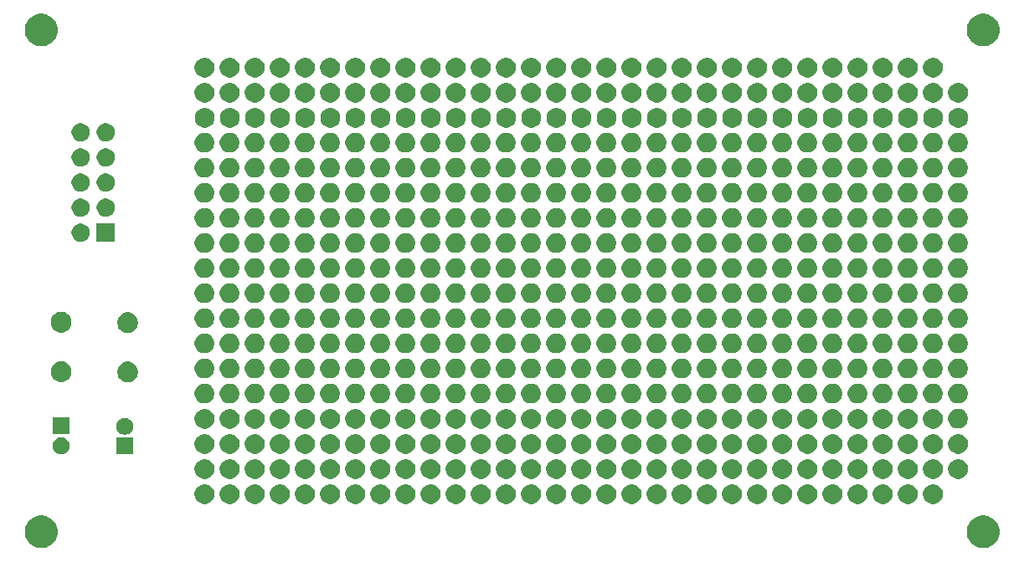
<source format=gbr>
G04 #@! TF.GenerationSoftware,KiCad,Pcbnew,5.1.5-52549c5~84~ubuntu18.04.1*
G04 #@! TF.CreationDate,2020-07-05T07:32:41-04:00*
G04 #@! TF.ProjectId,kosmo_proto,6b6f736d-6f5f-4707-926f-746f2e6b6963,rev?*
G04 #@! TF.SameCoordinates,Original*
G04 #@! TF.FileFunction,Soldermask,Top*
G04 #@! TF.FilePolarity,Negative*
%FSLAX46Y46*%
G04 Gerber Fmt 4.6, Leading zero omitted, Abs format (unit mm)*
G04 Created by KiCad (PCBNEW 5.1.5-52549c5~84~ubuntu18.04.1) date 2020-07-05 07:32:41*
%MOMM*%
%LPD*%
G04 APERTURE LIST*
%ADD10C,0.100000*%
G04 APERTURE END LIST*
D10*
G36*
X143885256Y-105071298D02*
G01*
X143991579Y-105092447D01*
X144292042Y-105216903D01*
X144562451Y-105397585D01*
X144792415Y-105627549D01*
X144973097Y-105897958D01*
X145097553Y-106198421D01*
X145161000Y-106517391D01*
X145161000Y-106842609D01*
X145097553Y-107161579D01*
X144973097Y-107462042D01*
X144792415Y-107732451D01*
X144562451Y-107962415D01*
X144292042Y-108143097D01*
X143991579Y-108267553D01*
X143885256Y-108288702D01*
X143672611Y-108331000D01*
X143347389Y-108331000D01*
X143134744Y-108288702D01*
X143028421Y-108267553D01*
X142727958Y-108143097D01*
X142457549Y-107962415D01*
X142227585Y-107732451D01*
X142046903Y-107462042D01*
X141922447Y-107161579D01*
X141859000Y-106842609D01*
X141859000Y-106517391D01*
X141922447Y-106198421D01*
X142046903Y-105897958D01*
X142227585Y-105627549D01*
X142457549Y-105397585D01*
X142727958Y-105216903D01*
X143028421Y-105092447D01*
X143134744Y-105071298D01*
X143347389Y-105029000D01*
X143672611Y-105029000D01*
X143885256Y-105071298D01*
G37*
G36*
X48635256Y-105071298D02*
G01*
X48741579Y-105092447D01*
X49042042Y-105216903D01*
X49312451Y-105397585D01*
X49542415Y-105627549D01*
X49723097Y-105897958D01*
X49847553Y-106198421D01*
X49911000Y-106517391D01*
X49911000Y-106842609D01*
X49847553Y-107161579D01*
X49723097Y-107462042D01*
X49542415Y-107732451D01*
X49312451Y-107962415D01*
X49042042Y-108143097D01*
X48741579Y-108267553D01*
X48635256Y-108288702D01*
X48422611Y-108331000D01*
X48097389Y-108331000D01*
X47884744Y-108288702D01*
X47778421Y-108267553D01*
X47477958Y-108143097D01*
X47207549Y-107962415D01*
X46977585Y-107732451D01*
X46796903Y-107462042D01*
X46672447Y-107161579D01*
X46609000Y-106842609D01*
X46609000Y-106517391D01*
X46672447Y-106198421D01*
X46796903Y-105897958D01*
X46977585Y-105627549D01*
X47207549Y-105397585D01*
X47477958Y-105216903D01*
X47778421Y-105092447D01*
X47884744Y-105071298D01*
X48097389Y-105029000D01*
X48422611Y-105029000D01*
X48635256Y-105071298D01*
G37*
G36*
X64896425Y-101871988D02*
G01*
X65062710Y-101905063D01*
X65245336Y-101980709D01*
X65409694Y-102090530D01*
X65549470Y-102230306D01*
X65659291Y-102394664D01*
X65734937Y-102577290D01*
X65773500Y-102771164D01*
X65773500Y-102968836D01*
X65734937Y-103162710D01*
X65659291Y-103345336D01*
X65549470Y-103509694D01*
X65409694Y-103649470D01*
X65245336Y-103759291D01*
X65062710Y-103834937D01*
X64896425Y-103868012D01*
X64868837Y-103873500D01*
X64671163Y-103873500D01*
X64643575Y-103868012D01*
X64477290Y-103834937D01*
X64294664Y-103759291D01*
X64130306Y-103649470D01*
X63990530Y-103509694D01*
X63880709Y-103345336D01*
X63805063Y-103162710D01*
X63766500Y-102968836D01*
X63766500Y-102771164D01*
X63805063Y-102577290D01*
X63880709Y-102394664D01*
X63990530Y-102230306D01*
X64130306Y-102090530D01*
X64294664Y-101980709D01*
X64477290Y-101905063D01*
X64643575Y-101871988D01*
X64671163Y-101866500D01*
X64868837Y-101866500D01*
X64896425Y-101871988D01*
G37*
G36*
X123316425Y-101871988D02*
G01*
X123482710Y-101905063D01*
X123665336Y-101980709D01*
X123829694Y-102090530D01*
X123969470Y-102230306D01*
X124079291Y-102394664D01*
X124154937Y-102577290D01*
X124193500Y-102771164D01*
X124193500Y-102968836D01*
X124154937Y-103162710D01*
X124079291Y-103345336D01*
X123969470Y-103509694D01*
X123829694Y-103649470D01*
X123665336Y-103759291D01*
X123482710Y-103834937D01*
X123316425Y-103868012D01*
X123288837Y-103873500D01*
X123091163Y-103873500D01*
X123063575Y-103868012D01*
X122897290Y-103834937D01*
X122714664Y-103759291D01*
X122550306Y-103649470D01*
X122410530Y-103509694D01*
X122300709Y-103345336D01*
X122225063Y-103162710D01*
X122186500Y-102968836D01*
X122186500Y-102771164D01*
X122225063Y-102577290D01*
X122300709Y-102394664D01*
X122410530Y-102230306D01*
X122550306Y-102090530D01*
X122714664Y-101980709D01*
X122897290Y-101905063D01*
X123063575Y-101871988D01*
X123091163Y-101866500D01*
X123288837Y-101866500D01*
X123316425Y-101871988D01*
G37*
G36*
X102996425Y-101871988D02*
G01*
X103162710Y-101905063D01*
X103345336Y-101980709D01*
X103509694Y-102090530D01*
X103649470Y-102230306D01*
X103759291Y-102394664D01*
X103834937Y-102577290D01*
X103873500Y-102771164D01*
X103873500Y-102968836D01*
X103834937Y-103162710D01*
X103759291Y-103345336D01*
X103649470Y-103509694D01*
X103509694Y-103649470D01*
X103345336Y-103759291D01*
X103162710Y-103834937D01*
X102996425Y-103868012D01*
X102968837Y-103873500D01*
X102771163Y-103873500D01*
X102743575Y-103868012D01*
X102577290Y-103834937D01*
X102394664Y-103759291D01*
X102230306Y-103649470D01*
X102090530Y-103509694D01*
X101980709Y-103345336D01*
X101905063Y-103162710D01*
X101866500Y-102968836D01*
X101866500Y-102771164D01*
X101905063Y-102577290D01*
X101980709Y-102394664D01*
X102090530Y-102230306D01*
X102230306Y-102090530D01*
X102394664Y-101980709D01*
X102577290Y-101905063D01*
X102743575Y-101871988D01*
X102771163Y-101866500D01*
X102968837Y-101866500D01*
X102996425Y-101871988D01*
G37*
G36*
X95376425Y-101871988D02*
G01*
X95542710Y-101905063D01*
X95725336Y-101980709D01*
X95889694Y-102090530D01*
X96029470Y-102230306D01*
X96139291Y-102394664D01*
X96214937Y-102577290D01*
X96253500Y-102771164D01*
X96253500Y-102968836D01*
X96214937Y-103162710D01*
X96139291Y-103345336D01*
X96029470Y-103509694D01*
X95889694Y-103649470D01*
X95725336Y-103759291D01*
X95542710Y-103834937D01*
X95376425Y-103868012D01*
X95348837Y-103873500D01*
X95151163Y-103873500D01*
X95123575Y-103868012D01*
X94957290Y-103834937D01*
X94774664Y-103759291D01*
X94610306Y-103649470D01*
X94470530Y-103509694D01*
X94360709Y-103345336D01*
X94285063Y-103162710D01*
X94246500Y-102968836D01*
X94246500Y-102771164D01*
X94285063Y-102577290D01*
X94360709Y-102394664D01*
X94470530Y-102230306D01*
X94610306Y-102090530D01*
X94774664Y-101980709D01*
X94957290Y-101905063D01*
X95123575Y-101871988D01*
X95151163Y-101866500D01*
X95348837Y-101866500D01*
X95376425Y-101871988D01*
G37*
G36*
X110616425Y-101871988D02*
G01*
X110782710Y-101905063D01*
X110965336Y-101980709D01*
X111129694Y-102090530D01*
X111269470Y-102230306D01*
X111379291Y-102394664D01*
X111454937Y-102577290D01*
X111493500Y-102771164D01*
X111493500Y-102968836D01*
X111454937Y-103162710D01*
X111379291Y-103345336D01*
X111269470Y-103509694D01*
X111129694Y-103649470D01*
X110965336Y-103759291D01*
X110782710Y-103834937D01*
X110616425Y-103868012D01*
X110588837Y-103873500D01*
X110391163Y-103873500D01*
X110363575Y-103868012D01*
X110197290Y-103834937D01*
X110014664Y-103759291D01*
X109850306Y-103649470D01*
X109710530Y-103509694D01*
X109600709Y-103345336D01*
X109525063Y-103162710D01*
X109486500Y-102968836D01*
X109486500Y-102771164D01*
X109525063Y-102577290D01*
X109600709Y-102394664D01*
X109710530Y-102230306D01*
X109850306Y-102090530D01*
X110014664Y-101980709D01*
X110197290Y-101905063D01*
X110363575Y-101871988D01*
X110391163Y-101866500D01*
X110588837Y-101866500D01*
X110616425Y-101871988D01*
G37*
G36*
X120776425Y-101871988D02*
G01*
X120942710Y-101905063D01*
X121125336Y-101980709D01*
X121289694Y-102090530D01*
X121429470Y-102230306D01*
X121539291Y-102394664D01*
X121614937Y-102577290D01*
X121653500Y-102771164D01*
X121653500Y-102968836D01*
X121614937Y-103162710D01*
X121539291Y-103345336D01*
X121429470Y-103509694D01*
X121289694Y-103649470D01*
X121125336Y-103759291D01*
X120942710Y-103834937D01*
X120776425Y-103868012D01*
X120748837Y-103873500D01*
X120551163Y-103873500D01*
X120523575Y-103868012D01*
X120357290Y-103834937D01*
X120174664Y-103759291D01*
X120010306Y-103649470D01*
X119870530Y-103509694D01*
X119760709Y-103345336D01*
X119685063Y-103162710D01*
X119646500Y-102968836D01*
X119646500Y-102771164D01*
X119685063Y-102577290D01*
X119760709Y-102394664D01*
X119870530Y-102230306D01*
X120010306Y-102090530D01*
X120174664Y-101980709D01*
X120357290Y-101905063D01*
X120523575Y-101871988D01*
X120551163Y-101866500D01*
X120748837Y-101866500D01*
X120776425Y-101871988D01*
G37*
G36*
X115696425Y-101871988D02*
G01*
X115862710Y-101905063D01*
X116045336Y-101980709D01*
X116209694Y-102090530D01*
X116349470Y-102230306D01*
X116459291Y-102394664D01*
X116534937Y-102577290D01*
X116573500Y-102771164D01*
X116573500Y-102968836D01*
X116534937Y-103162710D01*
X116459291Y-103345336D01*
X116349470Y-103509694D01*
X116209694Y-103649470D01*
X116045336Y-103759291D01*
X115862710Y-103834937D01*
X115696425Y-103868012D01*
X115668837Y-103873500D01*
X115471163Y-103873500D01*
X115443575Y-103868012D01*
X115277290Y-103834937D01*
X115094664Y-103759291D01*
X114930306Y-103649470D01*
X114790530Y-103509694D01*
X114680709Y-103345336D01*
X114605063Y-103162710D01*
X114566500Y-102968836D01*
X114566500Y-102771164D01*
X114605063Y-102577290D01*
X114680709Y-102394664D01*
X114790530Y-102230306D01*
X114930306Y-102090530D01*
X115094664Y-101980709D01*
X115277290Y-101905063D01*
X115443575Y-101871988D01*
X115471163Y-101866500D01*
X115668837Y-101866500D01*
X115696425Y-101871988D01*
G37*
G36*
X128396425Y-101871988D02*
G01*
X128562710Y-101905063D01*
X128745336Y-101980709D01*
X128909694Y-102090530D01*
X129049470Y-102230306D01*
X129159291Y-102394664D01*
X129234937Y-102577290D01*
X129273500Y-102771164D01*
X129273500Y-102968836D01*
X129234937Y-103162710D01*
X129159291Y-103345336D01*
X129049470Y-103509694D01*
X128909694Y-103649470D01*
X128745336Y-103759291D01*
X128562710Y-103834937D01*
X128396425Y-103868012D01*
X128368837Y-103873500D01*
X128171163Y-103873500D01*
X128143575Y-103868012D01*
X127977290Y-103834937D01*
X127794664Y-103759291D01*
X127630306Y-103649470D01*
X127490530Y-103509694D01*
X127380709Y-103345336D01*
X127305063Y-103162710D01*
X127266500Y-102968836D01*
X127266500Y-102771164D01*
X127305063Y-102577290D01*
X127380709Y-102394664D01*
X127490530Y-102230306D01*
X127630306Y-102090530D01*
X127794664Y-101980709D01*
X127977290Y-101905063D01*
X128143575Y-101871988D01*
X128171163Y-101866500D01*
X128368837Y-101866500D01*
X128396425Y-101871988D01*
G37*
G36*
X113156425Y-101871988D02*
G01*
X113322710Y-101905063D01*
X113505336Y-101980709D01*
X113669694Y-102090530D01*
X113809470Y-102230306D01*
X113919291Y-102394664D01*
X113994937Y-102577290D01*
X114033500Y-102771164D01*
X114033500Y-102968836D01*
X113994937Y-103162710D01*
X113919291Y-103345336D01*
X113809470Y-103509694D01*
X113669694Y-103649470D01*
X113505336Y-103759291D01*
X113322710Y-103834937D01*
X113156425Y-103868012D01*
X113128837Y-103873500D01*
X112931163Y-103873500D01*
X112903575Y-103868012D01*
X112737290Y-103834937D01*
X112554664Y-103759291D01*
X112390306Y-103649470D01*
X112250530Y-103509694D01*
X112140709Y-103345336D01*
X112065063Y-103162710D01*
X112026500Y-102968836D01*
X112026500Y-102771164D01*
X112065063Y-102577290D01*
X112140709Y-102394664D01*
X112250530Y-102230306D01*
X112390306Y-102090530D01*
X112554664Y-101980709D01*
X112737290Y-101905063D01*
X112903575Y-101871988D01*
X112931163Y-101866500D01*
X113128837Y-101866500D01*
X113156425Y-101871988D01*
G37*
G36*
X130936425Y-101871988D02*
G01*
X131102710Y-101905063D01*
X131285336Y-101980709D01*
X131449694Y-102090530D01*
X131589470Y-102230306D01*
X131699291Y-102394664D01*
X131774937Y-102577290D01*
X131813500Y-102771164D01*
X131813500Y-102968836D01*
X131774937Y-103162710D01*
X131699291Y-103345336D01*
X131589470Y-103509694D01*
X131449694Y-103649470D01*
X131285336Y-103759291D01*
X131102710Y-103834937D01*
X130936425Y-103868012D01*
X130908837Y-103873500D01*
X130711163Y-103873500D01*
X130683575Y-103868012D01*
X130517290Y-103834937D01*
X130334664Y-103759291D01*
X130170306Y-103649470D01*
X130030530Y-103509694D01*
X129920709Y-103345336D01*
X129845063Y-103162710D01*
X129806500Y-102968836D01*
X129806500Y-102771164D01*
X129845063Y-102577290D01*
X129920709Y-102394664D01*
X130030530Y-102230306D01*
X130170306Y-102090530D01*
X130334664Y-101980709D01*
X130517290Y-101905063D01*
X130683575Y-101871988D01*
X130711163Y-101866500D01*
X130908837Y-101866500D01*
X130936425Y-101871988D01*
G37*
G36*
X105536425Y-101871988D02*
G01*
X105702710Y-101905063D01*
X105885336Y-101980709D01*
X106049694Y-102090530D01*
X106189470Y-102230306D01*
X106299291Y-102394664D01*
X106374937Y-102577290D01*
X106413500Y-102771164D01*
X106413500Y-102968836D01*
X106374937Y-103162710D01*
X106299291Y-103345336D01*
X106189470Y-103509694D01*
X106049694Y-103649470D01*
X105885336Y-103759291D01*
X105702710Y-103834937D01*
X105536425Y-103868012D01*
X105508837Y-103873500D01*
X105311163Y-103873500D01*
X105283575Y-103868012D01*
X105117290Y-103834937D01*
X104934664Y-103759291D01*
X104770306Y-103649470D01*
X104630530Y-103509694D01*
X104520709Y-103345336D01*
X104445063Y-103162710D01*
X104406500Y-102968836D01*
X104406500Y-102771164D01*
X104445063Y-102577290D01*
X104520709Y-102394664D01*
X104630530Y-102230306D01*
X104770306Y-102090530D01*
X104934664Y-101980709D01*
X105117290Y-101905063D01*
X105283575Y-101871988D01*
X105311163Y-101866500D01*
X105508837Y-101866500D01*
X105536425Y-101871988D01*
G37*
G36*
X108076425Y-101871988D02*
G01*
X108242710Y-101905063D01*
X108425336Y-101980709D01*
X108589694Y-102090530D01*
X108729470Y-102230306D01*
X108839291Y-102394664D01*
X108914937Y-102577290D01*
X108953500Y-102771164D01*
X108953500Y-102968836D01*
X108914937Y-103162710D01*
X108839291Y-103345336D01*
X108729470Y-103509694D01*
X108589694Y-103649470D01*
X108425336Y-103759291D01*
X108242710Y-103834937D01*
X108076425Y-103868012D01*
X108048837Y-103873500D01*
X107851163Y-103873500D01*
X107823575Y-103868012D01*
X107657290Y-103834937D01*
X107474664Y-103759291D01*
X107310306Y-103649470D01*
X107170530Y-103509694D01*
X107060709Y-103345336D01*
X106985063Y-103162710D01*
X106946500Y-102968836D01*
X106946500Y-102771164D01*
X106985063Y-102577290D01*
X107060709Y-102394664D01*
X107170530Y-102230306D01*
X107310306Y-102090530D01*
X107474664Y-101980709D01*
X107657290Y-101905063D01*
X107823575Y-101871988D01*
X107851163Y-101866500D01*
X108048837Y-101866500D01*
X108076425Y-101871988D01*
G37*
G36*
X133476425Y-101871988D02*
G01*
X133642710Y-101905063D01*
X133825336Y-101980709D01*
X133989694Y-102090530D01*
X134129470Y-102230306D01*
X134239291Y-102394664D01*
X134314937Y-102577290D01*
X134353500Y-102771164D01*
X134353500Y-102968836D01*
X134314937Y-103162710D01*
X134239291Y-103345336D01*
X134129470Y-103509694D01*
X133989694Y-103649470D01*
X133825336Y-103759291D01*
X133642710Y-103834937D01*
X133476425Y-103868012D01*
X133448837Y-103873500D01*
X133251163Y-103873500D01*
X133223575Y-103868012D01*
X133057290Y-103834937D01*
X132874664Y-103759291D01*
X132710306Y-103649470D01*
X132570530Y-103509694D01*
X132460709Y-103345336D01*
X132385063Y-103162710D01*
X132346500Y-102968836D01*
X132346500Y-102771164D01*
X132385063Y-102577290D01*
X132460709Y-102394664D01*
X132570530Y-102230306D01*
X132710306Y-102090530D01*
X132874664Y-101980709D01*
X133057290Y-101905063D01*
X133223575Y-101871988D01*
X133251163Y-101866500D01*
X133448837Y-101866500D01*
X133476425Y-101871988D01*
G37*
G36*
X125856425Y-101871988D02*
G01*
X126022710Y-101905063D01*
X126205336Y-101980709D01*
X126369694Y-102090530D01*
X126509470Y-102230306D01*
X126619291Y-102394664D01*
X126694937Y-102577290D01*
X126733500Y-102771164D01*
X126733500Y-102968836D01*
X126694937Y-103162710D01*
X126619291Y-103345336D01*
X126509470Y-103509694D01*
X126369694Y-103649470D01*
X126205336Y-103759291D01*
X126022710Y-103834937D01*
X125856425Y-103868012D01*
X125828837Y-103873500D01*
X125631163Y-103873500D01*
X125603575Y-103868012D01*
X125437290Y-103834937D01*
X125254664Y-103759291D01*
X125090306Y-103649470D01*
X124950530Y-103509694D01*
X124840709Y-103345336D01*
X124765063Y-103162710D01*
X124726500Y-102968836D01*
X124726500Y-102771164D01*
X124765063Y-102577290D01*
X124840709Y-102394664D01*
X124950530Y-102230306D01*
X125090306Y-102090530D01*
X125254664Y-101980709D01*
X125437290Y-101905063D01*
X125603575Y-101871988D01*
X125631163Y-101866500D01*
X125828837Y-101866500D01*
X125856425Y-101871988D01*
G37*
G36*
X118236425Y-101871988D02*
G01*
X118402710Y-101905063D01*
X118585336Y-101980709D01*
X118749694Y-102090530D01*
X118889470Y-102230306D01*
X118999291Y-102394664D01*
X119074937Y-102577290D01*
X119113500Y-102771164D01*
X119113500Y-102968836D01*
X119074937Y-103162710D01*
X118999291Y-103345336D01*
X118889470Y-103509694D01*
X118749694Y-103649470D01*
X118585336Y-103759291D01*
X118402710Y-103834937D01*
X118236425Y-103868012D01*
X118208837Y-103873500D01*
X118011163Y-103873500D01*
X117983575Y-103868012D01*
X117817290Y-103834937D01*
X117634664Y-103759291D01*
X117470306Y-103649470D01*
X117330530Y-103509694D01*
X117220709Y-103345336D01*
X117145063Y-103162710D01*
X117106500Y-102968836D01*
X117106500Y-102771164D01*
X117145063Y-102577290D01*
X117220709Y-102394664D01*
X117330530Y-102230306D01*
X117470306Y-102090530D01*
X117634664Y-101980709D01*
X117817290Y-101905063D01*
X117983575Y-101871988D01*
X118011163Y-101866500D01*
X118208837Y-101866500D01*
X118236425Y-101871988D01*
G37*
G36*
X67436425Y-101871988D02*
G01*
X67602710Y-101905063D01*
X67785336Y-101980709D01*
X67949694Y-102090530D01*
X68089470Y-102230306D01*
X68199291Y-102394664D01*
X68274937Y-102577290D01*
X68313500Y-102771164D01*
X68313500Y-102968836D01*
X68274937Y-103162710D01*
X68199291Y-103345336D01*
X68089470Y-103509694D01*
X67949694Y-103649470D01*
X67785336Y-103759291D01*
X67602710Y-103834937D01*
X67436425Y-103868012D01*
X67408837Y-103873500D01*
X67211163Y-103873500D01*
X67183575Y-103868012D01*
X67017290Y-103834937D01*
X66834664Y-103759291D01*
X66670306Y-103649470D01*
X66530530Y-103509694D01*
X66420709Y-103345336D01*
X66345063Y-103162710D01*
X66306500Y-102968836D01*
X66306500Y-102771164D01*
X66345063Y-102577290D01*
X66420709Y-102394664D01*
X66530530Y-102230306D01*
X66670306Y-102090530D01*
X66834664Y-101980709D01*
X67017290Y-101905063D01*
X67183575Y-101871988D01*
X67211163Y-101866500D01*
X67408837Y-101866500D01*
X67436425Y-101871988D01*
G37*
G36*
X100456425Y-101871988D02*
G01*
X100622710Y-101905063D01*
X100805336Y-101980709D01*
X100969694Y-102090530D01*
X101109470Y-102230306D01*
X101219291Y-102394664D01*
X101294937Y-102577290D01*
X101333500Y-102771164D01*
X101333500Y-102968836D01*
X101294937Y-103162710D01*
X101219291Y-103345336D01*
X101109470Y-103509694D01*
X100969694Y-103649470D01*
X100805336Y-103759291D01*
X100622710Y-103834937D01*
X100456425Y-103868012D01*
X100428837Y-103873500D01*
X100231163Y-103873500D01*
X100203575Y-103868012D01*
X100037290Y-103834937D01*
X99854664Y-103759291D01*
X99690306Y-103649470D01*
X99550530Y-103509694D01*
X99440709Y-103345336D01*
X99365063Y-103162710D01*
X99326500Y-102968836D01*
X99326500Y-102771164D01*
X99365063Y-102577290D01*
X99440709Y-102394664D01*
X99550530Y-102230306D01*
X99690306Y-102090530D01*
X99854664Y-101980709D01*
X100037290Y-101905063D01*
X100203575Y-101871988D01*
X100231163Y-101866500D01*
X100428837Y-101866500D01*
X100456425Y-101871988D01*
G37*
G36*
X136016425Y-101871988D02*
G01*
X136182710Y-101905063D01*
X136365336Y-101980709D01*
X136529694Y-102090530D01*
X136669470Y-102230306D01*
X136779291Y-102394664D01*
X136854937Y-102577290D01*
X136893500Y-102771164D01*
X136893500Y-102968836D01*
X136854937Y-103162710D01*
X136779291Y-103345336D01*
X136669470Y-103509694D01*
X136529694Y-103649470D01*
X136365336Y-103759291D01*
X136182710Y-103834937D01*
X136016425Y-103868012D01*
X135988837Y-103873500D01*
X135791163Y-103873500D01*
X135763575Y-103868012D01*
X135597290Y-103834937D01*
X135414664Y-103759291D01*
X135250306Y-103649470D01*
X135110530Y-103509694D01*
X135000709Y-103345336D01*
X134925063Y-103162710D01*
X134886500Y-102968836D01*
X134886500Y-102771164D01*
X134925063Y-102577290D01*
X135000709Y-102394664D01*
X135110530Y-102230306D01*
X135250306Y-102090530D01*
X135414664Y-101980709D01*
X135597290Y-101905063D01*
X135763575Y-101871988D01*
X135791163Y-101866500D01*
X135988837Y-101866500D01*
X136016425Y-101871988D01*
G37*
G36*
X97916425Y-101871988D02*
G01*
X98082710Y-101905063D01*
X98265336Y-101980709D01*
X98429694Y-102090530D01*
X98569470Y-102230306D01*
X98679291Y-102394664D01*
X98754937Y-102577290D01*
X98793500Y-102771164D01*
X98793500Y-102968836D01*
X98754937Y-103162710D01*
X98679291Y-103345336D01*
X98569470Y-103509694D01*
X98429694Y-103649470D01*
X98265336Y-103759291D01*
X98082710Y-103834937D01*
X97916425Y-103868012D01*
X97888837Y-103873500D01*
X97691163Y-103873500D01*
X97663575Y-103868012D01*
X97497290Y-103834937D01*
X97314664Y-103759291D01*
X97150306Y-103649470D01*
X97010530Y-103509694D01*
X96900709Y-103345336D01*
X96825063Y-103162710D01*
X96786500Y-102968836D01*
X96786500Y-102771164D01*
X96825063Y-102577290D01*
X96900709Y-102394664D01*
X97010530Y-102230306D01*
X97150306Y-102090530D01*
X97314664Y-101980709D01*
X97497290Y-101905063D01*
X97663575Y-101871988D01*
X97691163Y-101866500D01*
X97888837Y-101866500D01*
X97916425Y-101871988D01*
G37*
G36*
X87756425Y-101871988D02*
G01*
X87922710Y-101905063D01*
X88105336Y-101980709D01*
X88269694Y-102090530D01*
X88409470Y-102230306D01*
X88519291Y-102394664D01*
X88594937Y-102577290D01*
X88633500Y-102771164D01*
X88633500Y-102968836D01*
X88594937Y-103162710D01*
X88519291Y-103345336D01*
X88409470Y-103509694D01*
X88269694Y-103649470D01*
X88105336Y-103759291D01*
X87922710Y-103834937D01*
X87756425Y-103868012D01*
X87728837Y-103873500D01*
X87531163Y-103873500D01*
X87503575Y-103868012D01*
X87337290Y-103834937D01*
X87154664Y-103759291D01*
X86990306Y-103649470D01*
X86850530Y-103509694D01*
X86740709Y-103345336D01*
X86665063Y-103162710D01*
X86626500Y-102968836D01*
X86626500Y-102771164D01*
X86665063Y-102577290D01*
X86740709Y-102394664D01*
X86850530Y-102230306D01*
X86990306Y-102090530D01*
X87154664Y-101980709D01*
X87337290Y-101905063D01*
X87503575Y-101871988D01*
X87531163Y-101866500D01*
X87728837Y-101866500D01*
X87756425Y-101871988D01*
G37*
G36*
X92836425Y-101871988D02*
G01*
X93002710Y-101905063D01*
X93185336Y-101980709D01*
X93349694Y-102090530D01*
X93489470Y-102230306D01*
X93599291Y-102394664D01*
X93674937Y-102577290D01*
X93713500Y-102771164D01*
X93713500Y-102968836D01*
X93674937Y-103162710D01*
X93599291Y-103345336D01*
X93489470Y-103509694D01*
X93349694Y-103649470D01*
X93185336Y-103759291D01*
X93002710Y-103834937D01*
X92836425Y-103868012D01*
X92808837Y-103873500D01*
X92611163Y-103873500D01*
X92583575Y-103868012D01*
X92417290Y-103834937D01*
X92234664Y-103759291D01*
X92070306Y-103649470D01*
X91930530Y-103509694D01*
X91820709Y-103345336D01*
X91745063Y-103162710D01*
X91706500Y-102968836D01*
X91706500Y-102771164D01*
X91745063Y-102577290D01*
X91820709Y-102394664D01*
X91930530Y-102230306D01*
X92070306Y-102090530D01*
X92234664Y-101980709D01*
X92417290Y-101905063D01*
X92583575Y-101871988D01*
X92611163Y-101866500D01*
X92808837Y-101866500D01*
X92836425Y-101871988D01*
G37*
G36*
X85216425Y-101871988D02*
G01*
X85382710Y-101905063D01*
X85565336Y-101980709D01*
X85729694Y-102090530D01*
X85869470Y-102230306D01*
X85979291Y-102394664D01*
X86054937Y-102577290D01*
X86093500Y-102771164D01*
X86093500Y-102968836D01*
X86054937Y-103162710D01*
X85979291Y-103345336D01*
X85869470Y-103509694D01*
X85729694Y-103649470D01*
X85565336Y-103759291D01*
X85382710Y-103834937D01*
X85216425Y-103868012D01*
X85188837Y-103873500D01*
X84991163Y-103873500D01*
X84963575Y-103868012D01*
X84797290Y-103834937D01*
X84614664Y-103759291D01*
X84450306Y-103649470D01*
X84310530Y-103509694D01*
X84200709Y-103345336D01*
X84125063Y-103162710D01*
X84086500Y-102968836D01*
X84086500Y-102771164D01*
X84125063Y-102577290D01*
X84200709Y-102394664D01*
X84310530Y-102230306D01*
X84450306Y-102090530D01*
X84614664Y-101980709D01*
X84797290Y-101905063D01*
X84963575Y-101871988D01*
X84991163Y-101866500D01*
X85188837Y-101866500D01*
X85216425Y-101871988D01*
G37*
G36*
X90296425Y-101871988D02*
G01*
X90462710Y-101905063D01*
X90645336Y-101980709D01*
X90809694Y-102090530D01*
X90949470Y-102230306D01*
X91059291Y-102394664D01*
X91134937Y-102577290D01*
X91173500Y-102771164D01*
X91173500Y-102968836D01*
X91134937Y-103162710D01*
X91059291Y-103345336D01*
X90949470Y-103509694D01*
X90809694Y-103649470D01*
X90645336Y-103759291D01*
X90462710Y-103834937D01*
X90296425Y-103868012D01*
X90268837Y-103873500D01*
X90071163Y-103873500D01*
X90043575Y-103868012D01*
X89877290Y-103834937D01*
X89694664Y-103759291D01*
X89530306Y-103649470D01*
X89390530Y-103509694D01*
X89280709Y-103345336D01*
X89205063Y-103162710D01*
X89166500Y-102968836D01*
X89166500Y-102771164D01*
X89205063Y-102577290D01*
X89280709Y-102394664D01*
X89390530Y-102230306D01*
X89530306Y-102090530D01*
X89694664Y-101980709D01*
X89877290Y-101905063D01*
X90043575Y-101871988D01*
X90071163Y-101866500D01*
X90268837Y-101866500D01*
X90296425Y-101871988D01*
G37*
G36*
X75056425Y-101871988D02*
G01*
X75222710Y-101905063D01*
X75405336Y-101980709D01*
X75569694Y-102090530D01*
X75709470Y-102230306D01*
X75819291Y-102394664D01*
X75894937Y-102577290D01*
X75933500Y-102771164D01*
X75933500Y-102968836D01*
X75894937Y-103162710D01*
X75819291Y-103345336D01*
X75709470Y-103509694D01*
X75569694Y-103649470D01*
X75405336Y-103759291D01*
X75222710Y-103834937D01*
X75056425Y-103868012D01*
X75028837Y-103873500D01*
X74831163Y-103873500D01*
X74803575Y-103868012D01*
X74637290Y-103834937D01*
X74454664Y-103759291D01*
X74290306Y-103649470D01*
X74150530Y-103509694D01*
X74040709Y-103345336D01*
X73965063Y-103162710D01*
X73926500Y-102968836D01*
X73926500Y-102771164D01*
X73965063Y-102577290D01*
X74040709Y-102394664D01*
X74150530Y-102230306D01*
X74290306Y-102090530D01*
X74454664Y-101980709D01*
X74637290Y-101905063D01*
X74803575Y-101871988D01*
X74831163Y-101866500D01*
X75028837Y-101866500D01*
X75056425Y-101871988D01*
G37*
G36*
X82676425Y-101871988D02*
G01*
X82842710Y-101905063D01*
X83025336Y-101980709D01*
X83189694Y-102090530D01*
X83329470Y-102230306D01*
X83439291Y-102394664D01*
X83514937Y-102577290D01*
X83553500Y-102771164D01*
X83553500Y-102968836D01*
X83514937Y-103162710D01*
X83439291Y-103345336D01*
X83329470Y-103509694D01*
X83189694Y-103649470D01*
X83025336Y-103759291D01*
X82842710Y-103834937D01*
X82676425Y-103868012D01*
X82648837Y-103873500D01*
X82451163Y-103873500D01*
X82423575Y-103868012D01*
X82257290Y-103834937D01*
X82074664Y-103759291D01*
X81910306Y-103649470D01*
X81770530Y-103509694D01*
X81660709Y-103345336D01*
X81585063Y-103162710D01*
X81546500Y-102968836D01*
X81546500Y-102771164D01*
X81585063Y-102577290D01*
X81660709Y-102394664D01*
X81770530Y-102230306D01*
X81910306Y-102090530D01*
X82074664Y-101980709D01*
X82257290Y-101905063D01*
X82423575Y-101871988D01*
X82451163Y-101866500D01*
X82648837Y-101866500D01*
X82676425Y-101871988D01*
G37*
G36*
X80136425Y-101871988D02*
G01*
X80302710Y-101905063D01*
X80485336Y-101980709D01*
X80649694Y-102090530D01*
X80789470Y-102230306D01*
X80899291Y-102394664D01*
X80974937Y-102577290D01*
X81013500Y-102771164D01*
X81013500Y-102968836D01*
X80974937Y-103162710D01*
X80899291Y-103345336D01*
X80789470Y-103509694D01*
X80649694Y-103649470D01*
X80485336Y-103759291D01*
X80302710Y-103834937D01*
X80136425Y-103868012D01*
X80108837Y-103873500D01*
X79911163Y-103873500D01*
X79883575Y-103868012D01*
X79717290Y-103834937D01*
X79534664Y-103759291D01*
X79370306Y-103649470D01*
X79230530Y-103509694D01*
X79120709Y-103345336D01*
X79045063Y-103162710D01*
X79006500Y-102968836D01*
X79006500Y-102771164D01*
X79045063Y-102577290D01*
X79120709Y-102394664D01*
X79230530Y-102230306D01*
X79370306Y-102090530D01*
X79534664Y-101980709D01*
X79717290Y-101905063D01*
X79883575Y-101871988D01*
X79911163Y-101866500D01*
X80108837Y-101866500D01*
X80136425Y-101871988D01*
G37*
G36*
X72516425Y-101871988D02*
G01*
X72682710Y-101905063D01*
X72865336Y-101980709D01*
X73029694Y-102090530D01*
X73169470Y-102230306D01*
X73279291Y-102394664D01*
X73354937Y-102577290D01*
X73393500Y-102771164D01*
X73393500Y-102968836D01*
X73354937Y-103162710D01*
X73279291Y-103345336D01*
X73169470Y-103509694D01*
X73029694Y-103649470D01*
X72865336Y-103759291D01*
X72682710Y-103834937D01*
X72516425Y-103868012D01*
X72488837Y-103873500D01*
X72291163Y-103873500D01*
X72263575Y-103868012D01*
X72097290Y-103834937D01*
X71914664Y-103759291D01*
X71750306Y-103649470D01*
X71610530Y-103509694D01*
X71500709Y-103345336D01*
X71425063Y-103162710D01*
X71386500Y-102968836D01*
X71386500Y-102771164D01*
X71425063Y-102577290D01*
X71500709Y-102394664D01*
X71610530Y-102230306D01*
X71750306Y-102090530D01*
X71914664Y-101980709D01*
X72097290Y-101905063D01*
X72263575Y-101871988D01*
X72291163Y-101866500D01*
X72488837Y-101866500D01*
X72516425Y-101871988D01*
G37*
G36*
X69976425Y-101871988D02*
G01*
X70142710Y-101905063D01*
X70325336Y-101980709D01*
X70489694Y-102090530D01*
X70629470Y-102230306D01*
X70739291Y-102394664D01*
X70814937Y-102577290D01*
X70853500Y-102771164D01*
X70853500Y-102968836D01*
X70814937Y-103162710D01*
X70739291Y-103345336D01*
X70629470Y-103509694D01*
X70489694Y-103649470D01*
X70325336Y-103759291D01*
X70142710Y-103834937D01*
X69976425Y-103868012D01*
X69948837Y-103873500D01*
X69751163Y-103873500D01*
X69723575Y-103868012D01*
X69557290Y-103834937D01*
X69374664Y-103759291D01*
X69210306Y-103649470D01*
X69070530Y-103509694D01*
X68960709Y-103345336D01*
X68885063Y-103162710D01*
X68846500Y-102968836D01*
X68846500Y-102771164D01*
X68885063Y-102577290D01*
X68960709Y-102394664D01*
X69070530Y-102230306D01*
X69210306Y-102090530D01*
X69374664Y-101980709D01*
X69557290Y-101905063D01*
X69723575Y-101871988D01*
X69751163Y-101866500D01*
X69948837Y-101866500D01*
X69976425Y-101871988D01*
G37*
G36*
X138556425Y-101871988D02*
G01*
X138722710Y-101905063D01*
X138905336Y-101980709D01*
X139069694Y-102090530D01*
X139209470Y-102230306D01*
X139319291Y-102394664D01*
X139394937Y-102577290D01*
X139433500Y-102771164D01*
X139433500Y-102968836D01*
X139394937Y-103162710D01*
X139319291Y-103345336D01*
X139209470Y-103509694D01*
X139069694Y-103649470D01*
X138905336Y-103759291D01*
X138722710Y-103834937D01*
X138556425Y-103868012D01*
X138528837Y-103873500D01*
X138331163Y-103873500D01*
X138303575Y-103868012D01*
X138137290Y-103834937D01*
X137954664Y-103759291D01*
X137790306Y-103649470D01*
X137650530Y-103509694D01*
X137540709Y-103345336D01*
X137465063Y-103162710D01*
X137426500Y-102968836D01*
X137426500Y-102771164D01*
X137465063Y-102577290D01*
X137540709Y-102394664D01*
X137650530Y-102230306D01*
X137790306Y-102090530D01*
X137954664Y-101980709D01*
X138137290Y-101905063D01*
X138303575Y-101871988D01*
X138331163Y-101866500D01*
X138528837Y-101866500D01*
X138556425Y-101871988D01*
G37*
G36*
X77596425Y-101871988D02*
G01*
X77762710Y-101905063D01*
X77945336Y-101980709D01*
X78109694Y-102090530D01*
X78249470Y-102230306D01*
X78359291Y-102394664D01*
X78434937Y-102577290D01*
X78473500Y-102771164D01*
X78473500Y-102968836D01*
X78434937Y-103162710D01*
X78359291Y-103345336D01*
X78249470Y-103509694D01*
X78109694Y-103649470D01*
X77945336Y-103759291D01*
X77762710Y-103834937D01*
X77596425Y-103868012D01*
X77568837Y-103873500D01*
X77371163Y-103873500D01*
X77343575Y-103868012D01*
X77177290Y-103834937D01*
X76994664Y-103759291D01*
X76830306Y-103649470D01*
X76690530Y-103509694D01*
X76580709Y-103345336D01*
X76505063Y-103162710D01*
X76466500Y-102968836D01*
X76466500Y-102771164D01*
X76505063Y-102577290D01*
X76580709Y-102394664D01*
X76690530Y-102230306D01*
X76830306Y-102090530D01*
X76994664Y-101980709D01*
X77177290Y-101905063D01*
X77343575Y-101871988D01*
X77371163Y-101866500D01*
X77568837Y-101866500D01*
X77596425Y-101871988D01*
G37*
G36*
X75056425Y-99331988D02*
G01*
X75222710Y-99365063D01*
X75405336Y-99440709D01*
X75569694Y-99550530D01*
X75709470Y-99690306D01*
X75819291Y-99854664D01*
X75894937Y-100037290D01*
X75933500Y-100231164D01*
X75933500Y-100428836D01*
X75894937Y-100622710D01*
X75819291Y-100805336D01*
X75709470Y-100969694D01*
X75569694Y-101109470D01*
X75405336Y-101219291D01*
X75222710Y-101294937D01*
X75056425Y-101328012D01*
X75028837Y-101333500D01*
X74831163Y-101333500D01*
X74803575Y-101328012D01*
X74637290Y-101294937D01*
X74454664Y-101219291D01*
X74290306Y-101109470D01*
X74150530Y-100969694D01*
X74040709Y-100805336D01*
X73965063Y-100622710D01*
X73926500Y-100428836D01*
X73926500Y-100231164D01*
X73965063Y-100037290D01*
X74040709Y-99854664D01*
X74150530Y-99690306D01*
X74290306Y-99550530D01*
X74454664Y-99440709D01*
X74637290Y-99365063D01*
X74803575Y-99331988D01*
X74831163Y-99326500D01*
X75028837Y-99326500D01*
X75056425Y-99331988D01*
G37*
G36*
X133476425Y-99331988D02*
G01*
X133642710Y-99365063D01*
X133825336Y-99440709D01*
X133989694Y-99550530D01*
X134129470Y-99690306D01*
X134239291Y-99854664D01*
X134314937Y-100037290D01*
X134353500Y-100231164D01*
X134353500Y-100428836D01*
X134314937Y-100622710D01*
X134239291Y-100805336D01*
X134129470Y-100969694D01*
X133989694Y-101109470D01*
X133825336Y-101219291D01*
X133642710Y-101294937D01*
X133476425Y-101328012D01*
X133448837Y-101333500D01*
X133251163Y-101333500D01*
X133223575Y-101328012D01*
X133057290Y-101294937D01*
X132874664Y-101219291D01*
X132710306Y-101109470D01*
X132570530Y-100969694D01*
X132460709Y-100805336D01*
X132385063Y-100622710D01*
X132346500Y-100428836D01*
X132346500Y-100231164D01*
X132385063Y-100037290D01*
X132460709Y-99854664D01*
X132570530Y-99690306D01*
X132710306Y-99550530D01*
X132874664Y-99440709D01*
X133057290Y-99365063D01*
X133223575Y-99331988D01*
X133251163Y-99326500D01*
X133448837Y-99326500D01*
X133476425Y-99331988D01*
G37*
G36*
X125856425Y-99331988D02*
G01*
X126022710Y-99365063D01*
X126205336Y-99440709D01*
X126369694Y-99550530D01*
X126509470Y-99690306D01*
X126619291Y-99854664D01*
X126694937Y-100037290D01*
X126733500Y-100231164D01*
X126733500Y-100428836D01*
X126694937Y-100622710D01*
X126619291Y-100805336D01*
X126509470Y-100969694D01*
X126369694Y-101109470D01*
X126205336Y-101219291D01*
X126022710Y-101294937D01*
X125856425Y-101328012D01*
X125828837Y-101333500D01*
X125631163Y-101333500D01*
X125603575Y-101328012D01*
X125437290Y-101294937D01*
X125254664Y-101219291D01*
X125090306Y-101109470D01*
X124950530Y-100969694D01*
X124840709Y-100805336D01*
X124765063Y-100622710D01*
X124726500Y-100428836D01*
X124726500Y-100231164D01*
X124765063Y-100037290D01*
X124840709Y-99854664D01*
X124950530Y-99690306D01*
X125090306Y-99550530D01*
X125254664Y-99440709D01*
X125437290Y-99365063D01*
X125603575Y-99331988D01*
X125631163Y-99326500D01*
X125828837Y-99326500D01*
X125856425Y-99331988D01*
G37*
G36*
X85216425Y-99331988D02*
G01*
X85382710Y-99365063D01*
X85565336Y-99440709D01*
X85729694Y-99550530D01*
X85869470Y-99690306D01*
X85979291Y-99854664D01*
X86054937Y-100037290D01*
X86093500Y-100231164D01*
X86093500Y-100428836D01*
X86054937Y-100622710D01*
X85979291Y-100805336D01*
X85869470Y-100969694D01*
X85729694Y-101109470D01*
X85565336Y-101219291D01*
X85382710Y-101294937D01*
X85216425Y-101328012D01*
X85188837Y-101333500D01*
X84991163Y-101333500D01*
X84963575Y-101328012D01*
X84797290Y-101294937D01*
X84614664Y-101219291D01*
X84450306Y-101109470D01*
X84310530Y-100969694D01*
X84200709Y-100805336D01*
X84125063Y-100622710D01*
X84086500Y-100428836D01*
X84086500Y-100231164D01*
X84125063Y-100037290D01*
X84200709Y-99854664D01*
X84310530Y-99690306D01*
X84450306Y-99550530D01*
X84614664Y-99440709D01*
X84797290Y-99365063D01*
X84963575Y-99331988D01*
X84991163Y-99326500D01*
X85188837Y-99326500D01*
X85216425Y-99331988D01*
G37*
G36*
X118236425Y-99331988D02*
G01*
X118402710Y-99365063D01*
X118585336Y-99440709D01*
X118749694Y-99550530D01*
X118889470Y-99690306D01*
X118999291Y-99854664D01*
X119074937Y-100037290D01*
X119113500Y-100231164D01*
X119113500Y-100428836D01*
X119074937Y-100622710D01*
X118999291Y-100805336D01*
X118889470Y-100969694D01*
X118749694Y-101109470D01*
X118585336Y-101219291D01*
X118402710Y-101294937D01*
X118236425Y-101328012D01*
X118208837Y-101333500D01*
X118011163Y-101333500D01*
X117983575Y-101328012D01*
X117817290Y-101294937D01*
X117634664Y-101219291D01*
X117470306Y-101109470D01*
X117330530Y-100969694D01*
X117220709Y-100805336D01*
X117145063Y-100622710D01*
X117106500Y-100428836D01*
X117106500Y-100231164D01*
X117145063Y-100037290D01*
X117220709Y-99854664D01*
X117330530Y-99690306D01*
X117470306Y-99550530D01*
X117634664Y-99440709D01*
X117817290Y-99365063D01*
X117983575Y-99331988D01*
X118011163Y-99326500D01*
X118208837Y-99326500D01*
X118236425Y-99331988D01*
G37*
G36*
X105536425Y-99331988D02*
G01*
X105702710Y-99365063D01*
X105885336Y-99440709D01*
X106049694Y-99550530D01*
X106189470Y-99690306D01*
X106299291Y-99854664D01*
X106374937Y-100037290D01*
X106413500Y-100231164D01*
X106413500Y-100428836D01*
X106374937Y-100622710D01*
X106299291Y-100805336D01*
X106189470Y-100969694D01*
X106049694Y-101109470D01*
X105885336Y-101219291D01*
X105702710Y-101294937D01*
X105536425Y-101328012D01*
X105508837Y-101333500D01*
X105311163Y-101333500D01*
X105283575Y-101328012D01*
X105117290Y-101294937D01*
X104934664Y-101219291D01*
X104770306Y-101109470D01*
X104630530Y-100969694D01*
X104520709Y-100805336D01*
X104445063Y-100622710D01*
X104406500Y-100428836D01*
X104406500Y-100231164D01*
X104445063Y-100037290D01*
X104520709Y-99854664D01*
X104630530Y-99690306D01*
X104770306Y-99550530D01*
X104934664Y-99440709D01*
X105117290Y-99365063D01*
X105283575Y-99331988D01*
X105311163Y-99326500D01*
X105508837Y-99326500D01*
X105536425Y-99331988D01*
G37*
G36*
X108076425Y-99331988D02*
G01*
X108242710Y-99365063D01*
X108425336Y-99440709D01*
X108589694Y-99550530D01*
X108729470Y-99690306D01*
X108839291Y-99854664D01*
X108914937Y-100037290D01*
X108953500Y-100231164D01*
X108953500Y-100428836D01*
X108914937Y-100622710D01*
X108839291Y-100805336D01*
X108729470Y-100969694D01*
X108589694Y-101109470D01*
X108425336Y-101219291D01*
X108242710Y-101294937D01*
X108076425Y-101328012D01*
X108048837Y-101333500D01*
X107851163Y-101333500D01*
X107823575Y-101328012D01*
X107657290Y-101294937D01*
X107474664Y-101219291D01*
X107310306Y-101109470D01*
X107170530Y-100969694D01*
X107060709Y-100805336D01*
X106985063Y-100622710D01*
X106946500Y-100428836D01*
X106946500Y-100231164D01*
X106985063Y-100037290D01*
X107060709Y-99854664D01*
X107170530Y-99690306D01*
X107310306Y-99550530D01*
X107474664Y-99440709D01*
X107657290Y-99365063D01*
X107823575Y-99331988D01*
X107851163Y-99326500D01*
X108048837Y-99326500D01*
X108076425Y-99331988D01*
G37*
G36*
X80136425Y-99331988D02*
G01*
X80302710Y-99365063D01*
X80485336Y-99440709D01*
X80649694Y-99550530D01*
X80789470Y-99690306D01*
X80899291Y-99854664D01*
X80974937Y-100037290D01*
X81013500Y-100231164D01*
X81013500Y-100428836D01*
X80974937Y-100622710D01*
X80899291Y-100805336D01*
X80789470Y-100969694D01*
X80649694Y-101109470D01*
X80485336Y-101219291D01*
X80302710Y-101294937D01*
X80136425Y-101328012D01*
X80108837Y-101333500D01*
X79911163Y-101333500D01*
X79883575Y-101328012D01*
X79717290Y-101294937D01*
X79534664Y-101219291D01*
X79370306Y-101109470D01*
X79230530Y-100969694D01*
X79120709Y-100805336D01*
X79045063Y-100622710D01*
X79006500Y-100428836D01*
X79006500Y-100231164D01*
X79045063Y-100037290D01*
X79120709Y-99854664D01*
X79230530Y-99690306D01*
X79370306Y-99550530D01*
X79534664Y-99440709D01*
X79717290Y-99365063D01*
X79883575Y-99331988D01*
X79911163Y-99326500D01*
X80108837Y-99326500D01*
X80136425Y-99331988D01*
G37*
G36*
X82676425Y-99331988D02*
G01*
X82842710Y-99365063D01*
X83025336Y-99440709D01*
X83189694Y-99550530D01*
X83329470Y-99690306D01*
X83439291Y-99854664D01*
X83514937Y-100037290D01*
X83553500Y-100231164D01*
X83553500Y-100428836D01*
X83514937Y-100622710D01*
X83439291Y-100805336D01*
X83329470Y-100969694D01*
X83189694Y-101109470D01*
X83025336Y-101219291D01*
X82842710Y-101294937D01*
X82676425Y-101328012D01*
X82648837Y-101333500D01*
X82451163Y-101333500D01*
X82423575Y-101328012D01*
X82257290Y-101294937D01*
X82074664Y-101219291D01*
X81910306Y-101109470D01*
X81770530Y-100969694D01*
X81660709Y-100805336D01*
X81585063Y-100622710D01*
X81546500Y-100428836D01*
X81546500Y-100231164D01*
X81585063Y-100037290D01*
X81660709Y-99854664D01*
X81770530Y-99690306D01*
X81910306Y-99550530D01*
X82074664Y-99440709D01*
X82257290Y-99365063D01*
X82423575Y-99331988D01*
X82451163Y-99326500D01*
X82648837Y-99326500D01*
X82676425Y-99331988D01*
G37*
G36*
X87756425Y-99331988D02*
G01*
X87922710Y-99365063D01*
X88105336Y-99440709D01*
X88269694Y-99550530D01*
X88409470Y-99690306D01*
X88519291Y-99854664D01*
X88594937Y-100037290D01*
X88633500Y-100231164D01*
X88633500Y-100428836D01*
X88594937Y-100622710D01*
X88519291Y-100805336D01*
X88409470Y-100969694D01*
X88269694Y-101109470D01*
X88105336Y-101219291D01*
X87922710Y-101294937D01*
X87756425Y-101328012D01*
X87728837Y-101333500D01*
X87531163Y-101333500D01*
X87503575Y-101328012D01*
X87337290Y-101294937D01*
X87154664Y-101219291D01*
X86990306Y-101109470D01*
X86850530Y-100969694D01*
X86740709Y-100805336D01*
X86665063Y-100622710D01*
X86626500Y-100428836D01*
X86626500Y-100231164D01*
X86665063Y-100037290D01*
X86740709Y-99854664D01*
X86850530Y-99690306D01*
X86990306Y-99550530D01*
X87154664Y-99440709D01*
X87337290Y-99365063D01*
X87503575Y-99331988D01*
X87531163Y-99326500D01*
X87728837Y-99326500D01*
X87756425Y-99331988D01*
G37*
G36*
X77596425Y-99331988D02*
G01*
X77762710Y-99365063D01*
X77945336Y-99440709D01*
X78109694Y-99550530D01*
X78249470Y-99690306D01*
X78359291Y-99854664D01*
X78434937Y-100037290D01*
X78473500Y-100231164D01*
X78473500Y-100428836D01*
X78434937Y-100622710D01*
X78359291Y-100805336D01*
X78249470Y-100969694D01*
X78109694Y-101109470D01*
X77945336Y-101219291D01*
X77762710Y-101294937D01*
X77596425Y-101328012D01*
X77568837Y-101333500D01*
X77371163Y-101333500D01*
X77343575Y-101328012D01*
X77177290Y-101294937D01*
X76994664Y-101219291D01*
X76830306Y-101109470D01*
X76690530Y-100969694D01*
X76580709Y-100805336D01*
X76505063Y-100622710D01*
X76466500Y-100428836D01*
X76466500Y-100231164D01*
X76505063Y-100037290D01*
X76580709Y-99854664D01*
X76690530Y-99690306D01*
X76830306Y-99550530D01*
X76994664Y-99440709D01*
X77177290Y-99365063D01*
X77343575Y-99331988D01*
X77371163Y-99326500D01*
X77568837Y-99326500D01*
X77596425Y-99331988D01*
G37*
G36*
X67436425Y-99331988D02*
G01*
X67602710Y-99365063D01*
X67785336Y-99440709D01*
X67949694Y-99550530D01*
X68089470Y-99690306D01*
X68199291Y-99854664D01*
X68274937Y-100037290D01*
X68313500Y-100231164D01*
X68313500Y-100428836D01*
X68274937Y-100622710D01*
X68199291Y-100805336D01*
X68089470Y-100969694D01*
X67949694Y-101109470D01*
X67785336Y-101219291D01*
X67602710Y-101294937D01*
X67436425Y-101328012D01*
X67408837Y-101333500D01*
X67211163Y-101333500D01*
X67183575Y-101328012D01*
X67017290Y-101294937D01*
X66834664Y-101219291D01*
X66670306Y-101109470D01*
X66530530Y-100969694D01*
X66420709Y-100805336D01*
X66345063Y-100622710D01*
X66306500Y-100428836D01*
X66306500Y-100231164D01*
X66345063Y-100037290D01*
X66420709Y-99854664D01*
X66530530Y-99690306D01*
X66670306Y-99550530D01*
X66834664Y-99440709D01*
X67017290Y-99365063D01*
X67183575Y-99331988D01*
X67211163Y-99326500D01*
X67408837Y-99326500D01*
X67436425Y-99331988D01*
G37*
G36*
X72516425Y-99331988D02*
G01*
X72682710Y-99365063D01*
X72865336Y-99440709D01*
X73029694Y-99550530D01*
X73169470Y-99690306D01*
X73279291Y-99854664D01*
X73354937Y-100037290D01*
X73393500Y-100231164D01*
X73393500Y-100428836D01*
X73354937Y-100622710D01*
X73279291Y-100805336D01*
X73169470Y-100969694D01*
X73029694Y-101109470D01*
X72865336Y-101219291D01*
X72682710Y-101294937D01*
X72516425Y-101328012D01*
X72488837Y-101333500D01*
X72291163Y-101333500D01*
X72263575Y-101328012D01*
X72097290Y-101294937D01*
X71914664Y-101219291D01*
X71750306Y-101109470D01*
X71610530Y-100969694D01*
X71500709Y-100805336D01*
X71425063Y-100622710D01*
X71386500Y-100428836D01*
X71386500Y-100231164D01*
X71425063Y-100037290D01*
X71500709Y-99854664D01*
X71610530Y-99690306D01*
X71750306Y-99550530D01*
X71914664Y-99440709D01*
X72097290Y-99365063D01*
X72263575Y-99331988D01*
X72291163Y-99326500D01*
X72488837Y-99326500D01*
X72516425Y-99331988D01*
G37*
G36*
X69976425Y-99331988D02*
G01*
X70142710Y-99365063D01*
X70325336Y-99440709D01*
X70489694Y-99550530D01*
X70629470Y-99690306D01*
X70739291Y-99854664D01*
X70814937Y-100037290D01*
X70853500Y-100231164D01*
X70853500Y-100428836D01*
X70814937Y-100622710D01*
X70739291Y-100805336D01*
X70629470Y-100969694D01*
X70489694Y-101109470D01*
X70325336Y-101219291D01*
X70142710Y-101294937D01*
X69976425Y-101328012D01*
X69948837Y-101333500D01*
X69751163Y-101333500D01*
X69723575Y-101328012D01*
X69557290Y-101294937D01*
X69374664Y-101219291D01*
X69210306Y-101109470D01*
X69070530Y-100969694D01*
X68960709Y-100805336D01*
X68885063Y-100622710D01*
X68846500Y-100428836D01*
X68846500Y-100231164D01*
X68885063Y-100037290D01*
X68960709Y-99854664D01*
X69070530Y-99690306D01*
X69210306Y-99550530D01*
X69374664Y-99440709D01*
X69557290Y-99365063D01*
X69723575Y-99331988D01*
X69751163Y-99326500D01*
X69948837Y-99326500D01*
X69976425Y-99331988D01*
G37*
G36*
X64896425Y-99331988D02*
G01*
X65062710Y-99365063D01*
X65245336Y-99440709D01*
X65409694Y-99550530D01*
X65549470Y-99690306D01*
X65659291Y-99854664D01*
X65734937Y-100037290D01*
X65773500Y-100231164D01*
X65773500Y-100428836D01*
X65734937Y-100622710D01*
X65659291Y-100805336D01*
X65549470Y-100969694D01*
X65409694Y-101109470D01*
X65245336Y-101219291D01*
X65062710Y-101294937D01*
X64896425Y-101328012D01*
X64868837Y-101333500D01*
X64671163Y-101333500D01*
X64643575Y-101328012D01*
X64477290Y-101294937D01*
X64294664Y-101219291D01*
X64130306Y-101109470D01*
X63990530Y-100969694D01*
X63880709Y-100805336D01*
X63805063Y-100622710D01*
X63766500Y-100428836D01*
X63766500Y-100231164D01*
X63805063Y-100037290D01*
X63880709Y-99854664D01*
X63990530Y-99690306D01*
X64130306Y-99550530D01*
X64294664Y-99440709D01*
X64477290Y-99365063D01*
X64643575Y-99331988D01*
X64671163Y-99326500D01*
X64868837Y-99326500D01*
X64896425Y-99331988D01*
G37*
G36*
X110616425Y-99331988D02*
G01*
X110782710Y-99365063D01*
X110965336Y-99440709D01*
X111129694Y-99550530D01*
X111269470Y-99690306D01*
X111379291Y-99854664D01*
X111454937Y-100037290D01*
X111493500Y-100231164D01*
X111493500Y-100428836D01*
X111454937Y-100622710D01*
X111379291Y-100805336D01*
X111269470Y-100969694D01*
X111129694Y-101109470D01*
X110965336Y-101219291D01*
X110782710Y-101294937D01*
X110616425Y-101328012D01*
X110588837Y-101333500D01*
X110391163Y-101333500D01*
X110363575Y-101328012D01*
X110197290Y-101294937D01*
X110014664Y-101219291D01*
X109850306Y-101109470D01*
X109710530Y-100969694D01*
X109600709Y-100805336D01*
X109525063Y-100622710D01*
X109486500Y-100428836D01*
X109486500Y-100231164D01*
X109525063Y-100037290D01*
X109600709Y-99854664D01*
X109710530Y-99690306D01*
X109850306Y-99550530D01*
X110014664Y-99440709D01*
X110197290Y-99365063D01*
X110363575Y-99331988D01*
X110391163Y-99326500D01*
X110588837Y-99326500D01*
X110616425Y-99331988D01*
G37*
G36*
X95376425Y-99331988D02*
G01*
X95542710Y-99365063D01*
X95725336Y-99440709D01*
X95889694Y-99550530D01*
X96029470Y-99690306D01*
X96139291Y-99854664D01*
X96214937Y-100037290D01*
X96253500Y-100231164D01*
X96253500Y-100428836D01*
X96214937Y-100622710D01*
X96139291Y-100805336D01*
X96029470Y-100969694D01*
X95889694Y-101109470D01*
X95725336Y-101219291D01*
X95542710Y-101294937D01*
X95376425Y-101328012D01*
X95348837Y-101333500D01*
X95151163Y-101333500D01*
X95123575Y-101328012D01*
X94957290Y-101294937D01*
X94774664Y-101219291D01*
X94610306Y-101109470D01*
X94470530Y-100969694D01*
X94360709Y-100805336D01*
X94285063Y-100622710D01*
X94246500Y-100428836D01*
X94246500Y-100231164D01*
X94285063Y-100037290D01*
X94360709Y-99854664D01*
X94470530Y-99690306D01*
X94610306Y-99550530D01*
X94774664Y-99440709D01*
X94957290Y-99365063D01*
X95123575Y-99331988D01*
X95151163Y-99326500D01*
X95348837Y-99326500D01*
X95376425Y-99331988D01*
G37*
G36*
X113156425Y-99331988D02*
G01*
X113322710Y-99365063D01*
X113505336Y-99440709D01*
X113669694Y-99550530D01*
X113809470Y-99690306D01*
X113919291Y-99854664D01*
X113994937Y-100037290D01*
X114033500Y-100231164D01*
X114033500Y-100428836D01*
X113994937Y-100622710D01*
X113919291Y-100805336D01*
X113809470Y-100969694D01*
X113669694Y-101109470D01*
X113505336Y-101219291D01*
X113322710Y-101294937D01*
X113156425Y-101328012D01*
X113128837Y-101333500D01*
X112931163Y-101333500D01*
X112903575Y-101328012D01*
X112737290Y-101294937D01*
X112554664Y-101219291D01*
X112390306Y-101109470D01*
X112250530Y-100969694D01*
X112140709Y-100805336D01*
X112065063Y-100622710D01*
X112026500Y-100428836D01*
X112026500Y-100231164D01*
X112065063Y-100037290D01*
X112140709Y-99854664D01*
X112250530Y-99690306D01*
X112390306Y-99550530D01*
X112554664Y-99440709D01*
X112737290Y-99365063D01*
X112903575Y-99331988D01*
X112931163Y-99326500D01*
X113128837Y-99326500D01*
X113156425Y-99331988D01*
G37*
G36*
X138556425Y-99331988D02*
G01*
X138722710Y-99365063D01*
X138905336Y-99440709D01*
X139069694Y-99550530D01*
X139209470Y-99690306D01*
X139319291Y-99854664D01*
X139394937Y-100037290D01*
X139433500Y-100231164D01*
X139433500Y-100428836D01*
X139394937Y-100622710D01*
X139319291Y-100805336D01*
X139209470Y-100969694D01*
X139069694Y-101109470D01*
X138905336Y-101219291D01*
X138722710Y-101294937D01*
X138556425Y-101328012D01*
X138528837Y-101333500D01*
X138331163Y-101333500D01*
X138303575Y-101328012D01*
X138137290Y-101294937D01*
X137954664Y-101219291D01*
X137790306Y-101109470D01*
X137650530Y-100969694D01*
X137540709Y-100805336D01*
X137465063Y-100622710D01*
X137426500Y-100428836D01*
X137426500Y-100231164D01*
X137465063Y-100037290D01*
X137540709Y-99854664D01*
X137650530Y-99690306D01*
X137790306Y-99550530D01*
X137954664Y-99440709D01*
X138137290Y-99365063D01*
X138303575Y-99331988D01*
X138331163Y-99326500D01*
X138528837Y-99326500D01*
X138556425Y-99331988D01*
G37*
G36*
X92836425Y-99331988D02*
G01*
X93002710Y-99365063D01*
X93185336Y-99440709D01*
X93349694Y-99550530D01*
X93489470Y-99690306D01*
X93599291Y-99854664D01*
X93674937Y-100037290D01*
X93713500Y-100231164D01*
X93713500Y-100428836D01*
X93674937Y-100622710D01*
X93599291Y-100805336D01*
X93489470Y-100969694D01*
X93349694Y-101109470D01*
X93185336Y-101219291D01*
X93002710Y-101294937D01*
X92836425Y-101328012D01*
X92808837Y-101333500D01*
X92611163Y-101333500D01*
X92583575Y-101328012D01*
X92417290Y-101294937D01*
X92234664Y-101219291D01*
X92070306Y-101109470D01*
X91930530Y-100969694D01*
X91820709Y-100805336D01*
X91745063Y-100622710D01*
X91706500Y-100428836D01*
X91706500Y-100231164D01*
X91745063Y-100037290D01*
X91820709Y-99854664D01*
X91930530Y-99690306D01*
X92070306Y-99550530D01*
X92234664Y-99440709D01*
X92417290Y-99365063D01*
X92583575Y-99331988D01*
X92611163Y-99326500D01*
X92808837Y-99326500D01*
X92836425Y-99331988D01*
G37*
G36*
X97916425Y-99331988D02*
G01*
X98082710Y-99365063D01*
X98265336Y-99440709D01*
X98429694Y-99550530D01*
X98569470Y-99690306D01*
X98679291Y-99854664D01*
X98754937Y-100037290D01*
X98793500Y-100231164D01*
X98793500Y-100428836D01*
X98754937Y-100622710D01*
X98679291Y-100805336D01*
X98569470Y-100969694D01*
X98429694Y-101109470D01*
X98265336Y-101219291D01*
X98082710Y-101294937D01*
X97916425Y-101328012D01*
X97888837Y-101333500D01*
X97691163Y-101333500D01*
X97663575Y-101328012D01*
X97497290Y-101294937D01*
X97314664Y-101219291D01*
X97150306Y-101109470D01*
X97010530Y-100969694D01*
X96900709Y-100805336D01*
X96825063Y-100622710D01*
X96786500Y-100428836D01*
X96786500Y-100231164D01*
X96825063Y-100037290D01*
X96900709Y-99854664D01*
X97010530Y-99690306D01*
X97150306Y-99550530D01*
X97314664Y-99440709D01*
X97497290Y-99365063D01*
X97663575Y-99331988D01*
X97691163Y-99326500D01*
X97888837Y-99326500D01*
X97916425Y-99331988D01*
G37*
G36*
X141096425Y-99331988D02*
G01*
X141262710Y-99365063D01*
X141445336Y-99440709D01*
X141609694Y-99550530D01*
X141749470Y-99690306D01*
X141859291Y-99854664D01*
X141934937Y-100037290D01*
X141973500Y-100231164D01*
X141973500Y-100428836D01*
X141934937Y-100622710D01*
X141859291Y-100805336D01*
X141749470Y-100969694D01*
X141609694Y-101109470D01*
X141445336Y-101219291D01*
X141262710Y-101294937D01*
X141096425Y-101328012D01*
X141068837Y-101333500D01*
X140871163Y-101333500D01*
X140843575Y-101328012D01*
X140677290Y-101294937D01*
X140494664Y-101219291D01*
X140330306Y-101109470D01*
X140190530Y-100969694D01*
X140080709Y-100805336D01*
X140005063Y-100622710D01*
X139966500Y-100428836D01*
X139966500Y-100231164D01*
X140005063Y-100037290D01*
X140080709Y-99854664D01*
X140190530Y-99690306D01*
X140330306Y-99550530D01*
X140494664Y-99440709D01*
X140677290Y-99365063D01*
X140843575Y-99331988D01*
X140871163Y-99326500D01*
X141068837Y-99326500D01*
X141096425Y-99331988D01*
G37*
G36*
X102996425Y-99331988D02*
G01*
X103162710Y-99365063D01*
X103345336Y-99440709D01*
X103509694Y-99550530D01*
X103649470Y-99690306D01*
X103759291Y-99854664D01*
X103834937Y-100037290D01*
X103873500Y-100231164D01*
X103873500Y-100428836D01*
X103834937Y-100622710D01*
X103759291Y-100805336D01*
X103649470Y-100969694D01*
X103509694Y-101109470D01*
X103345336Y-101219291D01*
X103162710Y-101294937D01*
X102996425Y-101328012D01*
X102968837Y-101333500D01*
X102771163Y-101333500D01*
X102743575Y-101328012D01*
X102577290Y-101294937D01*
X102394664Y-101219291D01*
X102230306Y-101109470D01*
X102090530Y-100969694D01*
X101980709Y-100805336D01*
X101905063Y-100622710D01*
X101866500Y-100428836D01*
X101866500Y-100231164D01*
X101905063Y-100037290D01*
X101980709Y-99854664D01*
X102090530Y-99690306D01*
X102230306Y-99550530D01*
X102394664Y-99440709D01*
X102577290Y-99365063D01*
X102743575Y-99331988D01*
X102771163Y-99326500D01*
X102968837Y-99326500D01*
X102996425Y-99331988D01*
G37*
G36*
X123316425Y-99331988D02*
G01*
X123482710Y-99365063D01*
X123665336Y-99440709D01*
X123829694Y-99550530D01*
X123969470Y-99690306D01*
X124079291Y-99854664D01*
X124154937Y-100037290D01*
X124193500Y-100231164D01*
X124193500Y-100428836D01*
X124154937Y-100622710D01*
X124079291Y-100805336D01*
X123969470Y-100969694D01*
X123829694Y-101109470D01*
X123665336Y-101219291D01*
X123482710Y-101294937D01*
X123316425Y-101328012D01*
X123288837Y-101333500D01*
X123091163Y-101333500D01*
X123063575Y-101328012D01*
X122897290Y-101294937D01*
X122714664Y-101219291D01*
X122550306Y-101109470D01*
X122410530Y-100969694D01*
X122300709Y-100805336D01*
X122225063Y-100622710D01*
X122186500Y-100428836D01*
X122186500Y-100231164D01*
X122225063Y-100037290D01*
X122300709Y-99854664D01*
X122410530Y-99690306D01*
X122550306Y-99550530D01*
X122714664Y-99440709D01*
X122897290Y-99365063D01*
X123063575Y-99331988D01*
X123091163Y-99326500D01*
X123288837Y-99326500D01*
X123316425Y-99331988D01*
G37*
G36*
X90296425Y-99331988D02*
G01*
X90462710Y-99365063D01*
X90645336Y-99440709D01*
X90809694Y-99550530D01*
X90949470Y-99690306D01*
X91059291Y-99854664D01*
X91134937Y-100037290D01*
X91173500Y-100231164D01*
X91173500Y-100428836D01*
X91134937Y-100622710D01*
X91059291Y-100805336D01*
X90949470Y-100969694D01*
X90809694Y-101109470D01*
X90645336Y-101219291D01*
X90462710Y-101294937D01*
X90296425Y-101328012D01*
X90268837Y-101333500D01*
X90071163Y-101333500D01*
X90043575Y-101328012D01*
X89877290Y-101294937D01*
X89694664Y-101219291D01*
X89530306Y-101109470D01*
X89390530Y-100969694D01*
X89280709Y-100805336D01*
X89205063Y-100622710D01*
X89166500Y-100428836D01*
X89166500Y-100231164D01*
X89205063Y-100037290D01*
X89280709Y-99854664D01*
X89390530Y-99690306D01*
X89530306Y-99550530D01*
X89694664Y-99440709D01*
X89877290Y-99365063D01*
X90043575Y-99331988D01*
X90071163Y-99326500D01*
X90268837Y-99326500D01*
X90296425Y-99331988D01*
G37*
G36*
X130936425Y-99331988D02*
G01*
X131102710Y-99365063D01*
X131285336Y-99440709D01*
X131449694Y-99550530D01*
X131589470Y-99690306D01*
X131699291Y-99854664D01*
X131774937Y-100037290D01*
X131813500Y-100231164D01*
X131813500Y-100428836D01*
X131774937Y-100622710D01*
X131699291Y-100805336D01*
X131589470Y-100969694D01*
X131449694Y-101109470D01*
X131285336Y-101219291D01*
X131102710Y-101294937D01*
X130936425Y-101328012D01*
X130908837Y-101333500D01*
X130711163Y-101333500D01*
X130683575Y-101328012D01*
X130517290Y-101294937D01*
X130334664Y-101219291D01*
X130170306Y-101109470D01*
X130030530Y-100969694D01*
X129920709Y-100805336D01*
X129845063Y-100622710D01*
X129806500Y-100428836D01*
X129806500Y-100231164D01*
X129845063Y-100037290D01*
X129920709Y-99854664D01*
X130030530Y-99690306D01*
X130170306Y-99550530D01*
X130334664Y-99440709D01*
X130517290Y-99365063D01*
X130683575Y-99331988D01*
X130711163Y-99326500D01*
X130908837Y-99326500D01*
X130936425Y-99331988D01*
G37*
G36*
X136016425Y-99331988D02*
G01*
X136182710Y-99365063D01*
X136365336Y-99440709D01*
X136529694Y-99550530D01*
X136669470Y-99690306D01*
X136779291Y-99854664D01*
X136854937Y-100037290D01*
X136893500Y-100231164D01*
X136893500Y-100428836D01*
X136854937Y-100622710D01*
X136779291Y-100805336D01*
X136669470Y-100969694D01*
X136529694Y-101109470D01*
X136365336Y-101219291D01*
X136182710Y-101294937D01*
X136016425Y-101328012D01*
X135988837Y-101333500D01*
X135791163Y-101333500D01*
X135763575Y-101328012D01*
X135597290Y-101294937D01*
X135414664Y-101219291D01*
X135250306Y-101109470D01*
X135110530Y-100969694D01*
X135000709Y-100805336D01*
X134925063Y-100622710D01*
X134886500Y-100428836D01*
X134886500Y-100231164D01*
X134925063Y-100037290D01*
X135000709Y-99854664D01*
X135110530Y-99690306D01*
X135250306Y-99550530D01*
X135414664Y-99440709D01*
X135597290Y-99365063D01*
X135763575Y-99331988D01*
X135791163Y-99326500D01*
X135988837Y-99326500D01*
X136016425Y-99331988D01*
G37*
G36*
X100456425Y-99331988D02*
G01*
X100622710Y-99365063D01*
X100805336Y-99440709D01*
X100969694Y-99550530D01*
X101109470Y-99690306D01*
X101219291Y-99854664D01*
X101294937Y-100037290D01*
X101333500Y-100231164D01*
X101333500Y-100428836D01*
X101294937Y-100622710D01*
X101219291Y-100805336D01*
X101109470Y-100969694D01*
X100969694Y-101109470D01*
X100805336Y-101219291D01*
X100622710Y-101294937D01*
X100456425Y-101328012D01*
X100428837Y-101333500D01*
X100231163Y-101333500D01*
X100203575Y-101328012D01*
X100037290Y-101294937D01*
X99854664Y-101219291D01*
X99690306Y-101109470D01*
X99550530Y-100969694D01*
X99440709Y-100805336D01*
X99365063Y-100622710D01*
X99326500Y-100428836D01*
X99326500Y-100231164D01*
X99365063Y-100037290D01*
X99440709Y-99854664D01*
X99550530Y-99690306D01*
X99690306Y-99550530D01*
X99854664Y-99440709D01*
X100037290Y-99365063D01*
X100203575Y-99331988D01*
X100231163Y-99326500D01*
X100428837Y-99326500D01*
X100456425Y-99331988D01*
G37*
G36*
X120776425Y-99331988D02*
G01*
X120942710Y-99365063D01*
X121125336Y-99440709D01*
X121289694Y-99550530D01*
X121429470Y-99690306D01*
X121539291Y-99854664D01*
X121614937Y-100037290D01*
X121653500Y-100231164D01*
X121653500Y-100428836D01*
X121614937Y-100622710D01*
X121539291Y-100805336D01*
X121429470Y-100969694D01*
X121289694Y-101109470D01*
X121125336Y-101219291D01*
X120942710Y-101294937D01*
X120776425Y-101328012D01*
X120748837Y-101333500D01*
X120551163Y-101333500D01*
X120523575Y-101328012D01*
X120357290Y-101294937D01*
X120174664Y-101219291D01*
X120010306Y-101109470D01*
X119870530Y-100969694D01*
X119760709Y-100805336D01*
X119685063Y-100622710D01*
X119646500Y-100428836D01*
X119646500Y-100231164D01*
X119685063Y-100037290D01*
X119760709Y-99854664D01*
X119870530Y-99690306D01*
X120010306Y-99550530D01*
X120174664Y-99440709D01*
X120357290Y-99365063D01*
X120523575Y-99331988D01*
X120551163Y-99326500D01*
X120748837Y-99326500D01*
X120776425Y-99331988D01*
G37*
G36*
X128396425Y-99331988D02*
G01*
X128562710Y-99365063D01*
X128745336Y-99440709D01*
X128909694Y-99550530D01*
X129049470Y-99690306D01*
X129159291Y-99854664D01*
X129234937Y-100037290D01*
X129273500Y-100231164D01*
X129273500Y-100428836D01*
X129234937Y-100622710D01*
X129159291Y-100805336D01*
X129049470Y-100969694D01*
X128909694Y-101109470D01*
X128745336Y-101219291D01*
X128562710Y-101294937D01*
X128396425Y-101328012D01*
X128368837Y-101333500D01*
X128171163Y-101333500D01*
X128143575Y-101328012D01*
X127977290Y-101294937D01*
X127794664Y-101219291D01*
X127630306Y-101109470D01*
X127490530Y-100969694D01*
X127380709Y-100805336D01*
X127305063Y-100622710D01*
X127266500Y-100428836D01*
X127266500Y-100231164D01*
X127305063Y-100037290D01*
X127380709Y-99854664D01*
X127490530Y-99690306D01*
X127630306Y-99550530D01*
X127794664Y-99440709D01*
X127977290Y-99365063D01*
X128143575Y-99331988D01*
X128171163Y-99326500D01*
X128368837Y-99326500D01*
X128396425Y-99331988D01*
G37*
G36*
X115696425Y-99331988D02*
G01*
X115862710Y-99365063D01*
X116045336Y-99440709D01*
X116209694Y-99550530D01*
X116349470Y-99690306D01*
X116459291Y-99854664D01*
X116534937Y-100037290D01*
X116573500Y-100231164D01*
X116573500Y-100428836D01*
X116534937Y-100622710D01*
X116459291Y-100805336D01*
X116349470Y-100969694D01*
X116209694Y-101109470D01*
X116045336Y-101219291D01*
X115862710Y-101294937D01*
X115696425Y-101328012D01*
X115668837Y-101333500D01*
X115471163Y-101333500D01*
X115443575Y-101328012D01*
X115277290Y-101294937D01*
X115094664Y-101219291D01*
X114930306Y-101109470D01*
X114790530Y-100969694D01*
X114680709Y-100805336D01*
X114605063Y-100622710D01*
X114566500Y-100428836D01*
X114566500Y-100231164D01*
X114605063Y-100037290D01*
X114680709Y-99854664D01*
X114790530Y-99690306D01*
X114930306Y-99550530D01*
X115094664Y-99440709D01*
X115277290Y-99365063D01*
X115443575Y-99331988D01*
X115471163Y-99326500D01*
X115668837Y-99326500D01*
X115696425Y-99331988D01*
G37*
G36*
X57566000Y-98851000D02*
G01*
X55864000Y-98851000D01*
X55864000Y-97149000D01*
X57566000Y-97149000D01*
X57566000Y-98851000D01*
G37*
G36*
X50517228Y-97149703D02*
G01*
X50672100Y-97213853D01*
X50811481Y-97306985D01*
X50930015Y-97425519D01*
X51023147Y-97564900D01*
X51087297Y-97719772D01*
X51120000Y-97884184D01*
X51120000Y-98051816D01*
X51087297Y-98216228D01*
X51023147Y-98371100D01*
X50930015Y-98510481D01*
X50811481Y-98629015D01*
X50672100Y-98722147D01*
X50517228Y-98786297D01*
X50352816Y-98819000D01*
X50185184Y-98819000D01*
X50020772Y-98786297D01*
X49865900Y-98722147D01*
X49726519Y-98629015D01*
X49607985Y-98510481D01*
X49514853Y-98371100D01*
X49450703Y-98216228D01*
X49418000Y-98051816D01*
X49418000Y-97884184D01*
X49450703Y-97719772D01*
X49514853Y-97564900D01*
X49607985Y-97425519D01*
X49726519Y-97306985D01*
X49865900Y-97213853D01*
X50020772Y-97149703D01*
X50185184Y-97117000D01*
X50352816Y-97117000D01*
X50517228Y-97149703D01*
G37*
G36*
X125856425Y-96791988D02*
G01*
X126022710Y-96825063D01*
X126205336Y-96900709D01*
X126369694Y-97010530D01*
X126509470Y-97150306D01*
X126619291Y-97314664D01*
X126694937Y-97497290D01*
X126733500Y-97691164D01*
X126733500Y-97888836D01*
X126694937Y-98082710D01*
X126619291Y-98265336D01*
X126509470Y-98429694D01*
X126369694Y-98569470D01*
X126205336Y-98679291D01*
X126022710Y-98754937D01*
X125856425Y-98788012D01*
X125828837Y-98793500D01*
X125631163Y-98793500D01*
X125603575Y-98788012D01*
X125437290Y-98754937D01*
X125254664Y-98679291D01*
X125090306Y-98569470D01*
X124950530Y-98429694D01*
X124840709Y-98265336D01*
X124765063Y-98082710D01*
X124726500Y-97888836D01*
X124726500Y-97691164D01*
X124765063Y-97497290D01*
X124840709Y-97314664D01*
X124950530Y-97150306D01*
X125090306Y-97010530D01*
X125254664Y-96900709D01*
X125437290Y-96825063D01*
X125603575Y-96791988D01*
X125631163Y-96786500D01*
X125828837Y-96786500D01*
X125856425Y-96791988D01*
G37*
G36*
X110616425Y-96791988D02*
G01*
X110782710Y-96825063D01*
X110965336Y-96900709D01*
X111129694Y-97010530D01*
X111269470Y-97150306D01*
X111379291Y-97314664D01*
X111454937Y-97497290D01*
X111493500Y-97691164D01*
X111493500Y-97888836D01*
X111454937Y-98082710D01*
X111379291Y-98265336D01*
X111269470Y-98429694D01*
X111129694Y-98569470D01*
X110965336Y-98679291D01*
X110782710Y-98754937D01*
X110616425Y-98788012D01*
X110588837Y-98793500D01*
X110391163Y-98793500D01*
X110363575Y-98788012D01*
X110197290Y-98754937D01*
X110014664Y-98679291D01*
X109850306Y-98569470D01*
X109710530Y-98429694D01*
X109600709Y-98265336D01*
X109525063Y-98082710D01*
X109486500Y-97888836D01*
X109486500Y-97691164D01*
X109525063Y-97497290D01*
X109600709Y-97314664D01*
X109710530Y-97150306D01*
X109850306Y-97010530D01*
X110014664Y-96900709D01*
X110197290Y-96825063D01*
X110363575Y-96791988D01*
X110391163Y-96786500D01*
X110588837Y-96786500D01*
X110616425Y-96791988D01*
G37*
G36*
X128396425Y-96791988D02*
G01*
X128562710Y-96825063D01*
X128745336Y-96900709D01*
X128909694Y-97010530D01*
X129049470Y-97150306D01*
X129159291Y-97314664D01*
X129234937Y-97497290D01*
X129273500Y-97691164D01*
X129273500Y-97888836D01*
X129234937Y-98082710D01*
X129159291Y-98265336D01*
X129049470Y-98429694D01*
X128909694Y-98569470D01*
X128745336Y-98679291D01*
X128562710Y-98754937D01*
X128396425Y-98788012D01*
X128368837Y-98793500D01*
X128171163Y-98793500D01*
X128143575Y-98788012D01*
X127977290Y-98754937D01*
X127794664Y-98679291D01*
X127630306Y-98569470D01*
X127490530Y-98429694D01*
X127380709Y-98265336D01*
X127305063Y-98082710D01*
X127266500Y-97888836D01*
X127266500Y-97691164D01*
X127305063Y-97497290D01*
X127380709Y-97314664D01*
X127490530Y-97150306D01*
X127630306Y-97010530D01*
X127794664Y-96900709D01*
X127977290Y-96825063D01*
X128143575Y-96791988D01*
X128171163Y-96786500D01*
X128368837Y-96786500D01*
X128396425Y-96791988D01*
G37*
G36*
X133476425Y-96791988D02*
G01*
X133642710Y-96825063D01*
X133825336Y-96900709D01*
X133989694Y-97010530D01*
X134129470Y-97150306D01*
X134239291Y-97314664D01*
X134314937Y-97497290D01*
X134353500Y-97691164D01*
X134353500Y-97888836D01*
X134314937Y-98082710D01*
X134239291Y-98265336D01*
X134129470Y-98429694D01*
X133989694Y-98569470D01*
X133825336Y-98679291D01*
X133642710Y-98754937D01*
X133476425Y-98788012D01*
X133448837Y-98793500D01*
X133251163Y-98793500D01*
X133223575Y-98788012D01*
X133057290Y-98754937D01*
X132874664Y-98679291D01*
X132710306Y-98569470D01*
X132570530Y-98429694D01*
X132460709Y-98265336D01*
X132385063Y-98082710D01*
X132346500Y-97888836D01*
X132346500Y-97691164D01*
X132385063Y-97497290D01*
X132460709Y-97314664D01*
X132570530Y-97150306D01*
X132710306Y-97010530D01*
X132874664Y-96900709D01*
X133057290Y-96825063D01*
X133223575Y-96791988D01*
X133251163Y-96786500D01*
X133448837Y-96786500D01*
X133476425Y-96791988D01*
G37*
G36*
X130936425Y-96791988D02*
G01*
X131102710Y-96825063D01*
X131285336Y-96900709D01*
X131449694Y-97010530D01*
X131589470Y-97150306D01*
X131699291Y-97314664D01*
X131774937Y-97497290D01*
X131813500Y-97691164D01*
X131813500Y-97888836D01*
X131774937Y-98082710D01*
X131699291Y-98265336D01*
X131589470Y-98429694D01*
X131449694Y-98569470D01*
X131285336Y-98679291D01*
X131102710Y-98754937D01*
X130936425Y-98788012D01*
X130908837Y-98793500D01*
X130711163Y-98793500D01*
X130683575Y-98788012D01*
X130517290Y-98754937D01*
X130334664Y-98679291D01*
X130170306Y-98569470D01*
X130030530Y-98429694D01*
X129920709Y-98265336D01*
X129845063Y-98082710D01*
X129806500Y-97888836D01*
X129806500Y-97691164D01*
X129845063Y-97497290D01*
X129920709Y-97314664D01*
X130030530Y-97150306D01*
X130170306Y-97010530D01*
X130334664Y-96900709D01*
X130517290Y-96825063D01*
X130683575Y-96791988D01*
X130711163Y-96786500D01*
X130908837Y-96786500D01*
X130936425Y-96791988D01*
G37*
G36*
X136016425Y-96791988D02*
G01*
X136182710Y-96825063D01*
X136365336Y-96900709D01*
X136529694Y-97010530D01*
X136669470Y-97150306D01*
X136779291Y-97314664D01*
X136854937Y-97497290D01*
X136893500Y-97691164D01*
X136893500Y-97888836D01*
X136854937Y-98082710D01*
X136779291Y-98265336D01*
X136669470Y-98429694D01*
X136529694Y-98569470D01*
X136365336Y-98679291D01*
X136182710Y-98754937D01*
X136016425Y-98788012D01*
X135988837Y-98793500D01*
X135791163Y-98793500D01*
X135763575Y-98788012D01*
X135597290Y-98754937D01*
X135414664Y-98679291D01*
X135250306Y-98569470D01*
X135110530Y-98429694D01*
X135000709Y-98265336D01*
X134925063Y-98082710D01*
X134886500Y-97888836D01*
X134886500Y-97691164D01*
X134925063Y-97497290D01*
X135000709Y-97314664D01*
X135110530Y-97150306D01*
X135250306Y-97010530D01*
X135414664Y-96900709D01*
X135597290Y-96825063D01*
X135763575Y-96791988D01*
X135791163Y-96786500D01*
X135988837Y-96786500D01*
X136016425Y-96791988D01*
G37*
G36*
X138556425Y-96791988D02*
G01*
X138722710Y-96825063D01*
X138905336Y-96900709D01*
X139069694Y-97010530D01*
X139209470Y-97150306D01*
X139319291Y-97314664D01*
X139394937Y-97497290D01*
X139433500Y-97691164D01*
X139433500Y-97888836D01*
X139394937Y-98082710D01*
X139319291Y-98265336D01*
X139209470Y-98429694D01*
X139069694Y-98569470D01*
X138905336Y-98679291D01*
X138722710Y-98754937D01*
X138556425Y-98788012D01*
X138528837Y-98793500D01*
X138331163Y-98793500D01*
X138303575Y-98788012D01*
X138137290Y-98754937D01*
X137954664Y-98679291D01*
X137790306Y-98569470D01*
X137650530Y-98429694D01*
X137540709Y-98265336D01*
X137465063Y-98082710D01*
X137426500Y-97888836D01*
X137426500Y-97691164D01*
X137465063Y-97497290D01*
X137540709Y-97314664D01*
X137650530Y-97150306D01*
X137790306Y-97010530D01*
X137954664Y-96900709D01*
X138137290Y-96825063D01*
X138303575Y-96791988D01*
X138331163Y-96786500D01*
X138528837Y-96786500D01*
X138556425Y-96791988D01*
G37*
G36*
X141096425Y-96791988D02*
G01*
X141262710Y-96825063D01*
X141445336Y-96900709D01*
X141609694Y-97010530D01*
X141749470Y-97150306D01*
X141859291Y-97314664D01*
X141934937Y-97497290D01*
X141973500Y-97691164D01*
X141973500Y-97888836D01*
X141934937Y-98082710D01*
X141859291Y-98265336D01*
X141749470Y-98429694D01*
X141609694Y-98569470D01*
X141445336Y-98679291D01*
X141262710Y-98754937D01*
X141096425Y-98788012D01*
X141068837Y-98793500D01*
X140871163Y-98793500D01*
X140843575Y-98788012D01*
X140677290Y-98754937D01*
X140494664Y-98679291D01*
X140330306Y-98569470D01*
X140190530Y-98429694D01*
X140080709Y-98265336D01*
X140005063Y-98082710D01*
X139966500Y-97888836D01*
X139966500Y-97691164D01*
X140005063Y-97497290D01*
X140080709Y-97314664D01*
X140190530Y-97150306D01*
X140330306Y-97010530D01*
X140494664Y-96900709D01*
X140677290Y-96825063D01*
X140843575Y-96791988D01*
X140871163Y-96786500D01*
X141068837Y-96786500D01*
X141096425Y-96791988D01*
G37*
G36*
X113156425Y-96791988D02*
G01*
X113322710Y-96825063D01*
X113505336Y-96900709D01*
X113669694Y-97010530D01*
X113809470Y-97150306D01*
X113919291Y-97314664D01*
X113994937Y-97497290D01*
X114033500Y-97691164D01*
X114033500Y-97888836D01*
X113994937Y-98082710D01*
X113919291Y-98265336D01*
X113809470Y-98429694D01*
X113669694Y-98569470D01*
X113505336Y-98679291D01*
X113322710Y-98754937D01*
X113156425Y-98788012D01*
X113128837Y-98793500D01*
X112931163Y-98793500D01*
X112903575Y-98788012D01*
X112737290Y-98754937D01*
X112554664Y-98679291D01*
X112390306Y-98569470D01*
X112250530Y-98429694D01*
X112140709Y-98265336D01*
X112065063Y-98082710D01*
X112026500Y-97888836D01*
X112026500Y-97691164D01*
X112065063Y-97497290D01*
X112140709Y-97314664D01*
X112250530Y-97150306D01*
X112390306Y-97010530D01*
X112554664Y-96900709D01*
X112737290Y-96825063D01*
X112903575Y-96791988D01*
X112931163Y-96786500D01*
X113128837Y-96786500D01*
X113156425Y-96791988D01*
G37*
G36*
X123316425Y-96791988D02*
G01*
X123482710Y-96825063D01*
X123665336Y-96900709D01*
X123829694Y-97010530D01*
X123969470Y-97150306D01*
X124079291Y-97314664D01*
X124154937Y-97497290D01*
X124193500Y-97691164D01*
X124193500Y-97888836D01*
X124154937Y-98082710D01*
X124079291Y-98265336D01*
X123969470Y-98429694D01*
X123829694Y-98569470D01*
X123665336Y-98679291D01*
X123482710Y-98754937D01*
X123316425Y-98788012D01*
X123288837Y-98793500D01*
X123091163Y-98793500D01*
X123063575Y-98788012D01*
X122897290Y-98754937D01*
X122714664Y-98679291D01*
X122550306Y-98569470D01*
X122410530Y-98429694D01*
X122300709Y-98265336D01*
X122225063Y-98082710D01*
X122186500Y-97888836D01*
X122186500Y-97691164D01*
X122225063Y-97497290D01*
X122300709Y-97314664D01*
X122410530Y-97150306D01*
X122550306Y-97010530D01*
X122714664Y-96900709D01*
X122897290Y-96825063D01*
X123063575Y-96791988D01*
X123091163Y-96786500D01*
X123288837Y-96786500D01*
X123316425Y-96791988D01*
G37*
G36*
X72516425Y-96791988D02*
G01*
X72682710Y-96825063D01*
X72865336Y-96900709D01*
X73029694Y-97010530D01*
X73169470Y-97150306D01*
X73279291Y-97314664D01*
X73354937Y-97497290D01*
X73393500Y-97691164D01*
X73393500Y-97888836D01*
X73354937Y-98082710D01*
X73279291Y-98265336D01*
X73169470Y-98429694D01*
X73029694Y-98569470D01*
X72865336Y-98679291D01*
X72682710Y-98754937D01*
X72516425Y-98788012D01*
X72488837Y-98793500D01*
X72291163Y-98793500D01*
X72263575Y-98788012D01*
X72097290Y-98754937D01*
X71914664Y-98679291D01*
X71750306Y-98569470D01*
X71610530Y-98429694D01*
X71500709Y-98265336D01*
X71425063Y-98082710D01*
X71386500Y-97888836D01*
X71386500Y-97691164D01*
X71425063Y-97497290D01*
X71500709Y-97314664D01*
X71610530Y-97150306D01*
X71750306Y-97010530D01*
X71914664Y-96900709D01*
X72097290Y-96825063D01*
X72263575Y-96791988D01*
X72291163Y-96786500D01*
X72488837Y-96786500D01*
X72516425Y-96791988D01*
G37*
G36*
X75056425Y-96791988D02*
G01*
X75222710Y-96825063D01*
X75405336Y-96900709D01*
X75569694Y-97010530D01*
X75709470Y-97150306D01*
X75819291Y-97314664D01*
X75894937Y-97497290D01*
X75933500Y-97691164D01*
X75933500Y-97888836D01*
X75894937Y-98082710D01*
X75819291Y-98265336D01*
X75709470Y-98429694D01*
X75569694Y-98569470D01*
X75405336Y-98679291D01*
X75222710Y-98754937D01*
X75056425Y-98788012D01*
X75028837Y-98793500D01*
X74831163Y-98793500D01*
X74803575Y-98788012D01*
X74637290Y-98754937D01*
X74454664Y-98679291D01*
X74290306Y-98569470D01*
X74150530Y-98429694D01*
X74040709Y-98265336D01*
X73965063Y-98082710D01*
X73926500Y-97888836D01*
X73926500Y-97691164D01*
X73965063Y-97497290D01*
X74040709Y-97314664D01*
X74150530Y-97150306D01*
X74290306Y-97010530D01*
X74454664Y-96900709D01*
X74637290Y-96825063D01*
X74803575Y-96791988D01*
X74831163Y-96786500D01*
X75028837Y-96786500D01*
X75056425Y-96791988D01*
G37*
G36*
X115696425Y-96791988D02*
G01*
X115862710Y-96825063D01*
X116045336Y-96900709D01*
X116209694Y-97010530D01*
X116349470Y-97150306D01*
X116459291Y-97314664D01*
X116534937Y-97497290D01*
X116573500Y-97691164D01*
X116573500Y-97888836D01*
X116534937Y-98082710D01*
X116459291Y-98265336D01*
X116349470Y-98429694D01*
X116209694Y-98569470D01*
X116045336Y-98679291D01*
X115862710Y-98754937D01*
X115696425Y-98788012D01*
X115668837Y-98793500D01*
X115471163Y-98793500D01*
X115443575Y-98788012D01*
X115277290Y-98754937D01*
X115094664Y-98679291D01*
X114930306Y-98569470D01*
X114790530Y-98429694D01*
X114680709Y-98265336D01*
X114605063Y-98082710D01*
X114566500Y-97888836D01*
X114566500Y-97691164D01*
X114605063Y-97497290D01*
X114680709Y-97314664D01*
X114790530Y-97150306D01*
X114930306Y-97010530D01*
X115094664Y-96900709D01*
X115277290Y-96825063D01*
X115443575Y-96791988D01*
X115471163Y-96786500D01*
X115668837Y-96786500D01*
X115696425Y-96791988D01*
G37*
G36*
X82676425Y-96791988D02*
G01*
X82842710Y-96825063D01*
X83025336Y-96900709D01*
X83189694Y-97010530D01*
X83329470Y-97150306D01*
X83439291Y-97314664D01*
X83514937Y-97497290D01*
X83553500Y-97691164D01*
X83553500Y-97888836D01*
X83514937Y-98082710D01*
X83439291Y-98265336D01*
X83329470Y-98429694D01*
X83189694Y-98569470D01*
X83025336Y-98679291D01*
X82842710Y-98754937D01*
X82676425Y-98788012D01*
X82648837Y-98793500D01*
X82451163Y-98793500D01*
X82423575Y-98788012D01*
X82257290Y-98754937D01*
X82074664Y-98679291D01*
X81910306Y-98569470D01*
X81770530Y-98429694D01*
X81660709Y-98265336D01*
X81585063Y-98082710D01*
X81546500Y-97888836D01*
X81546500Y-97691164D01*
X81585063Y-97497290D01*
X81660709Y-97314664D01*
X81770530Y-97150306D01*
X81910306Y-97010530D01*
X82074664Y-96900709D01*
X82257290Y-96825063D01*
X82423575Y-96791988D01*
X82451163Y-96786500D01*
X82648837Y-96786500D01*
X82676425Y-96791988D01*
G37*
G36*
X85216425Y-96791988D02*
G01*
X85382710Y-96825063D01*
X85565336Y-96900709D01*
X85729694Y-97010530D01*
X85869470Y-97150306D01*
X85979291Y-97314664D01*
X86054937Y-97497290D01*
X86093500Y-97691164D01*
X86093500Y-97888836D01*
X86054937Y-98082710D01*
X85979291Y-98265336D01*
X85869470Y-98429694D01*
X85729694Y-98569470D01*
X85565336Y-98679291D01*
X85382710Y-98754937D01*
X85216425Y-98788012D01*
X85188837Y-98793500D01*
X84991163Y-98793500D01*
X84963575Y-98788012D01*
X84797290Y-98754937D01*
X84614664Y-98679291D01*
X84450306Y-98569470D01*
X84310530Y-98429694D01*
X84200709Y-98265336D01*
X84125063Y-98082710D01*
X84086500Y-97888836D01*
X84086500Y-97691164D01*
X84125063Y-97497290D01*
X84200709Y-97314664D01*
X84310530Y-97150306D01*
X84450306Y-97010530D01*
X84614664Y-96900709D01*
X84797290Y-96825063D01*
X84963575Y-96791988D01*
X84991163Y-96786500D01*
X85188837Y-96786500D01*
X85216425Y-96791988D01*
G37*
G36*
X108076425Y-96791988D02*
G01*
X108242710Y-96825063D01*
X108425336Y-96900709D01*
X108589694Y-97010530D01*
X108729470Y-97150306D01*
X108839291Y-97314664D01*
X108914937Y-97497290D01*
X108953500Y-97691164D01*
X108953500Y-97888836D01*
X108914937Y-98082710D01*
X108839291Y-98265336D01*
X108729470Y-98429694D01*
X108589694Y-98569470D01*
X108425336Y-98679291D01*
X108242710Y-98754937D01*
X108076425Y-98788012D01*
X108048837Y-98793500D01*
X107851163Y-98793500D01*
X107823575Y-98788012D01*
X107657290Y-98754937D01*
X107474664Y-98679291D01*
X107310306Y-98569470D01*
X107170530Y-98429694D01*
X107060709Y-98265336D01*
X106985063Y-98082710D01*
X106946500Y-97888836D01*
X106946500Y-97691164D01*
X106985063Y-97497290D01*
X107060709Y-97314664D01*
X107170530Y-97150306D01*
X107310306Y-97010530D01*
X107474664Y-96900709D01*
X107657290Y-96825063D01*
X107823575Y-96791988D01*
X107851163Y-96786500D01*
X108048837Y-96786500D01*
X108076425Y-96791988D01*
G37*
G36*
X105536425Y-96791988D02*
G01*
X105702710Y-96825063D01*
X105885336Y-96900709D01*
X106049694Y-97010530D01*
X106189470Y-97150306D01*
X106299291Y-97314664D01*
X106374937Y-97497290D01*
X106413500Y-97691164D01*
X106413500Y-97888836D01*
X106374937Y-98082710D01*
X106299291Y-98265336D01*
X106189470Y-98429694D01*
X106049694Y-98569470D01*
X105885336Y-98679291D01*
X105702710Y-98754937D01*
X105536425Y-98788012D01*
X105508837Y-98793500D01*
X105311163Y-98793500D01*
X105283575Y-98788012D01*
X105117290Y-98754937D01*
X104934664Y-98679291D01*
X104770306Y-98569470D01*
X104630530Y-98429694D01*
X104520709Y-98265336D01*
X104445063Y-98082710D01*
X104406500Y-97888836D01*
X104406500Y-97691164D01*
X104445063Y-97497290D01*
X104520709Y-97314664D01*
X104630530Y-97150306D01*
X104770306Y-97010530D01*
X104934664Y-96900709D01*
X105117290Y-96825063D01*
X105283575Y-96791988D01*
X105311163Y-96786500D01*
X105508837Y-96786500D01*
X105536425Y-96791988D01*
G37*
G36*
X120776425Y-96791988D02*
G01*
X120942710Y-96825063D01*
X121125336Y-96900709D01*
X121289694Y-97010530D01*
X121429470Y-97150306D01*
X121539291Y-97314664D01*
X121614937Y-97497290D01*
X121653500Y-97691164D01*
X121653500Y-97888836D01*
X121614937Y-98082710D01*
X121539291Y-98265336D01*
X121429470Y-98429694D01*
X121289694Y-98569470D01*
X121125336Y-98679291D01*
X120942710Y-98754937D01*
X120776425Y-98788012D01*
X120748837Y-98793500D01*
X120551163Y-98793500D01*
X120523575Y-98788012D01*
X120357290Y-98754937D01*
X120174664Y-98679291D01*
X120010306Y-98569470D01*
X119870530Y-98429694D01*
X119760709Y-98265336D01*
X119685063Y-98082710D01*
X119646500Y-97888836D01*
X119646500Y-97691164D01*
X119685063Y-97497290D01*
X119760709Y-97314664D01*
X119870530Y-97150306D01*
X120010306Y-97010530D01*
X120174664Y-96900709D01*
X120357290Y-96825063D01*
X120523575Y-96791988D01*
X120551163Y-96786500D01*
X120748837Y-96786500D01*
X120776425Y-96791988D01*
G37*
G36*
X69976425Y-96791988D02*
G01*
X70142710Y-96825063D01*
X70325336Y-96900709D01*
X70489694Y-97010530D01*
X70629470Y-97150306D01*
X70739291Y-97314664D01*
X70814937Y-97497290D01*
X70853500Y-97691164D01*
X70853500Y-97888836D01*
X70814937Y-98082710D01*
X70739291Y-98265336D01*
X70629470Y-98429694D01*
X70489694Y-98569470D01*
X70325336Y-98679291D01*
X70142710Y-98754937D01*
X69976425Y-98788012D01*
X69948837Y-98793500D01*
X69751163Y-98793500D01*
X69723575Y-98788012D01*
X69557290Y-98754937D01*
X69374664Y-98679291D01*
X69210306Y-98569470D01*
X69070530Y-98429694D01*
X68960709Y-98265336D01*
X68885063Y-98082710D01*
X68846500Y-97888836D01*
X68846500Y-97691164D01*
X68885063Y-97497290D01*
X68960709Y-97314664D01*
X69070530Y-97150306D01*
X69210306Y-97010530D01*
X69374664Y-96900709D01*
X69557290Y-96825063D01*
X69723575Y-96791988D01*
X69751163Y-96786500D01*
X69948837Y-96786500D01*
X69976425Y-96791988D01*
G37*
G36*
X118236425Y-96791988D02*
G01*
X118402710Y-96825063D01*
X118585336Y-96900709D01*
X118749694Y-97010530D01*
X118889470Y-97150306D01*
X118999291Y-97314664D01*
X119074937Y-97497290D01*
X119113500Y-97691164D01*
X119113500Y-97888836D01*
X119074937Y-98082710D01*
X118999291Y-98265336D01*
X118889470Y-98429694D01*
X118749694Y-98569470D01*
X118585336Y-98679291D01*
X118402710Y-98754937D01*
X118236425Y-98788012D01*
X118208837Y-98793500D01*
X118011163Y-98793500D01*
X117983575Y-98788012D01*
X117817290Y-98754937D01*
X117634664Y-98679291D01*
X117470306Y-98569470D01*
X117330530Y-98429694D01*
X117220709Y-98265336D01*
X117145063Y-98082710D01*
X117106500Y-97888836D01*
X117106500Y-97691164D01*
X117145063Y-97497290D01*
X117220709Y-97314664D01*
X117330530Y-97150306D01*
X117470306Y-97010530D01*
X117634664Y-96900709D01*
X117817290Y-96825063D01*
X117983575Y-96791988D01*
X118011163Y-96786500D01*
X118208837Y-96786500D01*
X118236425Y-96791988D01*
G37*
G36*
X90296425Y-96791988D02*
G01*
X90462710Y-96825063D01*
X90645336Y-96900709D01*
X90809694Y-97010530D01*
X90949470Y-97150306D01*
X91059291Y-97314664D01*
X91134937Y-97497290D01*
X91173500Y-97691164D01*
X91173500Y-97888836D01*
X91134937Y-98082710D01*
X91059291Y-98265336D01*
X90949470Y-98429694D01*
X90809694Y-98569470D01*
X90645336Y-98679291D01*
X90462710Y-98754937D01*
X90296425Y-98788012D01*
X90268837Y-98793500D01*
X90071163Y-98793500D01*
X90043575Y-98788012D01*
X89877290Y-98754937D01*
X89694664Y-98679291D01*
X89530306Y-98569470D01*
X89390530Y-98429694D01*
X89280709Y-98265336D01*
X89205063Y-98082710D01*
X89166500Y-97888836D01*
X89166500Y-97691164D01*
X89205063Y-97497290D01*
X89280709Y-97314664D01*
X89390530Y-97150306D01*
X89530306Y-97010530D01*
X89694664Y-96900709D01*
X89877290Y-96825063D01*
X90043575Y-96791988D01*
X90071163Y-96786500D01*
X90268837Y-96786500D01*
X90296425Y-96791988D01*
G37*
G36*
X92836425Y-96791988D02*
G01*
X93002710Y-96825063D01*
X93185336Y-96900709D01*
X93349694Y-97010530D01*
X93489470Y-97150306D01*
X93599291Y-97314664D01*
X93674937Y-97497290D01*
X93713500Y-97691164D01*
X93713500Y-97888836D01*
X93674937Y-98082710D01*
X93599291Y-98265336D01*
X93489470Y-98429694D01*
X93349694Y-98569470D01*
X93185336Y-98679291D01*
X93002710Y-98754937D01*
X92836425Y-98788012D01*
X92808837Y-98793500D01*
X92611163Y-98793500D01*
X92583575Y-98788012D01*
X92417290Y-98754937D01*
X92234664Y-98679291D01*
X92070306Y-98569470D01*
X91930530Y-98429694D01*
X91820709Y-98265336D01*
X91745063Y-98082710D01*
X91706500Y-97888836D01*
X91706500Y-97691164D01*
X91745063Y-97497290D01*
X91820709Y-97314664D01*
X91930530Y-97150306D01*
X92070306Y-97010530D01*
X92234664Y-96900709D01*
X92417290Y-96825063D01*
X92583575Y-96791988D01*
X92611163Y-96786500D01*
X92808837Y-96786500D01*
X92836425Y-96791988D01*
G37*
G36*
X95376425Y-96791988D02*
G01*
X95542710Y-96825063D01*
X95725336Y-96900709D01*
X95889694Y-97010530D01*
X96029470Y-97150306D01*
X96139291Y-97314664D01*
X96214937Y-97497290D01*
X96253500Y-97691164D01*
X96253500Y-97888836D01*
X96214937Y-98082710D01*
X96139291Y-98265336D01*
X96029470Y-98429694D01*
X95889694Y-98569470D01*
X95725336Y-98679291D01*
X95542710Y-98754937D01*
X95376425Y-98788012D01*
X95348837Y-98793500D01*
X95151163Y-98793500D01*
X95123575Y-98788012D01*
X94957290Y-98754937D01*
X94774664Y-98679291D01*
X94610306Y-98569470D01*
X94470530Y-98429694D01*
X94360709Y-98265336D01*
X94285063Y-98082710D01*
X94246500Y-97888836D01*
X94246500Y-97691164D01*
X94285063Y-97497290D01*
X94360709Y-97314664D01*
X94470530Y-97150306D01*
X94610306Y-97010530D01*
X94774664Y-96900709D01*
X94957290Y-96825063D01*
X95123575Y-96791988D01*
X95151163Y-96786500D01*
X95348837Y-96786500D01*
X95376425Y-96791988D01*
G37*
G36*
X67436425Y-96791988D02*
G01*
X67602710Y-96825063D01*
X67785336Y-96900709D01*
X67949694Y-97010530D01*
X68089470Y-97150306D01*
X68199291Y-97314664D01*
X68274937Y-97497290D01*
X68313500Y-97691164D01*
X68313500Y-97888836D01*
X68274937Y-98082710D01*
X68199291Y-98265336D01*
X68089470Y-98429694D01*
X67949694Y-98569470D01*
X67785336Y-98679291D01*
X67602710Y-98754937D01*
X67436425Y-98788012D01*
X67408837Y-98793500D01*
X67211163Y-98793500D01*
X67183575Y-98788012D01*
X67017290Y-98754937D01*
X66834664Y-98679291D01*
X66670306Y-98569470D01*
X66530530Y-98429694D01*
X66420709Y-98265336D01*
X66345063Y-98082710D01*
X66306500Y-97888836D01*
X66306500Y-97691164D01*
X66345063Y-97497290D01*
X66420709Y-97314664D01*
X66530530Y-97150306D01*
X66670306Y-97010530D01*
X66834664Y-96900709D01*
X67017290Y-96825063D01*
X67183575Y-96791988D01*
X67211163Y-96786500D01*
X67408837Y-96786500D01*
X67436425Y-96791988D01*
G37*
G36*
X97916425Y-96791988D02*
G01*
X98082710Y-96825063D01*
X98265336Y-96900709D01*
X98429694Y-97010530D01*
X98569470Y-97150306D01*
X98679291Y-97314664D01*
X98754937Y-97497290D01*
X98793500Y-97691164D01*
X98793500Y-97888836D01*
X98754937Y-98082710D01*
X98679291Y-98265336D01*
X98569470Y-98429694D01*
X98429694Y-98569470D01*
X98265336Y-98679291D01*
X98082710Y-98754937D01*
X97916425Y-98788012D01*
X97888837Y-98793500D01*
X97691163Y-98793500D01*
X97663575Y-98788012D01*
X97497290Y-98754937D01*
X97314664Y-98679291D01*
X97150306Y-98569470D01*
X97010530Y-98429694D01*
X96900709Y-98265336D01*
X96825063Y-98082710D01*
X96786500Y-97888836D01*
X96786500Y-97691164D01*
X96825063Y-97497290D01*
X96900709Y-97314664D01*
X97010530Y-97150306D01*
X97150306Y-97010530D01*
X97314664Y-96900709D01*
X97497290Y-96825063D01*
X97663575Y-96791988D01*
X97691163Y-96786500D01*
X97888837Y-96786500D01*
X97916425Y-96791988D01*
G37*
G36*
X87756425Y-96791988D02*
G01*
X87922710Y-96825063D01*
X88105336Y-96900709D01*
X88269694Y-97010530D01*
X88409470Y-97150306D01*
X88519291Y-97314664D01*
X88594937Y-97497290D01*
X88633500Y-97691164D01*
X88633500Y-97888836D01*
X88594937Y-98082710D01*
X88519291Y-98265336D01*
X88409470Y-98429694D01*
X88269694Y-98569470D01*
X88105336Y-98679291D01*
X87922710Y-98754937D01*
X87756425Y-98788012D01*
X87728837Y-98793500D01*
X87531163Y-98793500D01*
X87503575Y-98788012D01*
X87337290Y-98754937D01*
X87154664Y-98679291D01*
X86990306Y-98569470D01*
X86850530Y-98429694D01*
X86740709Y-98265336D01*
X86665063Y-98082710D01*
X86626500Y-97888836D01*
X86626500Y-97691164D01*
X86665063Y-97497290D01*
X86740709Y-97314664D01*
X86850530Y-97150306D01*
X86990306Y-97010530D01*
X87154664Y-96900709D01*
X87337290Y-96825063D01*
X87503575Y-96791988D01*
X87531163Y-96786500D01*
X87728837Y-96786500D01*
X87756425Y-96791988D01*
G37*
G36*
X80136425Y-96791988D02*
G01*
X80302710Y-96825063D01*
X80485336Y-96900709D01*
X80649694Y-97010530D01*
X80789470Y-97150306D01*
X80899291Y-97314664D01*
X80974937Y-97497290D01*
X81013500Y-97691164D01*
X81013500Y-97888836D01*
X80974937Y-98082710D01*
X80899291Y-98265336D01*
X80789470Y-98429694D01*
X80649694Y-98569470D01*
X80485336Y-98679291D01*
X80302710Y-98754937D01*
X80136425Y-98788012D01*
X80108837Y-98793500D01*
X79911163Y-98793500D01*
X79883575Y-98788012D01*
X79717290Y-98754937D01*
X79534664Y-98679291D01*
X79370306Y-98569470D01*
X79230530Y-98429694D01*
X79120709Y-98265336D01*
X79045063Y-98082710D01*
X79006500Y-97888836D01*
X79006500Y-97691164D01*
X79045063Y-97497290D01*
X79120709Y-97314664D01*
X79230530Y-97150306D01*
X79370306Y-97010530D01*
X79534664Y-96900709D01*
X79717290Y-96825063D01*
X79883575Y-96791988D01*
X79911163Y-96786500D01*
X80108837Y-96786500D01*
X80136425Y-96791988D01*
G37*
G36*
X100456425Y-96791988D02*
G01*
X100622710Y-96825063D01*
X100805336Y-96900709D01*
X100969694Y-97010530D01*
X101109470Y-97150306D01*
X101219291Y-97314664D01*
X101294937Y-97497290D01*
X101333500Y-97691164D01*
X101333500Y-97888836D01*
X101294937Y-98082710D01*
X101219291Y-98265336D01*
X101109470Y-98429694D01*
X100969694Y-98569470D01*
X100805336Y-98679291D01*
X100622710Y-98754937D01*
X100456425Y-98788012D01*
X100428837Y-98793500D01*
X100231163Y-98793500D01*
X100203575Y-98788012D01*
X100037290Y-98754937D01*
X99854664Y-98679291D01*
X99690306Y-98569470D01*
X99550530Y-98429694D01*
X99440709Y-98265336D01*
X99365063Y-98082710D01*
X99326500Y-97888836D01*
X99326500Y-97691164D01*
X99365063Y-97497290D01*
X99440709Y-97314664D01*
X99550530Y-97150306D01*
X99690306Y-97010530D01*
X99854664Y-96900709D01*
X100037290Y-96825063D01*
X100203575Y-96791988D01*
X100231163Y-96786500D01*
X100428837Y-96786500D01*
X100456425Y-96791988D01*
G37*
G36*
X77596425Y-96791988D02*
G01*
X77762710Y-96825063D01*
X77945336Y-96900709D01*
X78109694Y-97010530D01*
X78249470Y-97150306D01*
X78359291Y-97314664D01*
X78434937Y-97497290D01*
X78473500Y-97691164D01*
X78473500Y-97888836D01*
X78434937Y-98082710D01*
X78359291Y-98265336D01*
X78249470Y-98429694D01*
X78109694Y-98569470D01*
X77945336Y-98679291D01*
X77762710Y-98754937D01*
X77596425Y-98788012D01*
X77568837Y-98793500D01*
X77371163Y-98793500D01*
X77343575Y-98788012D01*
X77177290Y-98754937D01*
X76994664Y-98679291D01*
X76830306Y-98569470D01*
X76690530Y-98429694D01*
X76580709Y-98265336D01*
X76505063Y-98082710D01*
X76466500Y-97888836D01*
X76466500Y-97691164D01*
X76505063Y-97497290D01*
X76580709Y-97314664D01*
X76690530Y-97150306D01*
X76830306Y-97010530D01*
X76994664Y-96900709D01*
X77177290Y-96825063D01*
X77343575Y-96791988D01*
X77371163Y-96786500D01*
X77568837Y-96786500D01*
X77596425Y-96791988D01*
G37*
G36*
X102996425Y-96791988D02*
G01*
X103162710Y-96825063D01*
X103345336Y-96900709D01*
X103509694Y-97010530D01*
X103649470Y-97150306D01*
X103759291Y-97314664D01*
X103834937Y-97497290D01*
X103873500Y-97691164D01*
X103873500Y-97888836D01*
X103834937Y-98082710D01*
X103759291Y-98265336D01*
X103649470Y-98429694D01*
X103509694Y-98569470D01*
X103345336Y-98679291D01*
X103162710Y-98754937D01*
X102996425Y-98788012D01*
X102968837Y-98793500D01*
X102771163Y-98793500D01*
X102743575Y-98788012D01*
X102577290Y-98754937D01*
X102394664Y-98679291D01*
X102230306Y-98569470D01*
X102090530Y-98429694D01*
X101980709Y-98265336D01*
X101905063Y-98082710D01*
X101866500Y-97888836D01*
X101866500Y-97691164D01*
X101905063Y-97497290D01*
X101980709Y-97314664D01*
X102090530Y-97150306D01*
X102230306Y-97010530D01*
X102394664Y-96900709D01*
X102577290Y-96825063D01*
X102743575Y-96791988D01*
X102771163Y-96786500D01*
X102968837Y-96786500D01*
X102996425Y-96791988D01*
G37*
G36*
X64896425Y-96791988D02*
G01*
X65062710Y-96825063D01*
X65245336Y-96900709D01*
X65409694Y-97010530D01*
X65549470Y-97150306D01*
X65659291Y-97314664D01*
X65734937Y-97497290D01*
X65773500Y-97691164D01*
X65773500Y-97888836D01*
X65734937Y-98082710D01*
X65659291Y-98265336D01*
X65549470Y-98429694D01*
X65409694Y-98569470D01*
X65245336Y-98679291D01*
X65062710Y-98754937D01*
X64896425Y-98788012D01*
X64868837Y-98793500D01*
X64671163Y-98793500D01*
X64643575Y-98788012D01*
X64477290Y-98754937D01*
X64294664Y-98679291D01*
X64130306Y-98569470D01*
X63990530Y-98429694D01*
X63880709Y-98265336D01*
X63805063Y-98082710D01*
X63766500Y-97888836D01*
X63766500Y-97691164D01*
X63805063Y-97497290D01*
X63880709Y-97314664D01*
X63990530Y-97150306D01*
X64130306Y-97010530D01*
X64294664Y-96900709D01*
X64477290Y-96825063D01*
X64643575Y-96791988D01*
X64671163Y-96786500D01*
X64868837Y-96786500D01*
X64896425Y-96791988D01*
G37*
G36*
X56963228Y-95181703D02*
G01*
X57118100Y-95245853D01*
X57257481Y-95338985D01*
X57376015Y-95457519D01*
X57469147Y-95596900D01*
X57533297Y-95751772D01*
X57566000Y-95916184D01*
X57566000Y-96083816D01*
X57533297Y-96248228D01*
X57469147Y-96403100D01*
X57376015Y-96542481D01*
X57257481Y-96661015D01*
X57118100Y-96754147D01*
X56963228Y-96818297D01*
X56798816Y-96851000D01*
X56631184Y-96851000D01*
X56466772Y-96818297D01*
X56311900Y-96754147D01*
X56172519Y-96661015D01*
X56053985Y-96542481D01*
X55960853Y-96403100D01*
X55896703Y-96248228D01*
X55864000Y-96083816D01*
X55864000Y-95916184D01*
X55896703Y-95751772D01*
X55960853Y-95596900D01*
X56053985Y-95457519D01*
X56172519Y-95338985D01*
X56311900Y-95245853D01*
X56466772Y-95181703D01*
X56631184Y-95149000D01*
X56798816Y-95149000D01*
X56963228Y-95181703D01*
G37*
G36*
X51120000Y-96819000D02*
G01*
X49418000Y-96819000D01*
X49418000Y-95117000D01*
X51120000Y-95117000D01*
X51120000Y-96819000D01*
G37*
G36*
X138556425Y-94251988D02*
G01*
X138722710Y-94285063D01*
X138905336Y-94360709D01*
X139069694Y-94470530D01*
X139209470Y-94610306D01*
X139319291Y-94774664D01*
X139394937Y-94957290D01*
X139433500Y-95151164D01*
X139433500Y-95348836D01*
X139394937Y-95542710D01*
X139319291Y-95725336D01*
X139209470Y-95889694D01*
X139069694Y-96029470D01*
X138905336Y-96139291D01*
X138722710Y-96214937D01*
X138556425Y-96248012D01*
X138528837Y-96253500D01*
X138331163Y-96253500D01*
X138303575Y-96248012D01*
X138137290Y-96214937D01*
X137954664Y-96139291D01*
X137790306Y-96029470D01*
X137650530Y-95889694D01*
X137540709Y-95725336D01*
X137465063Y-95542710D01*
X137426500Y-95348836D01*
X137426500Y-95151164D01*
X137465063Y-94957290D01*
X137540709Y-94774664D01*
X137650530Y-94610306D01*
X137790306Y-94470530D01*
X137954664Y-94360709D01*
X138137290Y-94285063D01*
X138303575Y-94251988D01*
X138331163Y-94246500D01*
X138528837Y-94246500D01*
X138556425Y-94251988D01*
G37*
G36*
X92836425Y-94251988D02*
G01*
X93002710Y-94285063D01*
X93185336Y-94360709D01*
X93349694Y-94470530D01*
X93489470Y-94610306D01*
X93599291Y-94774664D01*
X93674937Y-94957290D01*
X93713500Y-95151164D01*
X93713500Y-95348836D01*
X93674937Y-95542710D01*
X93599291Y-95725336D01*
X93489470Y-95889694D01*
X93349694Y-96029470D01*
X93185336Y-96139291D01*
X93002710Y-96214937D01*
X92836425Y-96248012D01*
X92808837Y-96253500D01*
X92611163Y-96253500D01*
X92583575Y-96248012D01*
X92417290Y-96214937D01*
X92234664Y-96139291D01*
X92070306Y-96029470D01*
X91930530Y-95889694D01*
X91820709Y-95725336D01*
X91745063Y-95542710D01*
X91706500Y-95348836D01*
X91706500Y-95151164D01*
X91745063Y-94957290D01*
X91820709Y-94774664D01*
X91930530Y-94610306D01*
X92070306Y-94470530D01*
X92234664Y-94360709D01*
X92417290Y-94285063D01*
X92583575Y-94251988D01*
X92611163Y-94246500D01*
X92808837Y-94246500D01*
X92836425Y-94251988D01*
G37*
G36*
X90296425Y-94251988D02*
G01*
X90462710Y-94285063D01*
X90645336Y-94360709D01*
X90809694Y-94470530D01*
X90949470Y-94610306D01*
X91059291Y-94774664D01*
X91134937Y-94957290D01*
X91173500Y-95151164D01*
X91173500Y-95348836D01*
X91134937Y-95542710D01*
X91059291Y-95725336D01*
X90949470Y-95889694D01*
X90809694Y-96029470D01*
X90645336Y-96139291D01*
X90462710Y-96214937D01*
X90296425Y-96248012D01*
X90268837Y-96253500D01*
X90071163Y-96253500D01*
X90043575Y-96248012D01*
X89877290Y-96214937D01*
X89694664Y-96139291D01*
X89530306Y-96029470D01*
X89390530Y-95889694D01*
X89280709Y-95725336D01*
X89205063Y-95542710D01*
X89166500Y-95348836D01*
X89166500Y-95151164D01*
X89205063Y-94957290D01*
X89280709Y-94774664D01*
X89390530Y-94610306D01*
X89530306Y-94470530D01*
X89694664Y-94360709D01*
X89877290Y-94285063D01*
X90043575Y-94251988D01*
X90071163Y-94246500D01*
X90268837Y-94246500D01*
X90296425Y-94251988D01*
G37*
G36*
X87756425Y-94251988D02*
G01*
X87922710Y-94285063D01*
X88105336Y-94360709D01*
X88269694Y-94470530D01*
X88409470Y-94610306D01*
X88519291Y-94774664D01*
X88594937Y-94957290D01*
X88633500Y-95151164D01*
X88633500Y-95348836D01*
X88594937Y-95542710D01*
X88519291Y-95725336D01*
X88409470Y-95889694D01*
X88269694Y-96029470D01*
X88105336Y-96139291D01*
X87922710Y-96214937D01*
X87756425Y-96248012D01*
X87728837Y-96253500D01*
X87531163Y-96253500D01*
X87503575Y-96248012D01*
X87337290Y-96214937D01*
X87154664Y-96139291D01*
X86990306Y-96029470D01*
X86850530Y-95889694D01*
X86740709Y-95725336D01*
X86665063Y-95542710D01*
X86626500Y-95348836D01*
X86626500Y-95151164D01*
X86665063Y-94957290D01*
X86740709Y-94774664D01*
X86850530Y-94610306D01*
X86990306Y-94470530D01*
X87154664Y-94360709D01*
X87337290Y-94285063D01*
X87503575Y-94251988D01*
X87531163Y-94246500D01*
X87728837Y-94246500D01*
X87756425Y-94251988D01*
G37*
G36*
X97916425Y-94251988D02*
G01*
X98082710Y-94285063D01*
X98265336Y-94360709D01*
X98429694Y-94470530D01*
X98569470Y-94610306D01*
X98679291Y-94774664D01*
X98754937Y-94957290D01*
X98793500Y-95151164D01*
X98793500Y-95348836D01*
X98754937Y-95542710D01*
X98679291Y-95725336D01*
X98569470Y-95889694D01*
X98429694Y-96029470D01*
X98265336Y-96139291D01*
X98082710Y-96214937D01*
X97916425Y-96248012D01*
X97888837Y-96253500D01*
X97691163Y-96253500D01*
X97663575Y-96248012D01*
X97497290Y-96214937D01*
X97314664Y-96139291D01*
X97150306Y-96029470D01*
X97010530Y-95889694D01*
X96900709Y-95725336D01*
X96825063Y-95542710D01*
X96786500Y-95348836D01*
X96786500Y-95151164D01*
X96825063Y-94957290D01*
X96900709Y-94774664D01*
X97010530Y-94610306D01*
X97150306Y-94470530D01*
X97314664Y-94360709D01*
X97497290Y-94285063D01*
X97663575Y-94251988D01*
X97691163Y-94246500D01*
X97888837Y-94246500D01*
X97916425Y-94251988D01*
G37*
G36*
X85216425Y-94251988D02*
G01*
X85382710Y-94285063D01*
X85565336Y-94360709D01*
X85729694Y-94470530D01*
X85869470Y-94610306D01*
X85979291Y-94774664D01*
X86054937Y-94957290D01*
X86093500Y-95151164D01*
X86093500Y-95348836D01*
X86054937Y-95542710D01*
X85979291Y-95725336D01*
X85869470Y-95889694D01*
X85729694Y-96029470D01*
X85565336Y-96139291D01*
X85382710Y-96214937D01*
X85216425Y-96248012D01*
X85188837Y-96253500D01*
X84991163Y-96253500D01*
X84963575Y-96248012D01*
X84797290Y-96214937D01*
X84614664Y-96139291D01*
X84450306Y-96029470D01*
X84310530Y-95889694D01*
X84200709Y-95725336D01*
X84125063Y-95542710D01*
X84086500Y-95348836D01*
X84086500Y-95151164D01*
X84125063Y-94957290D01*
X84200709Y-94774664D01*
X84310530Y-94610306D01*
X84450306Y-94470530D01*
X84614664Y-94360709D01*
X84797290Y-94285063D01*
X84963575Y-94251988D01*
X84991163Y-94246500D01*
X85188837Y-94246500D01*
X85216425Y-94251988D01*
G37*
G36*
X82676425Y-94251988D02*
G01*
X82842710Y-94285063D01*
X83025336Y-94360709D01*
X83189694Y-94470530D01*
X83329470Y-94610306D01*
X83439291Y-94774664D01*
X83514937Y-94957290D01*
X83553500Y-95151164D01*
X83553500Y-95348836D01*
X83514937Y-95542710D01*
X83439291Y-95725336D01*
X83329470Y-95889694D01*
X83189694Y-96029470D01*
X83025336Y-96139291D01*
X82842710Y-96214937D01*
X82676425Y-96248012D01*
X82648837Y-96253500D01*
X82451163Y-96253500D01*
X82423575Y-96248012D01*
X82257290Y-96214937D01*
X82074664Y-96139291D01*
X81910306Y-96029470D01*
X81770530Y-95889694D01*
X81660709Y-95725336D01*
X81585063Y-95542710D01*
X81546500Y-95348836D01*
X81546500Y-95151164D01*
X81585063Y-94957290D01*
X81660709Y-94774664D01*
X81770530Y-94610306D01*
X81910306Y-94470530D01*
X82074664Y-94360709D01*
X82257290Y-94285063D01*
X82423575Y-94251988D01*
X82451163Y-94246500D01*
X82648837Y-94246500D01*
X82676425Y-94251988D01*
G37*
G36*
X100456425Y-94251988D02*
G01*
X100622710Y-94285063D01*
X100805336Y-94360709D01*
X100969694Y-94470530D01*
X101109470Y-94610306D01*
X101219291Y-94774664D01*
X101294937Y-94957290D01*
X101333500Y-95151164D01*
X101333500Y-95348836D01*
X101294937Y-95542710D01*
X101219291Y-95725336D01*
X101109470Y-95889694D01*
X100969694Y-96029470D01*
X100805336Y-96139291D01*
X100622710Y-96214937D01*
X100456425Y-96248012D01*
X100428837Y-96253500D01*
X100231163Y-96253500D01*
X100203575Y-96248012D01*
X100037290Y-96214937D01*
X99854664Y-96139291D01*
X99690306Y-96029470D01*
X99550530Y-95889694D01*
X99440709Y-95725336D01*
X99365063Y-95542710D01*
X99326500Y-95348836D01*
X99326500Y-95151164D01*
X99365063Y-94957290D01*
X99440709Y-94774664D01*
X99550530Y-94610306D01*
X99690306Y-94470530D01*
X99854664Y-94360709D01*
X100037290Y-94285063D01*
X100203575Y-94251988D01*
X100231163Y-94246500D01*
X100428837Y-94246500D01*
X100456425Y-94251988D01*
G37*
G36*
X80136425Y-94251988D02*
G01*
X80302710Y-94285063D01*
X80485336Y-94360709D01*
X80649694Y-94470530D01*
X80789470Y-94610306D01*
X80899291Y-94774664D01*
X80974937Y-94957290D01*
X81013500Y-95151164D01*
X81013500Y-95348836D01*
X80974937Y-95542710D01*
X80899291Y-95725336D01*
X80789470Y-95889694D01*
X80649694Y-96029470D01*
X80485336Y-96139291D01*
X80302710Y-96214937D01*
X80136425Y-96248012D01*
X80108837Y-96253500D01*
X79911163Y-96253500D01*
X79883575Y-96248012D01*
X79717290Y-96214937D01*
X79534664Y-96139291D01*
X79370306Y-96029470D01*
X79230530Y-95889694D01*
X79120709Y-95725336D01*
X79045063Y-95542710D01*
X79006500Y-95348836D01*
X79006500Y-95151164D01*
X79045063Y-94957290D01*
X79120709Y-94774664D01*
X79230530Y-94610306D01*
X79370306Y-94470530D01*
X79534664Y-94360709D01*
X79717290Y-94285063D01*
X79883575Y-94251988D01*
X79911163Y-94246500D01*
X80108837Y-94246500D01*
X80136425Y-94251988D01*
G37*
G36*
X77596425Y-94251988D02*
G01*
X77762710Y-94285063D01*
X77945336Y-94360709D01*
X78109694Y-94470530D01*
X78249470Y-94610306D01*
X78359291Y-94774664D01*
X78434937Y-94957290D01*
X78473500Y-95151164D01*
X78473500Y-95348836D01*
X78434937Y-95542710D01*
X78359291Y-95725336D01*
X78249470Y-95889694D01*
X78109694Y-96029470D01*
X77945336Y-96139291D01*
X77762710Y-96214937D01*
X77596425Y-96248012D01*
X77568837Y-96253500D01*
X77371163Y-96253500D01*
X77343575Y-96248012D01*
X77177290Y-96214937D01*
X76994664Y-96139291D01*
X76830306Y-96029470D01*
X76690530Y-95889694D01*
X76580709Y-95725336D01*
X76505063Y-95542710D01*
X76466500Y-95348836D01*
X76466500Y-95151164D01*
X76505063Y-94957290D01*
X76580709Y-94774664D01*
X76690530Y-94610306D01*
X76830306Y-94470530D01*
X76994664Y-94360709D01*
X77177290Y-94285063D01*
X77343575Y-94251988D01*
X77371163Y-94246500D01*
X77568837Y-94246500D01*
X77596425Y-94251988D01*
G37*
G36*
X125856425Y-94251988D02*
G01*
X126022710Y-94285063D01*
X126205336Y-94360709D01*
X126369694Y-94470530D01*
X126509470Y-94610306D01*
X126619291Y-94774664D01*
X126694937Y-94957290D01*
X126733500Y-95151164D01*
X126733500Y-95348836D01*
X126694937Y-95542710D01*
X126619291Y-95725336D01*
X126509470Y-95889694D01*
X126369694Y-96029470D01*
X126205336Y-96139291D01*
X126022710Y-96214937D01*
X125856425Y-96248012D01*
X125828837Y-96253500D01*
X125631163Y-96253500D01*
X125603575Y-96248012D01*
X125437290Y-96214937D01*
X125254664Y-96139291D01*
X125090306Y-96029470D01*
X124950530Y-95889694D01*
X124840709Y-95725336D01*
X124765063Y-95542710D01*
X124726500Y-95348836D01*
X124726500Y-95151164D01*
X124765063Y-94957290D01*
X124840709Y-94774664D01*
X124950530Y-94610306D01*
X125090306Y-94470530D01*
X125254664Y-94360709D01*
X125437290Y-94285063D01*
X125603575Y-94251988D01*
X125631163Y-94246500D01*
X125828837Y-94246500D01*
X125856425Y-94251988D01*
G37*
G36*
X123316425Y-94251988D02*
G01*
X123482710Y-94285063D01*
X123665336Y-94360709D01*
X123829694Y-94470530D01*
X123969470Y-94610306D01*
X124079291Y-94774664D01*
X124154937Y-94957290D01*
X124193500Y-95151164D01*
X124193500Y-95348836D01*
X124154937Y-95542710D01*
X124079291Y-95725336D01*
X123969470Y-95889694D01*
X123829694Y-96029470D01*
X123665336Y-96139291D01*
X123482710Y-96214937D01*
X123316425Y-96248012D01*
X123288837Y-96253500D01*
X123091163Y-96253500D01*
X123063575Y-96248012D01*
X122897290Y-96214937D01*
X122714664Y-96139291D01*
X122550306Y-96029470D01*
X122410530Y-95889694D01*
X122300709Y-95725336D01*
X122225063Y-95542710D01*
X122186500Y-95348836D01*
X122186500Y-95151164D01*
X122225063Y-94957290D01*
X122300709Y-94774664D01*
X122410530Y-94610306D01*
X122550306Y-94470530D01*
X122714664Y-94360709D01*
X122897290Y-94285063D01*
X123063575Y-94251988D01*
X123091163Y-94246500D01*
X123288837Y-94246500D01*
X123316425Y-94251988D01*
G37*
G36*
X130936425Y-94251988D02*
G01*
X131102710Y-94285063D01*
X131285336Y-94360709D01*
X131449694Y-94470530D01*
X131589470Y-94610306D01*
X131699291Y-94774664D01*
X131774937Y-94957290D01*
X131813500Y-95151164D01*
X131813500Y-95348836D01*
X131774937Y-95542710D01*
X131699291Y-95725336D01*
X131589470Y-95889694D01*
X131449694Y-96029470D01*
X131285336Y-96139291D01*
X131102710Y-96214937D01*
X130936425Y-96248012D01*
X130908837Y-96253500D01*
X130711163Y-96253500D01*
X130683575Y-96248012D01*
X130517290Y-96214937D01*
X130334664Y-96139291D01*
X130170306Y-96029470D01*
X130030530Y-95889694D01*
X129920709Y-95725336D01*
X129845063Y-95542710D01*
X129806500Y-95348836D01*
X129806500Y-95151164D01*
X129845063Y-94957290D01*
X129920709Y-94774664D01*
X130030530Y-94610306D01*
X130170306Y-94470530D01*
X130334664Y-94360709D01*
X130517290Y-94285063D01*
X130683575Y-94251988D01*
X130711163Y-94246500D01*
X130908837Y-94246500D01*
X130936425Y-94251988D01*
G37*
G36*
X102996425Y-94251988D02*
G01*
X103162710Y-94285063D01*
X103345336Y-94360709D01*
X103509694Y-94470530D01*
X103649470Y-94610306D01*
X103759291Y-94774664D01*
X103834937Y-94957290D01*
X103873500Y-95151164D01*
X103873500Y-95348836D01*
X103834937Y-95542710D01*
X103759291Y-95725336D01*
X103649470Y-95889694D01*
X103509694Y-96029470D01*
X103345336Y-96139291D01*
X103162710Y-96214937D01*
X102996425Y-96248012D01*
X102968837Y-96253500D01*
X102771163Y-96253500D01*
X102743575Y-96248012D01*
X102577290Y-96214937D01*
X102394664Y-96139291D01*
X102230306Y-96029470D01*
X102090530Y-95889694D01*
X101980709Y-95725336D01*
X101905063Y-95542710D01*
X101866500Y-95348836D01*
X101866500Y-95151164D01*
X101905063Y-94957290D01*
X101980709Y-94774664D01*
X102090530Y-94610306D01*
X102230306Y-94470530D01*
X102394664Y-94360709D01*
X102577290Y-94285063D01*
X102743575Y-94251988D01*
X102771163Y-94246500D01*
X102968837Y-94246500D01*
X102996425Y-94251988D01*
G37*
G36*
X136016425Y-94251988D02*
G01*
X136182710Y-94285063D01*
X136365336Y-94360709D01*
X136529694Y-94470530D01*
X136669470Y-94610306D01*
X136779291Y-94774664D01*
X136854937Y-94957290D01*
X136893500Y-95151164D01*
X136893500Y-95348836D01*
X136854937Y-95542710D01*
X136779291Y-95725336D01*
X136669470Y-95889694D01*
X136529694Y-96029470D01*
X136365336Y-96139291D01*
X136182710Y-96214937D01*
X136016425Y-96248012D01*
X135988837Y-96253500D01*
X135791163Y-96253500D01*
X135763575Y-96248012D01*
X135597290Y-96214937D01*
X135414664Y-96139291D01*
X135250306Y-96029470D01*
X135110530Y-95889694D01*
X135000709Y-95725336D01*
X134925063Y-95542710D01*
X134886500Y-95348836D01*
X134886500Y-95151164D01*
X134925063Y-94957290D01*
X135000709Y-94774664D01*
X135110530Y-94610306D01*
X135250306Y-94470530D01*
X135414664Y-94360709D01*
X135597290Y-94285063D01*
X135763575Y-94251988D01*
X135791163Y-94246500D01*
X135988837Y-94246500D01*
X136016425Y-94251988D01*
G37*
G36*
X120776425Y-94251988D02*
G01*
X120942710Y-94285063D01*
X121125336Y-94360709D01*
X121289694Y-94470530D01*
X121429470Y-94610306D01*
X121539291Y-94774664D01*
X121614937Y-94957290D01*
X121653500Y-95151164D01*
X121653500Y-95348836D01*
X121614937Y-95542710D01*
X121539291Y-95725336D01*
X121429470Y-95889694D01*
X121289694Y-96029470D01*
X121125336Y-96139291D01*
X120942710Y-96214937D01*
X120776425Y-96248012D01*
X120748837Y-96253500D01*
X120551163Y-96253500D01*
X120523575Y-96248012D01*
X120357290Y-96214937D01*
X120174664Y-96139291D01*
X120010306Y-96029470D01*
X119870530Y-95889694D01*
X119760709Y-95725336D01*
X119685063Y-95542710D01*
X119646500Y-95348836D01*
X119646500Y-95151164D01*
X119685063Y-94957290D01*
X119760709Y-94774664D01*
X119870530Y-94610306D01*
X120010306Y-94470530D01*
X120174664Y-94360709D01*
X120357290Y-94285063D01*
X120523575Y-94251988D01*
X120551163Y-94246500D01*
X120748837Y-94246500D01*
X120776425Y-94251988D01*
G37*
G36*
X118236425Y-94251988D02*
G01*
X118402710Y-94285063D01*
X118585336Y-94360709D01*
X118749694Y-94470530D01*
X118889470Y-94610306D01*
X118999291Y-94774664D01*
X119074937Y-94957290D01*
X119113500Y-95151164D01*
X119113500Y-95348836D01*
X119074937Y-95542710D01*
X118999291Y-95725336D01*
X118889470Y-95889694D01*
X118749694Y-96029470D01*
X118585336Y-96139291D01*
X118402710Y-96214937D01*
X118236425Y-96248012D01*
X118208837Y-96253500D01*
X118011163Y-96253500D01*
X117983575Y-96248012D01*
X117817290Y-96214937D01*
X117634664Y-96139291D01*
X117470306Y-96029470D01*
X117330530Y-95889694D01*
X117220709Y-95725336D01*
X117145063Y-95542710D01*
X117106500Y-95348836D01*
X117106500Y-95151164D01*
X117145063Y-94957290D01*
X117220709Y-94774664D01*
X117330530Y-94610306D01*
X117470306Y-94470530D01*
X117634664Y-94360709D01*
X117817290Y-94285063D01*
X117983575Y-94251988D01*
X118011163Y-94246500D01*
X118208837Y-94246500D01*
X118236425Y-94251988D01*
G37*
G36*
X64896425Y-94251988D02*
G01*
X65062710Y-94285063D01*
X65245336Y-94360709D01*
X65409694Y-94470530D01*
X65549470Y-94610306D01*
X65659291Y-94774664D01*
X65734937Y-94957290D01*
X65773500Y-95151164D01*
X65773500Y-95348836D01*
X65734937Y-95542710D01*
X65659291Y-95725336D01*
X65549470Y-95889694D01*
X65409694Y-96029470D01*
X65245336Y-96139291D01*
X65062710Y-96214937D01*
X64896425Y-96248012D01*
X64868837Y-96253500D01*
X64671163Y-96253500D01*
X64643575Y-96248012D01*
X64477290Y-96214937D01*
X64294664Y-96139291D01*
X64130306Y-96029470D01*
X63990530Y-95889694D01*
X63880709Y-95725336D01*
X63805063Y-95542710D01*
X63766500Y-95348836D01*
X63766500Y-95151164D01*
X63805063Y-94957290D01*
X63880709Y-94774664D01*
X63990530Y-94610306D01*
X64130306Y-94470530D01*
X64294664Y-94360709D01*
X64477290Y-94285063D01*
X64643575Y-94251988D01*
X64671163Y-94246500D01*
X64868837Y-94246500D01*
X64896425Y-94251988D01*
G37*
G36*
X67436425Y-94251988D02*
G01*
X67602710Y-94285063D01*
X67785336Y-94360709D01*
X67949694Y-94470530D01*
X68089470Y-94610306D01*
X68199291Y-94774664D01*
X68274937Y-94957290D01*
X68313500Y-95151164D01*
X68313500Y-95348836D01*
X68274937Y-95542710D01*
X68199291Y-95725336D01*
X68089470Y-95889694D01*
X67949694Y-96029470D01*
X67785336Y-96139291D01*
X67602710Y-96214937D01*
X67436425Y-96248012D01*
X67408837Y-96253500D01*
X67211163Y-96253500D01*
X67183575Y-96248012D01*
X67017290Y-96214937D01*
X66834664Y-96139291D01*
X66670306Y-96029470D01*
X66530530Y-95889694D01*
X66420709Y-95725336D01*
X66345063Y-95542710D01*
X66306500Y-95348836D01*
X66306500Y-95151164D01*
X66345063Y-94957290D01*
X66420709Y-94774664D01*
X66530530Y-94610306D01*
X66670306Y-94470530D01*
X66834664Y-94360709D01*
X67017290Y-94285063D01*
X67183575Y-94251988D01*
X67211163Y-94246500D01*
X67408837Y-94246500D01*
X67436425Y-94251988D01*
G37*
G36*
X69976425Y-94251988D02*
G01*
X70142710Y-94285063D01*
X70325336Y-94360709D01*
X70489694Y-94470530D01*
X70629470Y-94610306D01*
X70739291Y-94774664D01*
X70814937Y-94957290D01*
X70853500Y-95151164D01*
X70853500Y-95348836D01*
X70814937Y-95542710D01*
X70739291Y-95725336D01*
X70629470Y-95889694D01*
X70489694Y-96029470D01*
X70325336Y-96139291D01*
X70142710Y-96214937D01*
X69976425Y-96248012D01*
X69948837Y-96253500D01*
X69751163Y-96253500D01*
X69723575Y-96248012D01*
X69557290Y-96214937D01*
X69374664Y-96139291D01*
X69210306Y-96029470D01*
X69070530Y-95889694D01*
X68960709Y-95725336D01*
X68885063Y-95542710D01*
X68846500Y-95348836D01*
X68846500Y-95151164D01*
X68885063Y-94957290D01*
X68960709Y-94774664D01*
X69070530Y-94610306D01*
X69210306Y-94470530D01*
X69374664Y-94360709D01*
X69557290Y-94285063D01*
X69723575Y-94251988D01*
X69751163Y-94246500D01*
X69948837Y-94246500D01*
X69976425Y-94251988D01*
G37*
G36*
X115696425Y-94251988D02*
G01*
X115862710Y-94285063D01*
X116045336Y-94360709D01*
X116209694Y-94470530D01*
X116349470Y-94610306D01*
X116459291Y-94774664D01*
X116534937Y-94957290D01*
X116573500Y-95151164D01*
X116573500Y-95348836D01*
X116534937Y-95542710D01*
X116459291Y-95725336D01*
X116349470Y-95889694D01*
X116209694Y-96029470D01*
X116045336Y-96139291D01*
X115862710Y-96214937D01*
X115696425Y-96248012D01*
X115668837Y-96253500D01*
X115471163Y-96253500D01*
X115443575Y-96248012D01*
X115277290Y-96214937D01*
X115094664Y-96139291D01*
X114930306Y-96029470D01*
X114790530Y-95889694D01*
X114680709Y-95725336D01*
X114605063Y-95542710D01*
X114566500Y-95348836D01*
X114566500Y-95151164D01*
X114605063Y-94957290D01*
X114680709Y-94774664D01*
X114790530Y-94610306D01*
X114930306Y-94470530D01*
X115094664Y-94360709D01*
X115277290Y-94285063D01*
X115443575Y-94251988D01*
X115471163Y-94246500D01*
X115668837Y-94246500D01*
X115696425Y-94251988D01*
G37*
G36*
X113156425Y-94251988D02*
G01*
X113322710Y-94285063D01*
X113505336Y-94360709D01*
X113669694Y-94470530D01*
X113809470Y-94610306D01*
X113919291Y-94774664D01*
X113994937Y-94957290D01*
X114033500Y-95151164D01*
X114033500Y-95348836D01*
X113994937Y-95542710D01*
X113919291Y-95725336D01*
X113809470Y-95889694D01*
X113669694Y-96029470D01*
X113505336Y-96139291D01*
X113322710Y-96214937D01*
X113156425Y-96248012D01*
X113128837Y-96253500D01*
X112931163Y-96253500D01*
X112903575Y-96248012D01*
X112737290Y-96214937D01*
X112554664Y-96139291D01*
X112390306Y-96029470D01*
X112250530Y-95889694D01*
X112140709Y-95725336D01*
X112065063Y-95542710D01*
X112026500Y-95348836D01*
X112026500Y-95151164D01*
X112065063Y-94957290D01*
X112140709Y-94774664D01*
X112250530Y-94610306D01*
X112390306Y-94470530D01*
X112554664Y-94360709D01*
X112737290Y-94285063D01*
X112903575Y-94251988D01*
X112931163Y-94246500D01*
X113128837Y-94246500D01*
X113156425Y-94251988D01*
G37*
G36*
X128396425Y-94251988D02*
G01*
X128562710Y-94285063D01*
X128745336Y-94360709D01*
X128909694Y-94470530D01*
X129049470Y-94610306D01*
X129159291Y-94774664D01*
X129234937Y-94957290D01*
X129273500Y-95151164D01*
X129273500Y-95348836D01*
X129234937Y-95542710D01*
X129159291Y-95725336D01*
X129049470Y-95889694D01*
X128909694Y-96029470D01*
X128745336Y-96139291D01*
X128562710Y-96214937D01*
X128396425Y-96248012D01*
X128368837Y-96253500D01*
X128171163Y-96253500D01*
X128143575Y-96248012D01*
X127977290Y-96214937D01*
X127794664Y-96139291D01*
X127630306Y-96029470D01*
X127490530Y-95889694D01*
X127380709Y-95725336D01*
X127305063Y-95542710D01*
X127266500Y-95348836D01*
X127266500Y-95151164D01*
X127305063Y-94957290D01*
X127380709Y-94774664D01*
X127490530Y-94610306D01*
X127630306Y-94470530D01*
X127794664Y-94360709D01*
X127977290Y-94285063D01*
X128143575Y-94251988D01*
X128171163Y-94246500D01*
X128368837Y-94246500D01*
X128396425Y-94251988D01*
G37*
G36*
X110616425Y-94251988D02*
G01*
X110782710Y-94285063D01*
X110965336Y-94360709D01*
X111129694Y-94470530D01*
X111269470Y-94610306D01*
X111379291Y-94774664D01*
X111454937Y-94957290D01*
X111493500Y-95151164D01*
X111493500Y-95348836D01*
X111454937Y-95542710D01*
X111379291Y-95725336D01*
X111269470Y-95889694D01*
X111129694Y-96029470D01*
X110965336Y-96139291D01*
X110782710Y-96214937D01*
X110616425Y-96248012D01*
X110588837Y-96253500D01*
X110391163Y-96253500D01*
X110363575Y-96248012D01*
X110197290Y-96214937D01*
X110014664Y-96139291D01*
X109850306Y-96029470D01*
X109710530Y-95889694D01*
X109600709Y-95725336D01*
X109525063Y-95542710D01*
X109486500Y-95348836D01*
X109486500Y-95151164D01*
X109525063Y-94957290D01*
X109600709Y-94774664D01*
X109710530Y-94610306D01*
X109850306Y-94470530D01*
X110014664Y-94360709D01*
X110197290Y-94285063D01*
X110363575Y-94251988D01*
X110391163Y-94246500D01*
X110588837Y-94246500D01*
X110616425Y-94251988D01*
G37*
G36*
X72516425Y-94251988D02*
G01*
X72682710Y-94285063D01*
X72865336Y-94360709D01*
X73029694Y-94470530D01*
X73169470Y-94610306D01*
X73279291Y-94774664D01*
X73354937Y-94957290D01*
X73393500Y-95151164D01*
X73393500Y-95348836D01*
X73354937Y-95542710D01*
X73279291Y-95725336D01*
X73169470Y-95889694D01*
X73029694Y-96029470D01*
X72865336Y-96139291D01*
X72682710Y-96214937D01*
X72516425Y-96248012D01*
X72488837Y-96253500D01*
X72291163Y-96253500D01*
X72263575Y-96248012D01*
X72097290Y-96214937D01*
X71914664Y-96139291D01*
X71750306Y-96029470D01*
X71610530Y-95889694D01*
X71500709Y-95725336D01*
X71425063Y-95542710D01*
X71386500Y-95348836D01*
X71386500Y-95151164D01*
X71425063Y-94957290D01*
X71500709Y-94774664D01*
X71610530Y-94610306D01*
X71750306Y-94470530D01*
X71914664Y-94360709D01*
X72097290Y-94285063D01*
X72263575Y-94251988D01*
X72291163Y-94246500D01*
X72488837Y-94246500D01*
X72516425Y-94251988D01*
G37*
G36*
X108076425Y-94251988D02*
G01*
X108242710Y-94285063D01*
X108425336Y-94360709D01*
X108589694Y-94470530D01*
X108729470Y-94610306D01*
X108839291Y-94774664D01*
X108914937Y-94957290D01*
X108953500Y-95151164D01*
X108953500Y-95348836D01*
X108914937Y-95542710D01*
X108839291Y-95725336D01*
X108729470Y-95889694D01*
X108589694Y-96029470D01*
X108425336Y-96139291D01*
X108242710Y-96214937D01*
X108076425Y-96248012D01*
X108048837Y-96253500D01*
X107851163Y-96253500D01*
X107823575Y-96248012D01*
X107657290Y-96214937D01*
X107474664Y-96139291D01*
X107310306Y-96029470D01*
X107170530Y-95889694D01*
X107060709Y-95725336D01*
X106985063Y-95542710D01*
X106946500Y-95348836D01*
X106946500Y-95151164D01*
X106985063Y-94957290D01*
X107060709Y-94774664D01*
X107170530Y-94610306D01*
X107310306Y-94470530D01*
X107474664Y-94360709D01*
X107657290Y-94285063D01*
X107823575Y-94251988D01*
X107851163Y-94246500D01*
X108048837Y-94246500D01*
X108076425Y-94251988D01*
G37*
G36*
X105536425Y-94251988D02*
G01*
X105702710Y-94285063D01*
X105885336Y-94360709D01*
X106049694Y-94470530D01*
X106189470Y-94610306D01*
X106299291Y-94774664D01*
X106374937Y-94957290D01*
X106413500Y-95151164D01*
X106413500Y-95348836D01*
X106374937Y-95542710D01*
X106299291Y-95725336D01*
X106189470Y-95889694D01*
X106049694Y-96029470D01*
X105885336Y-96139291D01*
X105702710Y-96214937D01*
X105536425Y-96248012D01*
X105508837Y-96253500D01*
X105311163Y-96253500D01*
X105283575Y-96248012D01*
X105117290Y-96214937D01*
X104934664Y-96139291D01*
X104770306Y-96029470D01*
X104630530Y-95889694D01*
X104520709Y-95725336D01*
X104445063Y-95542710D01*
X104406500Y-95348836D01*
X104406500Y-95151164D01*
X104445063Y-94957290D01*
X104520709Y-94774664D01*
X104630530Y-94610306D01*
X104770306Y-94470530D01*
X104934664Y-94360709D01*
X105117290Y-94285063D01*
X105283575Y-94251988D01*
X105311163Y-94246500D01*
X105508837Y-94246500D01*
X105536425Y-94251988D01*
G37*
G36*
X75056425Y-94251988D02*
G01*
X75222710Y-94285063D01*
X75405336Y-94360709D01*
X75569694Y-94470530D01*
X75709470Y-94610306D01*
X75819291Y-94774664D01*
X75894937Y-94957290D01*
X75933500Y-95151164D01*
X75933500Y-95348836D01*
X75894937Y-95542710D01*
X75819291Y-95725336D01*
X75709470Y-95889694D01*
X75569694Y-96029470D01*
X75405336Y-96139291D01*
X75222710Y-96214937D01*
X75056425Y-96248012D01*
X75028837Y-96253500D01*
X74831163Y-96253500D01*
X74803575Y-96248012D01*
X74637290Y-96214937D01*
X74454664Y-96139291D01*
X74290306Y-96029470D01*
X74150530Y-95889694D01*
X74040709Y-95725336D01*
X73965063Y-95542710D01*
X73926500Y-95348836D01*
X73926500Y-95151164D01*
X73965063Y-94957290D01*
X74040709Y-94774664D01*
X74150530Y-94610306D01*
X74290306Y-94470530D01*
X74454664Y-94360709D01*
X74637290Y-94285063D01*
X74803575Y-94251988D01*
X74831163Y-94246500D01*
X75028837Y-94246500D01*
X75056425Y-94251988D01*
G37*
G36*
X133476425Y-94251988D02*
G01*
X133642710Y-94285063D01*
X133825336Y-94360709D01*
X133989694Y-94470530D01*
X134129470Y-94610306D01*
X134239291Y-94774664D01*
X134314937Y-94957290D01*
X134353500Y-95151164D01*
X134353500Y-95348836D01*
X134314937Y-95542710D01*
X134239291Y-95725336D01*
X134129470Y-95889694D01*
X133989694Y-96029470D01*
X133825336Y-96139291D01*
X133642710Y-96214937D01*
X133476425Y-96248012D01*
X133448837Y-96253500D01*
X133251163Y-96253500D01*
X133223575Y-96248012D01*
X133057290Y-96214937D01*
X132874664Y-96139291D01*
X132710306Y-96029470D01*
X132570530Y-95889694D01*
X132460709Y-95725336D01*
X132385063Y-95542710D01*
X132346500Y-95348836D01*
X132346500Y-95151164D01*
X132385063Y-94957290D01*
X132460709Y-94774664D01*
X132570530Y-94610306D01*
X132710306Y-94470530D01*
X132874664Y-94360709D01*
X133057290Y-94285063D01*
X133223575Y-94251988D01*
X133251163Y-94246500D01*
X133448837Y-94246500D01*
X133476425Y-94251988D01*
G37*
G36*
X95376425Y-94251988D02*
G01*
X95542710Y-94285063D01*
X95725336Y-94360709D01*
X95889694Y-94470530D01*
X96029470Y-94610306D01*
X96139291Y-94774664D01*
X96214937Y-94957290D01*
X96253500Y-95151164D01*
X96253500Y-95348836D01*
X96214937Y-95542710D01*
X96139291Y-95725336D01*
X96029470Y-95889694D01*
X95889694Y-96029470D01*
X95725336Y-96139291D01*
X95542710Y-96214937D01*
X95376425Y-96248012D01*
X95348837Y-96253500D01*
X95151163Y-96253500D01*
X95123575Y-96248012D01*
X94957290Y-96214937D01*
X94774664Y-96139291D01*
X94610306Y-96029470D01*
X94470530Y-95889694D01*
X94360709Y-95725336D01*
X94285063Y-95542710D01*
X94246500Y-95348836D01*
X94246500Y-95151164D01*
X94285063Y-94957290D01*
X94360709Y-94774664D01*
X94470530Y-94610306D01*
X94610306Y-94470530D01*
X94774664Y-94360709D01*
X94957290Y-94285063D01*
X95123575Y-94251988D01*
X95151163Y-94246500D01*
X95348837Y-94246500D01*
X95376425Y-94251988D01*
G37*
G36*
X141083725Y-94226588D02*
G01*
X141250010Y-94259663D01*
X141432636Y-94335309D01*
X141596994Y-94445130D01*
X141736770Y-94584906D01*
X141846591Y-94749264D01*
X141922237Y-94931890D01*
X141960800Y-95125764D01*
X141960800Y-95323436D01*
X141922237Y-95517310D01*
X141846591Y-95699936D01*
X141736770Y-95864294D01*
X141596994Y-96004070D01*
X141432636Y-96113891D01*
X141250010Y-96189537D01*
X141083725Y-96222612D01*
X141056137Y-96228100D01*
X140858463Y-96228100D01*
X140830875Y-96222612D01*
X140664590Y-96189537D01*
X140481964Y-96113891D01*
X140317606Y-96004070D01*
X140177830Y-95864294D01*
X140068009Y-95699936D01*
X139992363Y-95517310D01*
X139953800Y-95323436D01*
X139953800Y-95125764D01*
X139992363Y-94931890D01*
X140068009Y-94749264D01*
X140177830Y-94584906D01*
X140317606Y-94445130D01*
X140481964Y-94335309D01*
X140664590Y-94259663D01*
X140830875Y-94226588D01*
X140858463Y-94221100D01*
X141056137Y-94221100D01*
X141083725Y-94226588D01*
G37*
G36*
X92823725Y-91686588D02*
G01*
X92990010Y-91719663D01*
X93172636Y-91795309D01*
X93336994Y-91905130D01*
X93476770Y-92044906D01*
X93586591Y-92209264D01*
X93662237Y-92391890D01*
X93700800Y-92585764D01*
X93700800Y-92783436D01*
X93662237Y-92977310D01*
X93586591Y-93159936D01*
X93476770Y-93324294D01*
X93336994Y-93464070D01*
X93172636Y-93573891D01*
X92990010Y-93649537D01*
X92823725Y-93682612D01*
X92796137Y-93688100D01*
X92598463Y-93688100D01*
X92570875Y-93682612D01*
X92404590Y-93649537D01*
X92221964Y-93573891D01*
X92057606Y-93464070D01*
X91917830Y-93324294D01*
X91808009Y-93159936D01*
X91732363Y-92977310D01*
X91693800Y-92783436D01*
X91693800Y-92585764D01*
X91732363Y-92391890D01*
X91808009Y-92209264D01*
X91917830Y-92044906D01*
X92057606Y-91905130D01*
X92221964Y-91795309D01*
X92404590Y-91719663D01*
X92570875Y-91686588D01*
X92598463Y-91681100D01*
X92796137Y-91681100D01*
X92823725Y-91686588D01*
G37*
G36*
X87743725Y-91686588D02*
G01*
X87910010Y-91719663D01*
X88092636Y-91795309D01*
X88256994Y-91905130D01*
X88396770Y-92044906D01*
X88506591Y-92209264D01*
X88582237Y-92391890D01*
X88620800Y-92585764D01*
X88620800Y-92783436D01*
X88582237Y-92977310D01*
X88506591Y-93159936D01*
X88396770Y-93324294D01*
X88256994Y-93464070D01*
X88092636Y-93573891D01*
X87910010Y-93649537D01*
X87743725Y-93682612D01*
X87716137Y-93688100D01*
X87518463Y-93688100D01*
X87490875Y-93682612D01*
X87324590Y-93649537D01*
X87141964Y-93573891D01*
X86977606Y-93464070D01*
X86837830Y-93324294D01*
X86728009Y-93159936D01*
X86652363Y-92977310D01*
X86613800Y-92783436D01*
X86613800Y-92585764D01*
X86652363Y-92391890D01*
X86728009Y-92209264D01*
X86837830Y-92044906D01*
X86977606Y-91905130D01*
X87141964Y-91795309D01*
X87324590Y-91719663D01*
X87490875Y-91686588D01*
X87518463Y-91681100D01*
X87716137Y-91681100D01*
X87743725Y-91686588D01*
G37*
G36*
X97903725Y-91686588D02*
G01*
X98070010Y-91719663D01*
X98252636Y-91795309D01*
X98416994Y-91905130D01*
X98556770Y-92044906D01*
X98666591Y-92209264D01*
X98742237Y-92391890D01*
X98780800Y-92585764D01*
X98780800Y-92783436D01*
X98742237Y-92977310D01*
X98666591Y-93159936D01*
X98556770Y-93324294D01*
X98416994Y-93464070D01*
X98252636Y-93573891D01*
X98070010Y-93649537D01*
X97903725Y-93682612D01*
X97876137Y-93688100D01*
X97678463Y-93688100D01*
X97650875Y-93682612D01*
X97484590Y-93649537D01*
X97301964Y-93573891D01*
X97137606Y-93464070D01*
X96997830Y-93324294D01*
X96888009Y-93159936D01*
X96812363Y-92977310D01*
X96773800Y-92783436D01*
X96773800Y-92585764D01*
X96812363Y-92391890D01*
X96888009Y-92209264D01*
X96997830Y-92044906D01*
X97137606Y-91905130D01*
X97301964Y-91795309D01*
X97484590Y-91719663D01*
X97650875Y-91686588D01*
X97678463Y-91681100D01*
X97876137Y-91681100D01*
X97903725Y-91686588D01*
G37*
G36*
X120763725Y-91686588D02*
G01*
X120930010Y-91719663D01*
X121112636Y-91795309D01*
X121276994Y-91905130D01*
X121416770Y-92044906D01*
X121526591Y-92209264D01*
X121602237Y-92391890D01*
X121640800Y-92585764D01*
X121640800Y-92783436D01*
X121602237Y-92977310D01*
X121526591Y-93159936D01*
X121416770Y-93324294D01*
X121276994Y-93464070D01*
X121112636Y-93573891D01*
X120930010Y-93649537D01*
X120763725Y-93682612D01*
X120736137Y-93688100D01*
X120538463Y-93688100D01*
X120510875Y-93682612D01*
X120344590Y-93649537D01*
X120161964Y-93573891D01*
X119997606Y-93464070D01*
X119857830Y-93324294D01*
X119748009Y-93159936D01*
X119672363Y-92977310D01*
X119633800Y-92783436D01*
X119633800Y-92585764D01*
X119672363Y-92391890D01*
X119748009Y-92209264D01*
X119857830Y-92044906D01*
X119997606Y-91905130D01*
X120161964Y-91795309D01*
X120344590Y-91719663D01*
X120510875Y-91686588D01*
X120538463Y-91681100D01*
X120736137Y-91681100D01*
X120763725Y-91686588D01*
G37*
G36*
X95363725Y-91686588D02*
G01*
X95530010Y-91719663D01*
X95712636Y-91795309D01*
X95876994Y-91905130D01*
X96016770Y-92044906D01*
X96126591Y-92209264D01*
X96202237Y-92391890D01*
X96240800Y-92585764D01*
X96240800Y-92783436D01*
X96202237Y-92977310D01*
X96126591Y-93159936D01*
X96016770Y-93324294D01*
X95876994Y-93464070D01*
X95712636Y-93573891D01*
X95530010Y-93649537D01*
X95363725Y-93682612D01*
X95336137Y-93688100D01*
X95138463Y-93688100D01*
X95110875Y-93682612D01*
X94944590Y-93649537D01*
X94761964Y-93573891D01*
X94597606Y-93464070D01*
X94457830Y-93324294D01*
X94348009Y-93159936D01*
X94272363Y-92977310D01*
X94233800Y-92783436D01*
X94233800Y-92585764D01*
X94272363Y-92391890D01*
X94348009Y-92209264D01*
X94457830Y-92044906D01*
X94597606Y-91905130D01*
X94761964Y-91795309D01*
X94944590Y-91719663D01*
X95110875Y-91686588D01*
X95138463Y-91681100D01*
X95336137Y-91681100D01*
X95363725Y-91686588D01*
G37*
G36*
X113143725Y-91686588D02*
G01*
X113310010Y-91719663D01*
X113492636Y-91795309D01*
X113656994Y-91905130D01*
X113796770Y-92044906D01*
X113906591Y-92209264D01*
X113982237Y-92391890D01*
X114020800Y-92585764D01*
X114020800Y-92783436D01*
X113982237Y-92977310D01*
X113906591Y-93159936D01*
X113796770Y-93324294D01*
X113656994Y-93464070D01*
X113492636Y-93573891D01*
X113310010Y-93649537D01*
X113143725Y-93682612D01*
X113116137Y-93688100D01*
X112918463Y-93688100D01*
X112890875Y-93682612D01*
X112724590Y-93649537D01*
X112541964Y-93573891D01*
X112377606Y-93464070D01*
X112237830Y-93324294D01*
X112128009Y-93159936D01*
X112052363Y-92977310D01*
X112013800Y-92783436D01*
X112013800Y-92585764D01*
X112052363Y-92391890D01*
X112128009Y-92209264D01*
X112237830Y-92044906D01*
X112377606Y-91905130D01*
X112541964Y-91795309D01*
X112724590Y-91719663D01*
X112890875Y-91686588D01*
X112918463Y-91681100D01*
X113116137Y-91681100D01*
X113143725Y-91686588D01*
G37*
G36*
X90283725Y-91686588D02*
G01*
X90450010Y-91719663D01*
X90632636Y-91795309D01*
X90796994Y-91905130D01*
X90936770Y-92044906D01*
X91046591Y-92209264D01*
X91122237Y-92391890D01*
X91160800Y-92585764D01*
X91160800Y-92783436D01*
X91122237Y-92977310D01*
X91046591Y-93159936D01*
X90936770Y-93324294D01*
X90796994Y-93464070D01*
X90632636Y-93573891D01*
X90450010Y-93649537D01*
X90283725Y-93682612D01*
X90256137Y-93688100D01*
X90058463Y-93688100D01*
X90030875Y-93682612D01*
X89864590Y-93649537D01*
X89681964Y-93573891D01*
X89517606Y-93464070D01*
X89377830Y-93324294D01*
X89268009Y-93159936D01*
X89192363Y-92977310D01*
X89153800Y-92783436D01*
X89153800Y-92585764D01*
X89192363Y-92391890D01*
X89268009Y-92209264D01*
X89377830Y-92044906D01*
X89517606Y-91905130D01*
X89681964Y-91795309D01*
X89864590Y-91719663D01*
X90030875Y-91686588D01*
X90058463Y-91681100D01*
X90256137Y-91681100D01*
X90283725Y-91686588D01*
G37*
G36*
X85203725Y-91686588D02*
G01*
X85370010Y-91719663D01*
X85552636Y-91795309D01*
X85716994Y-91905130D01*
X85856770Y-92044906D01*
X85966591Y-92209264D01*
X86042237Y-92391890D01*
X86080800Y-92585764D01*
X86080800Y-92783436D01*
X86042237Y-92977310D01*
X85966591Y-93159936D01*
X85856770Y-93324294D01*
X85716994Y-93464070D01*
X85552636Y-93573891D01*
X85370010Y-93649537D01*
X85203725Y-93682612D01*
X85176137Y-93688100D01*
X84978463Y-93688100D01*
X84950875Y-93682612D01*
X84784590Y-93649537D01*
X84601964Y-93573891D01*
X84437606Y-93464070D01*
X84297830Y-93324294D01*
X84188009Y-93159936D01*
X84112363Y-92977310D01*
X84073800Y-92783436D01*
X84073800Y-92585764D01*
X84112363Y-92391890D01*
X84188009Y-92209264D01*
X84297830Y-92044906D01*
X84437606Y-91905130D01*
X84601964Y-91795309D01*
X84784590Y-91719663D01*
X84950875Y-91686588D01*
X84978463Y-91681100D01*
X85176137Y-91681100D01*
X85203725Y-91686588D01*
G37*
G36*
X130923725Y-91686588D02*
G01*
X131090010Y-91719663D01*
X131272636Y-91795309D01*
X131436994Y-91905130D01*
X131576770Y-92044906D01*
X131686591Y-92209264D01*
X131762237Y-92391890D01*
X131800800Y-92585764D01*
X131800800Y-92783436D01*
X131762237Y-92977310D01*
X131686591Y-93159936D01*
X131576770Y-93324294D01*
X131436994Y-93464070D01*
X131272636Y-93573891D01*
X131090010Y-93649537D01*
X130923725Y-93682612D01*
X130896137Y-93688100D01*
X130698463Y-93688100D01*
X130670875Y-93682612D01*
X130504590Y-93649537D01*
X130321964Y-93573891D01*
X130157606Y-93464070D01*
X130017830Y-93324294D01*
X129908009Y-93159936D01*
X129832363Y-92977310D01*
X129793800Y-92783436D01*
X129793800Y-92585764D01*
X129832363Y-92391890D01*
X129908009Y-92209264D01*
X130017830Y-92044906D01*
X130157606Y-91905130D01*
X130321964Y-91795309D01*
X130504590Y-91719663D01*
X130670875Y-91686588D01*
X130698463Y-91681100D01*
X130896137Y-91681100D01*
X130923725Y-91686588D01*
G37*
G36*
X133463725Y-91686588D02*
G01*
X133630010Y-91719663D01*
X133812636Y-91795309D01*
X133976994Y-91905130D01*
X134116770Y-92044906D01*
X134226591Y-92209264D01*
X134302237Y-92391890D01*
X134340800Y-92585764D01*
X134340800Y-92783436D01*
X134302237Y-92977310D01*
X134226591Y-93159936D01*
X134116770Y-93324294D01*
X133976994Y-93464070D01*
X133812636Y-93573891D01*
X133630010Y-93649537D01*
X133463725Y-93682612D01*
X133436137Y-93688100D01*
X133238463Y-93688100D01*
X133210875Y-93682612D01*
X133044590Y-93649537D01*
X132861964Y-93573891D01*
X132697606Y-93464070D01*
X132557830Y-93324294D01*
X132448009Y-93159936D01*
X132372363Y-92977310D01*
X132333800Y-92783436D01*
X132333800Y-92585764D01*
X132372363Y-92391890D01*
X132448009Y-92209264D01*
X132557830Y-92044906D01*
X132697606Y-91905130D01*
X132861964Y-91795309D01*
X133044590Y-91719663D01*
X133210875Y-91686588D01*
X133238463Y-91681100D01*
X133436137Y-91681100D01*
X133463725Y-91686588D01*
G37*
G36*
X80123725Y-91686588D02*
G01*
X80290010Y-91719663D01*
X80472636Y-91795309D01*
X80636994Y-91905130D01*
X80776770Y-92044906D01*
X80886591Y-92209264D01*
X80962237Y-92391890D01*
X81000800Y-92585764D01*
X81000800Y-92783436D01*
X80962237Y-92977310D01*
X80886591Y-93159936D01*
X80776770Y-93324294D01*
X80636994Y-93464070D01*
X80472636Y-93573891D01*
X80290010Y-93649537D01*
X80123725Y-93682612D01*
X80096137Y-93688100D01*
X79898463Y-93688100D01*
X79870875Y-93682612D01*
X79704590Y-93649537D01*
X79521964Y-93573891D01*
X79357606Y-93464070D01*
X79217830Y-93324294D01*
X79108009Y-93159936D01*
X79032363Y-92977310D01*
X78993800Y-92783436D01*
X78993800Y-92585764D01*
X79032363Y-92391890D01*
X79108009Y-92209264D01*
X79217830Y-92044906D01*
X79357606Y-91905130D01*
X79521964Y-91795309D01*
X79704590Y-91719663D01*
X79870875Y-91686588D01*
X79898463Y-91681100D01*
X80096137Y-91681100D01*
X80123725Y-91686588D01*
G37*
G36*
X128383725Y-91686588D02*
G01*
X128550010Y-91719663D01*
X128732636Y-91795309D01*
X128896994Y-91905130D01*
X129036770Y-92044906D01*
X129146591Y-92209264D01*
X129222237Y-92391890D01*
X129260800Y-92585764D01*
X129260800Y-92783436D01*
X129222237Y-92977310D01*
X129146591Y-93159936D01*
X129036770Y-93324294D01*
X128896994Y-93464070D01*
X128732636Y-93573891D01*
X128550010Y-93649537D01*
X128383725Y-93682612D01*
X128356137Y-93688100D01*
X128158463Y-93688100D01*
X128130875Y-93682612D01*
X127964590Y-93649537D01*
X127781964Y-93573891D01*
X127617606Y-93464070D01*
X127477830Y-93324294D01*
X127368009Y-93159936D01*
X127292363Y-92977310D01*
X127253800Y-92783436D01*
X127253800Y-92585764D01*
X127292363Y-92391890D01*
X127368009Y-92209264D01*
X127477830Y-92044906D01*
X127617606Y-91905130D01*
X127781964Y-91795309D01*
X127964590Y-91719663D01*
X128130875Y-91686588D01*
X128158463Y-91681100D01*
X128356137Y-91681100D01*
X128383725Y-91686588D01*
G37*
G36*
X82663725Y-91686588D02*
G01*
X82830010Y-91719663D01*
X83012636Y-91795309D01*
X83176994Y-91905130D01*
X83316770Y-92044906D01*
X83426591Y-92209264D01*
X83502237Y-92391890D01*
X83540800Y-92585764D01*
X83540800Y-92783436D01*
X83502237Y-92977310D01*
X83426591Y-93159936D01*
X83316770Y-93324294D01*
X83176994Y-93464070D01*
X83012636Y-93573891D01*
X82830010Y-93649537D01*
X82663725Y-93682612D01*
X82636137Y-93688100D01*
X82438463Y-93688100D01*
X82410875Y-93682612D01*
X82244590Y-93649537D01*
X82061964Y-93573891D01*
X81897606Y-93464070D01*
X81757830Y-93324294D01*
X81648009Y-93159936D01*
X81572363Y-92977310D01*
X81533800Y-92783436D01*
X81533800Y-92585764D01*
X81572363Y-92391890D01*
X81648009Y-92209264D01*
X81757830Y-92044906D01*
X81897606Y-91905130D01*
X82061964Y-91795309D01*
X82244590Y-91719663D01*
X82410875Y-91686588D01*
X82438463Y-91681100D01*
X82636137Y-91681100D01*
X82663725Y-91686588D01*
G37*
G36*
X108063725Y-91686588D02*
G01*
X108230010Y-91719663D01*
X108412636Y-91795309D01*
X108576994Y-91905130D01*
X108716770Y-92044906D01*
X108826591Y-92209264D01*
X108902237Y-92391890D01*
X108940800Y-92585764D01*
X108940800Y-92783436D01*
X108902237Y-92977310D01*
X108826591Y-93159936D01*
X108716770Y-93324294D01*
X108576994Y-93464070D01*
X108412636Y-93573891D01*
X108230010Y-93649537D01*
X108063725Y-93682612D01*
X108036137Y-93688100D01*
X107838463Y-93688100D01*
X107810875Y-93682612D01*
X107644590Y-93649537D01*
X107461964Y-93573891D01*
X107297606Y-93464070D01*
X107157830Y-93324294D01*
X107048009Y-93159936D01*
X106972363Y-92977310D01*
X106933800Y-92783436D01*
X106933800Y-92585764D01*
X106972363Y-92391890D01*
X107048009Y-92209264D01*
X107157830Y-92044906D01*
X107297606Y-91905130D01*
X107461964Y-91795309D01*
X107644590Y-91719663D01*
X107810875Y-91686588D01*
X107838463Y-91681100D01*
X108036137Y-91681100D01*
X108063725Y-91686588D01*
G37*
G36*
X75043725Y-91686588D02*
G01*
X75210010Y-91719663D01*
X75392636Y-91795309D01*
X75556994Y-91905130D01*
X75696770Y-92044906D01*
X75806591Y-92209264D01*
X75882237Y-92391890D01*
X75920800Y-92585764D01*
X75920800Y-92783436D01*
X75882237Y-92977310D01*
X75806591Y-93159936D01*
X75696770Y-93324294D01*
X75556994Y-93464070D01*
X75392636Y-93573891D01*
X75210010Y-93649537D01*
X75043725Y-93682612D01*
X75016137Y-93688100D01*
X74818463Y-93688100D01*
X74790875Y-93682612D01*
X74624590Y-93649537D01*
X74441964Y-93573891D01*
X74277606Y-93464070D01*
X74137830Y-93324294D01*
X74028009Y-93159936D01*
X73952363Y-92977310D01*
X73913800Y-92783436D01*
X73913800Y-92585764D01*
X73952363Y-92391890D01*
X74028009Y-92209264D01*
X74137830Y-92044906D01*
X74277606Y-91905130D01*
X74441964Y-91795309D01*
X74624590Y-91719663D01*
X74790875Y-91686588D01*
X74818463Y-91681100D01*
X75016137Y-91681100D01*
X75043725Y-91686588D01*
G37*
G36*
X115683725Y-91686588D02*
G01*
X115850010Y-91719663D01*
X116032636Y-91795309D01*
X116196994Y-91905130D01*
X116336770Y-92044906D01*
X116446591Y-92209264D01*
X116522237Y-92391890D01*
X116560800Y-92585764D01*
X116560800Y-92783436D01*
X116522237Y-92977310D01*
X116446591Y-93159936D01*
X116336770Y-93324294D01*
X116196994Y-93464070D01*
X116032636Y-93573891D01*
X115850010Y-93649537D01*
X115683725Y-93682612D01*
X115656137Y-93688100D01*
X115458463Y-93688100D01*
X115430875Y-93682612D01*
X115264590Y-93649537D01*
X115081964Y-93573891D01*
X114917606Y-93464070D01*
X114777830Y-93324294D01*
X114668009Y-93159936D01*
X114592363Y-92977310D01*
X114553800Y-92783436D01*
X114553800Y-92585764D01*
X114592363Y-92391890D01*
X114668009Y-92209264D01*
X114777830Y-92044906D01*
X114917606Y-91905130D01*
X115081964Y-91795309D01*
X115264590Y-91719663D01*
X115430875Y-91686588D01*
X115458463Y-91681100D01*
X115656137Y-91681100D01*
X115683725Y-91686588D01*
G37*
G36*
X100443725Y-91686588D02*
G01*
X100610010Y-91719663D01*
X100792636Y-91795309D01*
X100956994Y-91905130D01*
X101096770Y-92044906D01*
X101206591Y-92209264D01*
X101282237Y-92391890D01*
X101320800Y-92585764D01*
X101320800Y-92783436D01*
X101282237Y-92977310D01*
X101206591Y-93159936D01*
X101096770Y-93324294D01*
X100956994Y-93464070D01*
X100792636Y-93573891D01*
X100610010Y-93649537D01*
X100443725Y-93682612D01*
X100416137Y-93688100D01*
X100218463Y-93688100D01*
X100190875Y-93682612D01*
X100024590Y-93649537D01*
X99841964Y-93573891D01*
X99677606Y-93464070D01*
X99537830Y-93324294D01*
X99428009Y-93159936D01*
X99352363Y-92977310D01*
X99313800Y-92783436D01*
X99313800Y-92585764D01*
X99352363Y-92391890D01*
X99428009Y-92209264D01*
X99537830Y-92044906D01*
X99677606Y-91905130D01*
X99841964Y-91795309D01*
X100024590Y-91719663D01*
X100190875Y-91686588D01*
X100218463Y-91681100D01*
X100416137Y-91681100D01*
X100443725Y-91686588D01*
G37*
G36*
X138543725Y-91686588D02*
G01*
X138710010Y-91719663D01*
X138892636Y-91795309D01*
X139056994Y-91905130D01*
X139196770Y-92044906D01*
X139306591Y-92209264D01*
X139382237Y-92391890D01*
X139420800Y-92585764D01*
X139420800Y-92783436D01*
X139382237Y-92977310D01*
X139306591Y-93159936D01*
X139196770Y-93324294D01*
X139056994Y-93464070D01*
X138892636Y-93573891D01*
X138710010Y-93649537D01*
X138543725Y-93682612D01*
X138516137Y-93688100D01*
X138318463Y-93688100D01*
X138290875Y-93682612D01*
X138124590Y-93649537D01*
X137941964Y-93573891D01*
X137777606Y-93464070D01*
X137637830Y-93324294D01*
X137528009Y-93159936D01*
X137452363Y-92977310D01*
X137413800Y-92783436D01*
X137413800Y-92585764D01*
X137452363Y-92391890D01*
X137528009Y-92209264D01*
X137637830Y-92044906D01*
X137777606Y-91905130D01*
X137941964Y-91795309D01*
X138124590Y-91719663D01*
X138290875Y-91686588D01*
X138318463Y-91681100D01*
X138516137Y-91681100D01*
X138543725Y-91686588D01*
G37*
G36*
X64883725Y-91686588D02*
G01*
X65050010Y-91719663D01*
X65232636Y-91795309D01*
X65396994Y-91905130D01*
X65536770Y-92044906D01*
X65646591Y-92209264D01*
X65722237Y-92391890D01*
X65760800Y-92585764D01*
X65760800Y-92783436D01*
X65722237Y-92977310D01*
X65646591Y-93159936D01*
X65536770Y-93324294D01*
X65396994Y-93464070D01*
X65232636Y-93573891D01*
X65050010Y-93649537D01*
X64883725Y-93682612D01*
X64856137Y-93688100D01*
X64658463Y-93688100D01*
X64630875Y-93682612D01*
X64464590Y-93649537D01*
X64281964Y-93573891D01*
X64117606Y-93464070D01*
X63977830Y-93324294D01*
X63868009Y-93159936D01*
X63792363Y-92977310D01*
X63753800Y-92783436D01*
X63753800Y-92585764D01*
X63792363Y-92391890D01*
X63868009Y-92209264D01*
X63977830Y-92044906D01*
X64117606Y-91905130D01*
X64281964Y-91795309D01*
X64464590Y-91719663D01*
X64630875Y-91686588D01*
X64658463Y-91681100D01*
X64856137Y-91681100D01*
X64883725Y-91686588D01*
G37*
G36*
X105523725Y-91686588D02*
G01*
X105690010Y-91719663D01*
X105872636Y-91795309D01*
X106036994Y-91905130D01*
X106176770Y-92044906D01*
X106286591Y-92209264D01*
X106362237Y-92391890D01*
X106400800Y-92585764D01*
X106400800Y-92783436D01*
X106362237Y-92977310D01*
X106286591Y-93159936D01*
X106176770Y-93324294D01*
X106036994Y-93464070D01*
X105872636Y-93573891D01*
X105690010Y-93649537D01*
X105523725Y-93682612D01*
X105496137Y-93688100D01*
X105298463Y-93688100D01*
X105270875Y-93682612D01*
X105104590Y-93649537D01*
X104921964Y-93573891D01*
X104757606Y-93464070D01*
X104617830Y-93324294D01*
X104508009Y-93159936D01*
X104432363Y-92977310D01*
X104393800Y-92783436D01*
X104393800Y-92585764D01*
X104432363Y-92391890D01*
X104508009Y-92209264D01*
X104617830Y-92044906D01*
X104757606Y-91905130D01*
X104921964Y-91795309D01*
X105104590Y-91719663D01*
X105270875Y-91686588D01*
X105298463Y-91681100D01*
X105496137Y-91681100D01*
X105523725Y-91686588D01*
G37*
G36*
X67423725Y-91686588D02*
G01*
X67590010Y-91719663D01*
X67772636Y-91795309D01*
X67936994Y-91905130D01*
X68076770Y-92044906D01*
X68186591Y-92209264D01*
X68262237Y-92391890D01*
X68300800Y-92585764D01*
X68300800Y-92783436D01*
X68262237Y-92977310D01*
X68186591Y-93159936D01*
X68076770Y-93324294D01*
X67936994Y-93464070D01*
X67772636Y-93573891D01*
X67590010Y-93649537D01*
X67423725Y-93682612D01*
X67396137Y-93688100D01*
X67198463Y-93688100D01*
X67170875Y-93682612D01*
X67004590Y-93649537D01*
X66821964Y-93573891D01*
X66657606Y-93464070D01*
X66517830Y-93324294D01*
X66408009Y-93159936D01*
X66332363Y-92977310D01*
X66293800Y-92783436D01*
X66293800Y-92585764D01*
X66332363Y-92391890D01*
X66408009Y-92209264D01*
X66517830Y-92044906D01*
X66657606Y-91905130D01*
X66821964Y-91795309D01*
X67004590Y-91719663D01*
X67170875Y-91686588D01*
X67198463Y-91681100D01*
X67396137Y-91681100D01*
X67423725Y-91686588D01*
G37*
G36*
X125843725Y-91686588D02*
G01*
X126010010Y-91719663D01*
X126192636Y-91795309D01*
X126356994Y-91905130D01*
X126496770Y-92044906D01*
X126606591Y-92209264D01*
X126682237Y-92391890D01*
X126720800Y-92585764D01*
X126720800Y-92783436D01*
X126682237Y-92977310D01*
X126606591Y-93159936D01*
X126496770Y-93324294D01*
X126356994Y-93464070D01*
X126192636Y-93573891D01*
X126010010Y-93649537D01*
X125843725Y-93682612D01*
X125816137Y-93688100D01*
X125618463Y-93688100D01*
X125590875Y-93682612D01*
X125424590Y-93649537D01*
X125241964Y-93573891D01*
X125077606Y-93464070D01*
X124937830Y-93324294D01*
X124828009Y-93159936D01*
X124752363Y-92977310D01*
X124713800Y-92783436D01*
X124713800Y-92585764D01*
X124752363Y-92391890D01*
X124828009Y-92209264D01*
X124937830Y-92044906D01*
X125077606Y-91905130D01*
X125241964Y-91795309D01*
X125424590Y-91719663D01*
X125590875Y-91686588D01*
X125618463Y-91681100D01*
X125816137Y-91681100D01*
X125843725Y-91686588D01*
G37*
G36*
X141083725Y-91686588D02*
G01*
X141250010Y-91719663D01*
X141432636Y-91795309D01*
X141596994Y-91905130D01*
X141736770Y-92044906D01*
X141846591Y-92209264D01*
X141922237Y-92391890D01*
X141960800Y-92585764D01*
X141960800Y-92783436D01*
X141922237Y-92977310D01*
X141846591Y-93159936D01*
X141736770Y-93324294D01*
X141596994Y-93464070D01*
X141432636Y-93573891D01*
X141250010Y-93649537D01*
X141083725Y-93682612D01*
X141056137Y-93688100D01*
X140858463Y-93688100D01*
X140830875Y-93682612D01*
X140664590Y-93649537D01*
X140481964Y-93573891D01*
X140317606Y-93464070D01*
X140177830Y-93324294D01*
X140068009Y-93159936D01*
X139992363Y-92977310D01*
X139953800Y-92783436D01*
X139953800Y-92585764D01*
X139992363Y-92391890D01*
X140068009Y-92209264D01*
X140177830Y-92044906D01*
X140317606Y-91905130D01*
X140481964Y-91795309D01*
X140664590Y-91719663D01*
X140830875Y-91686588D01*
X140858463Y-91681100D01*
X141056137Y-91681100D01*
X141083725Y-91686588D01*
G37*
G36*
X102983725Y-91686588D02*
G01*
X103150010Y-91719663D01*
X103332636Y-91795309D01*
X103496994Y-91905130D01*
X103636770Y-92044906D01*
X103746591Y-92209264D01*
X103822237Y-92391890D01*
X103860800Y-92585764D01*
X103860800Y-92783436D01*
X103822237Y-92977310D01*
X103746591Y-93159936D01*
X103636770Y-93324294D01*
X103496994Y-93464070D01*
X103332636Y-93573891D01*
X103150010Y-93649537D01*
X102983725Y-93682612D01*
X102956137Y-93688100D01*
X102758463Y-93688100D01*
X102730875Y-93682612D01*
X102564590Y-93649537D01*
X102381964Y-93573891D01*
X102217606Y-93464070D01*
X102077830Y-93324294D01*
X101968009Y-93159936D01*
X101892363Y-92977310D01*
X101853800Y-92783436D01*
X101853800Y-92585764D01*
X101892363Y-92391890D01*
X101968009Y-92209264D01*
X102077830Y-92044906D01*
X102217606Y-91905130D01*
X102381964Y-91795309D01*
X102564590Y-91719663D01*
X102730875Y-91686588D01*
X102758463Y-91681100D01*
X102956137Y-91681100D01*
X102983725Y-91686588D01*
G37*
G36*
X69963725Y-91686588D02*
G01*
X70130010Y-91719663D01*
X70312636Y-91795309D01*
X70476994Y-91905130D01*
X70616770Y-92044906D01*
X70726591Y-92209264D01*
X70802237Y-92391890D01*
X70840800Y-92585764D01*
X70840800Y-92783436D01*
X70802237Y-92977310D01*
X70726591Y-93159936D01*
X70616770Y-93324294D01*
X70476994Y-93464070D01*
X70312636Y-93573891D01*
X70130010Y-93649537D01*
X69963725Y-93682612D01*
X69936137Y-93688100D01*
X69738463Y-93688100D01*
X69710875Y-93682612D01*
X69544590Y-93649537D01*
X69361964Y-93573891D01*
X69197606Y-93464070D01*
X69057830Y-93324294D01*
X68948009Y-93159936D01*
X68872363Y-92977310D01*
X68833800Y-92783436D01*
X68833800Y-92585764D01*
X68872363Y-92391890D01*
X68948009Y-92209264D01*
X69057830Y-92044906D01*
X69197606Y-91905130D01*
X69361964Y-91795309D01*
X69544590Y-91719663D01*
X69710875Y-91686588D01*
X69738463Y-91681100D01*
X69936137Y-91681100D01*
X69963725Y-91686588D01*
G37*
G36*
X77583725Y-91686588D02*
G01*
X77750010Y-91719663D01*
X77932636Y-91795309D01*
X78096994Y-91905130D01*
X78236770Y-92044906D01*
X78346591Y-92209264D01*
X78422237Y-92391890D01*
X78460800Y-92585764D01*
X78460800Y-92783436D01*
X78422237Y-92977310D01*
X78346591Y-93159936D01*
X78236770Y-93324294D01*
X78096994Y-93464070D01*
X77932636Y-93573891D01*
X77750010Y-93649537D01*
X77583725Y-93682612D01*
X77556137Y-93688100D01*
X77358463Y-93688100D01*
X77330875Y-93682612D01*
X77164590Y-93649537D01*
X76981964Y-93573891D01*
X76817606Y-93464070D01*
X76677830Y-93324294D01*
X76568009Y-93159936D01*
X76492363Y-92977310D01*
X76453800Y-92783436D01*
X76453800Y-92585764D01*
X76492363Y-92391890D01*
X76568009Y-92209264D01*
X76677830Y-92044906D01*
X76817606Y-91905130D01*
X76981964Y-91795309D01*
X77164590Y-91719663D01*
X77330875Y-91686588D01*
X77358463Y-91681100D01*
X77556137Y-91681100D01*
X77583725Y-91686588D01*
G37*
G36*
X136003725Y-91686588D02*
G01*
X136170010Y-91719663D01*
X136352636Y-91795309D01*
X136516994Y-91905130D01*
X136656770Y-92044906D01*
X136766591Y-92209264D01*
X136842237Y-92391890D01*
X136880800Y-92585764D01*
X136880800Y-92783436D01*
X136842237Y-92977310D01*
X136766591Y-93159936D01*
X136656770Y-93324294D01*
X136516994Y-93464070D01*
X136352636Y-93573891D01*
X136170010Y-93649537D01*
X136003725Y-93682612D01*
X135976137Y-93688100D01*
X135778463Y-93688100D01*
X135750875Y-93682612D01*
X135584590Y-93649537D01*
X135401964Y-93573891D01*
X135237606Y-93464070D01*
X135097830Y-93324294D01*
X134988009Y-93159936D01*
X134912363Y-92977310D01*
X134873800Y-92783436D01*
X134873800Y-92585764D01*
X134912363Y-92391890D01*
X134988009Y-92209264D01*
X135097830Y-92044906D01*
X135237606Y-91905130D01*
X135401964Y-91795309D01*
X135584590Y-91719663D01*
X135750875Y-91686588D01*
X135778463Y-91681100D01*
X135976137Y-91681100D01*
X136003725Y-91686588D01*
G37*
G36*
X118223725Y-91686588D02*
G01*
X118390010Y-91719663D01*
X118572636Y-91795309D01*
X118736994Y-91905130D01*
X118876770Y-92044906D01*
X118986591Y-92209264D01*
X119062237Y-92391890D01*
X119100800Y-92585764D01*
X119100800Y-92783436D01*
X119062237Y-92977310D01*
X118986591Y-93159936D01*
X118876770Y-93324294D01*
X118736994Y-93464070D01*
X118572636Y-93573891D01*
X118390010Y-93649537D01*
X118223725Y-93682612D01*
X118196137Y-93688100D01*
X117998463Y-93688100D01*
X117970875Y-93682612D01*
X117804590Y-93649537D01*
X117621964Y-93573891D01*
X117457606Y-93464070D01*
X117317830Y-93324294D01*
X117208009Y-93159936D01*
X117132363Y-92977310D01*
X117093800Y-92783436D01*
X117093800Y-92585764D01*
X117132363Y-92391890D01*
X117208009Y-92209264D01*
X117317830Y-92044906D01*
X117457606Y-91905130D01*
X117621964Y-91795309D01*
X117804590Y-91719663D01*
X117970875Y-91686588D01*
X117998463Y-91681100D01*
X118196137Y-91681100D01*
X118223725Y-91686588D01*
G37*
G36*
X123303725Y-91686588D02*
G01*
X123470010Y-91719663D01*
X123652636Y-91795309D01*
X123816994Y-91905130D01*
X123956770Y-92044906D01*
X124066591Y-92209264D01*
X124142237Y-92391890D01*
X124180800Y-92585764D01*
X124180800Y-92783436D01*
X124142237Y-92977310D01*
X124066591Y-93159936D01*
X123956770Y-93324294D01*
X123816994Y-93464070D01*
X123652636Y-93573891D01*
X123470010Y-93649537D01*
X123303725Y-93682612D01*
X123276137Y-93688100D01*
X123078463Y-93688100D01*
X123050875Y-93682612D01*
X122884590Y-93649537D01*
X122701964Y-93573891D01*
X122537606Y-93464070D01*
X122397830Y-93324294D01*
X122288009Y-93159936D01*
X122212363Y-92977310D01*
X122173800Y-92783436D01*
X122173800Y-92585764D01*
X122212363Y-92391890D01*
X122288009Y-92209264D01*
X122397830Y-92044906D01*
X122537606Y-91905130D01*
X122701964Y-91795309D01*
X122884590Y-91719663D01*
X123050875Y-91686588D01*
X123078463Y-91681100D01*
X123276137Y-91681100D01*
X123303725Y-91686588D01*
G37*
G36*
X110603725Y-91686588D02*
G01*
X110770010Y-91719663D01*
X110952636Y-91795309D01*
X111116994Y-91905130D01*
X111256770Y-92044906D01*
X111366591Y-92209264D01*
X111442237Y-92391890D01*
X111480800Y-92585764D01*
X111480800Y-92783436D01*
X111442237Y-92977310D01*
X111366591Y-93159936D01*
X111256770Y-93324294D01*
X111116994Y-93464070D01*
X110952636Y-93573891D01*
X110770010Y-93649537D01*
X110603725Y-93682612D01*
X110576137Y-93688100D01*
X110378463Y-93688100D01*
X110350875Y-93682612D01*
X110184590Y-93649537D01*
X110001964Y-93573891D01*
X109837606Y-93464070D01*
X109697830Y-93324294D01*
X109588009Y-93159936D01*
X109512363Y-92977310D01*
X109473800Y-92783436D01*
X109473800Y-92585764D01*
X109512363Y-92391890D01*
X109588009Y-92209264D01*
X109697830Y-92044906D01*
X109837606Y-91905130D01*
X110001964Y-91795309D01*
X110184590Y-91719663D01*
X110350875Y-91686588D01*
X110378463Y-91681100D01*
X110576137Y-91681100D01*
X110603725Y-91686588D01*
G37*
G36*
X72503725Y-91686588D02*
G01*
X72670010Y-91719663D01*
X72852636Y-91795309D01*
X73016994Y-91905130D01*
X73156770Y-92044906D01*
X73266591Y-92209264D01*
X73342237Y-92391890D01*
X73380800Y-92585764D01*
X73380800Y-92783436D01*
X73342237Y-92977310D01*
X73266591Y-93159936D01*
X73156770Y-93324294D01*
X73016994Y-93464070D01*
X72852636Y-93573891D01*
X72670010Y-93649537D01*
X72503725Y-93682612D01*
X72476137Y-93688100D01*
X72278463Y-93688100D01*
X72250875Y-93682612D01*
X72084590Y-93649537D01*
X71901964Y-93573891D01*
X71737606Y-93464070D01*
X71597830Y-93324294D01*
X71488009Y-93159936D01*
X71412363Y-92977310D01*
X71373800Y-92783436D01*
X71373800Y-92585764D01*
X71412363Y-92391890D01*
X71488009Y-92209264D01*
X71597830Y-92044906D01*
X71737606Y-91905130D01*
X71901964Y-91795309D01*
X72084590Y-91719663D01*
X72250875Y-91686588D01*
X72278463Y-91681100D01*
X72476137Y-91681100D01*
X72503725Y-91686588D01*
G37*
G36*
X57306564Y-89489389D02*
G01*
X57420580Y-89536616D01*
X57497835Y-89568616D01*
X57669973Y-89683635D01*
X57816365Y-89830027D01*
X57910004Y-89970167D01*
X57931385Y-90002167D01*
X58010611Y-90193436D01*
X58051000Y-90396484D01*
X58051000Y-90603516D01*
X58010611Y-90806564D01*
X57944640Y-90965833D01*
X57931384Y-90997835D01*
X57816365Y-91169973D01*
X57669973Y-91316365D01*
X57497835Y-91431384D01*
X57497834Y-91431385D01*
X57497833Y-91431385D01*
X57306564Y-91510611D01*
X57103516Y-91551000D01*
X56896484Y-91551000D01*
X56693436Y-91510611D01*
X56502167Y-91431385D01*
X56502166Y-91431385D01*
X56502165Y-91431384D01*
X56330027Y-91316365D01*
X56183635Y-91169973D01*
X56068616Y-90997835D01*
X56055360Y-90965833D01*
X55989389Y-90806564D01*
X55949000Y-90603516D01*
X55949000Y-90396484D01*
X55989389Y-90193436D01*
X56068615Y-90002167D01*
X56089997Y-89970167D01*
X56183635Y-89830027D01*
X56330027Y-89683635D01*
X56502165Y-89568616D01*
X56579420Y-89536616D01*
X56693436Y-89489389D01*
X56896484Y-89449000D01*
X57103516Y-89449000D01*
X57306564Y-89489389D01*
G37*
G36*
X50575564Y-89457389D02*
G01*
X50690280Y-89504906D01*
X50766835Y-89536616D01*
X50814726Y-89568616D01*
X50938973Y-89651635D01*
X51085365Y-89798027D01*
X51200385Y-89970167D01*
X51279611Y-90161436D01*
X51320000Y-90364484D01*
X51320000Y-90571516D01*
X51279611Y-90774564D01*
X51200385Y-90965833D01*
X51200384Y-90965835D01*
X51085365Y-91137973D01*
X50938973Y-91284365D01*
X50766835Y-91399384D01*
X50766834Y-91399385D01*
X50766833Y-91399385D01*
X50575564Y-91478611D01*
X50372516Y-91519000D01*
X50165484Y-91519000D01*
X49962436Y-91478611D01*
X49771167Y-91399385D01*
X49771166Y-91399385D01*
X49771165Y-91399384D01*
X49599027Y-91284365D01*
X49452635Y-91137973D01*
X49337616Y-90965835D01*
X49337615Y-90965833D01*
X49258389Y-90774564D01*
X49218000Y-90571516D01*
X49218000Y-90364484D01*
X49258389Y-90161436D01*
X49337615Y-89970167D01*
X49452635Y-89798027D01*
X49599027Y-89651635D01*
X49723274Y-89568616D01*
X49771165Y-89536616D01*
X49847720Y-89504906D01*
X49962436Y-89457389D01*
X50165484Y-89417000D01*
X50372516Y-89417000D01*
X50575564Y-89457389D01*
G37*
G36*
X136003725Y-89146588D02*
G01*
X136170010Y-89179663D01*
X136352636Y-89255309D01*
X136516994Y-89365130D01*
X136656770Y-89504906D01*
X136766591Y-89669264D01*
X136842237Y-89851890D01*
X136880800Y-90045764D01*
X136880800Y-90243436D01*
X136842237Y-90437310D01*
X136766591Y-90619936D01*
X136656770Y-90784294D01*
X136516994Y-90924070D01*
X136352636Y-91033891D01*
X136170010Y-91109537D01*
X136003725Y-91142612D01*
X135976137Y-91148100D01*
X135778463Y-91148100D01*
X135750875Y-91142612D01*
X135584590Y-91109537D01*
X135401964Y-91033891D01*
X135237606Y-90924070D01*
X135097830Y-90784294D01*
X134988009Y-90619936D01*
X134912363Y-90437310D01*
X134873800Y-90243436D01*
X134873800Y-90045764D01*
X134912363Y-89851890D01*
X134988009Y-89669264D01*
X135097830Y-89504906D01*
X135237606Y-89365130D01*
X135401964Y-89255309D01*
X135584590Y-89179663D01*
X135750875Y-89146588D01*
X135778463Y-89141100D01*
X135976137Y-89141100D01*
X136003725Y-89146588D01*
G37*
G36*
X113143725Y-89146588D02*
G01*
X113310010Y-89179663D01*
X113492636Y-89255309D01*
X113656994Y-89365130D01*
X113796770Y-89504906D01*
X113906591Y-89669264D01*
X113982237Y-89851890D01*
X114020800Y-90045764D01*
X114020800Y-90243436D01*
X113982237Y-90437310D01*
X113906591Y-90619936D01*
X113796770Y-90784294D01*
X113656994Y-90924070D01*
X113492636Y-91033891D01*
X113310010Y-91109537D01*
X113143725Y-91142612D01*
X113116137Y-91148100D01*
X112918463Y-91148100D01*
X112890875Y-91142612D01*
X112724590Y-91109537D01*
X112541964Y-91033891D01*
X112377606Y-90924070D01*
X112237830Y-90784294D01*
X112128009Y-90619936D01*
X112052363Y-90437310D01*
X112013800Y-90243436D01*
X112013800Y-90045764D01*
X112052363Y-89851890D01*
X112128009Y-89669264D01*
X112237830Y-89504906D01*
X112377606Y-89365130D01*
X112541964Y-89255309D01*
X112724590Y-89179663D01*
X112890875Y-89146588D01*
X112918463Y-89141100D01*
X113116137Y-89141100D01*
X113143725Y-89146588D01*
G37*
G36*
X115683725Y-89146588D02*
G01*
X115850010Y-89179663D01*
X116032636Y-89255309D01*
X116196994Y-89365130D01*
X116336770Y-89504906D01*
X116446591Y-89669264D01*
X116522237Y-89851890D01*
X116560800Y-90045764D01*
X116560800Y-90243436D01*
X116522237Y-90437310D01*
X116446591Y-90619936D01*
X116336770Y-90784294D01*
X116196994Y-90924070D01*
X116032636Y-91033891D01*
X115850010Y-91109537D01*
X115683725Y-91142612D01*
X115656137Y-91148100D01*
X115458463Y-91148100D01*
X115430875Y-91142612D01*
X115264590Y-91109537D01*
X115081964Y-91033891D01*
X114917606Y-90924070D01*
X114777830Y-90784294D01*
X114668009Y-90619936D01*
X114592363Y-90437310D01*
X114553800Y-90243436D01*
X114553800Y-90045764D01*
X114592363Y-89851890D01*
X114668009Y-89669264D01*
X114777830Y-89504906D01*
X114917606Y-89365130D01*
X115081964Y-89255309D01*
X115264590Y-89179663D01*
X115430875Y-89146588D01*
X115458463Y-89141100D01*
X115656137Y-89141100D01*
X115683725Y-89146588D01*
G37*
G36*
X120763725Y-89146588D02*
G01*
X120930010Y-89179663D01*
X121112636Y-89255309D01*
X121276994Y-89365130D01*
X121416770Y-89504906D01*
X121526591Y-89669264D01*
X121602237Y-89851890D01*
X121640800Y-90045764D01*
X121640800Y-90243436D01*
X121602237Y-90437310D01*
X121526591Y-90619936D01*
X121416770Y-90784294D01*
X121276994Y-90924070D01*
X121112636Y-91033891D01*
X120930010Y-91109537D01*
X120763725Y-91142612D01*
X120736137Y-91148100D01*
X120538463Y-91148100D01*
X120510875Y-91142612D01*
X120344590Y-91109537D01*
X120161964Y-91033891D01*
X119997606Y-90924070D01*
X119857830Y-90784294D01*
X119748009Y-90619936D01*
X119672363Y-90437310D01*
X119633800Y-90243436D01*
X119633800Y-90045764D01*
X119672363Y-89851890D01*
X119748009Y-89669264D01*
X119857830Y-89504906D01*
X119997606Y-89365130D01*
X120161964Y-89255309D01*
X120344590Y-89179663D01*
X120510875Y-89146588D01*
X120538463Y-89141100D01*
X120736137Y-89141100D01*
X120763725Y-89146588D01*
G37*
G36*
X123303725Y-89146588D02*
G01*
X123470010Y-89179663D01*
X123652636Y-89255309D01*
X123816994Y-89365130D01*
X123956770Y-89504906D01*
X124066591Y-89669264D01*
X124142237Y-89851890D01*
X124180800Y-90045764D01*
X124180800Y-90243436D01*
X124142237Y-90437310D01*
X124066591Y-90619936D01*
X123956770Y-90784294D01*
X123816994Y-90924070D01*
X123652636Y-91033891D01*
X123470010Y-91109537D01*
X123303725Y-91142612D01*
X123276137Y-91148100D01*
X123078463Y-91148100D01*
X123050875Y-91142612D01*
X122884590Y-91109537D01*
X122701964Y-91033891D01*
X122537606Y-90924070D01*
X122397830Y-90784294D01*
X122288009Y-90619936D01*
X122212363Y-90437310D01*
X122173800Y-90243436D01*
X122173800Y-90045764D01*
X122212363Y-89851890D01*
X122288009Y-89669264D01*
X122397830Y-89504906D01*
X122537606Y-89365130D01*
X122701964Y-89255309D01*
X122884590Y-89179663D01*
X123050875Y-89146588D01*
X123078463Y-89141100D01*
X123276137Y-89141100D01*
X123303725Y-89146588D01*
G37*
G36*
X133463725Y-89146588D02*
G01*
X133630010Y-89179663D01*
X133812636Y-89255309D01*
X133976994Y-89365130D01*
X134116770Y-89504906D01*
X134226591Y-89669264D01*
X134302237Y-89851890D01*
X134340800Y-90045764D01*
X134340800Y-90243436D01*
X134302237Y-90437310D01*
X134226591Y-90619936D01*
X134116770Y-90784294D01*
X133976994Y-90924070D01*
X133812636Y-91033891D01*
X133630010Y-91109537D01*
X133463725Y-91142612D01*
X133436137Y-91148100D01*
X133238463Y-91148100D01*
X133210875Y-91142612D01*
X133044590Y-91109537D01*
X132861964Y-91033891D01*
X132697606Y-90924070D01*
X132557830Y-90784294D01*
X132448009Y-90619936D01*
X132372363Y-90437310D01*
X132333800Y-90243436D01*
X132333800Y-90045764D01*
X132372363Y-89851890D01*
X132448009Y-89669264D01*
X132557830Y-89504906D01*
X132697606Y-89365130D01*
X132861964Y-89255309D01*
X133044590Y-89179663D01*
X133210875Y-89146588D01*
X133238463Y-89141100D01*
X133436137Y-89141100D01*
X133463725Y-89146588D01*
G37*
G36*
X130923725Y-89146588D02*
G01*
X131090010Y-89179663D01*
X131272636Y-89255309D01*
X131436994Y-89365130D01*
X131576770Y-89504906D01*
X131686591Y-89669264D01*
X131762237Y-89851890D01*
X131800800Y-90045764D01*
X131800800Y-90243436D01*
X131762237Y-90437310D01*
X131686591Y-90619936D01*
X131576770Y-90784294D01*
X131436994Y-90924070D01*
X131272636Y-91033891D01*
X131090010Y-91109537D01*
X130923725Y-91142612D01*
X130896137Y-91148100D01*
X130698463Y-91148100D01*
X130670875Y-91142612D01*
X130504590Y-91109537D01*
X130321964Y-91033891D01*
X130157606Y-90924070D01*
X130017830Y-90784294D01*
X129908009Y-90619936D01*
X129832363Y-90437310D01*
X129793800Y-90243436D01*
X129793800Y-90045764D01*
X129832363Y-89851890D01*
X129908009Y-89669264D01*
X130017830Y-89504906D01*
X130157606Y-89365130D01*
X130321964Y-89255309D01*
X130504590Y-89179663D01*
X130670875Y-89146588D01*
X130698463Y-89141100D01*
X130896137Y-89141100D01*
X130923725Y-89146588D01*
G37*
G36*
X102983725Y-89146588D02*
G01*
X103150010Y-89179663D01*
X103332636Y-89255309D01*
X103496994Y-89365130D01*
X103636770Y-89504906D01*
X103746591Y-89669264D01*
X103822237Y-89851890D01*
X103860800Y-90045764D01*
X103860800Y-90243436D01*
X103822237Y-90437310D01*
X103746591Y-90619936D01*
X103636770Y-90784294D01*
X103496994Y-90924070D01*
X103332636Y-91033891D01*
X103150010Y-91109537D01*
X102983725Y-91142612D01*
X102956137Y-91148100D01*
X102758463Y-91148100D01*
X102730875Y-91142612D01*
X102564590Y-91109537D01*
X102381964Y-91033891D01*
X102217606Y-90924070D01*
X102077830Y-90784294D01*
X101968009Y-90619936D01*
X101892363Y-90437310D01*
X101853800Y-90243436D01*
X101853800Y-90045764D01*
X101892363Y-89851890D01*
X101968009Y-89669264D01*
X102077830Y-89504906D01*
X102217606Y-89365130D01*
X102381964Y-89255309D01*
X102564590Y-89179663D01*
X102730875Y-89146588D01*
X102758463Y-89141100D01*
X102956137Y-89141100D01*
X102983725Y-89146588D01*
G37*
G36*
X80123725Y-89146588D02*
G01*
X80290010Y-89179663D01*
X80472636Y-89255309D01*
X80636994Y-89365130D01*
X80776770Y-89504906D01*
X80886591Y-89669264D01*
X80962237Y-89851890D01*
X81000800Y-90045764D01*
X81000800Y-90243436D01*
X80962237Y-90437310D01*
X80886591Y-90619936D01*
X80776770Y-90784294D01*
X80636994Y-90924070D01*
X80472636Y-91033891D01*
X80290010Y-91109537D01*
X80123725Y-91142612D01*
X80096137Y-91148100D01*
X79898463Y-91148100D01*
X79870875Y-91142612D01*
X79704590Y-91109537D01*
X79521964Y-91033891D01*
X79357606Y-90924070D01*
X79217830Y-90784294D01*
X79108009Y-90619936D01*
X79032363Y-90437310D01*
X78993800Y-90243436D01*
X78993800Y-90045764D01*
X79032363Y-89851890D01*
X79108009Y-89669264D01*
X79217830Y-89504906D01*
X79357606Y-89365130D01*
X79521964Y-89255309D01*
X79704590Y-89179663D01*
X79870875Y-89146588D01*
X79898463Y-89141100D01*
X80096137Y-89141100D01*
X80123725Y-89146588D01*
G37*
G36*
X118223725Y-89146588D02*
G01*
X118390010Y-89179663D01*
X118572636Y-89255309D01*
X118736994Y-89365130D01*
X118876770Y-89504906D01*
X118986591Y-89669264D01*
X119062237Y-89851890D01*
X119100800Y-90045764D01*
X119100800Y-90243436D01*
X119062237Y-90437310D01*
X118986591Y-90619936D01*
X118876770Y-90784294D01*
X118736994Y-90924070D01*
X118572636Y-91033891D01*
X118390010Y-91109537D01*
X118223725Y-91142612D01*
X118196137Y-91148100D01*
X117998463Y-91148100D01*
X117970875Y-91142612D01*
X117804590Y-91109537D01*
X117621964Y-91033891D01*
X117457606Y-90924070D01*
X117317830Y-90784294D01*
X117208009Y-90619936D01*
X117132363Y-90437310D01*
X117093800Y-90243436D01*
X117093800Y-90045764D01*
X117132363Y-89851890D01*
X117208009Y-89669264D01*
X117317830Y-89504906D01*
X117457606Y-89365130D01*
X117621964Y-89255309D01*
X117804590Y-89179663D01*
X117970875Y-89146588D01*
X117998463Y-89141100D01*
X118196137Y-89141100D01*
X118223725Y-89146588D01*
G37*
G36*
X110603725Y-89146588D02*
G01*
X110770010Y-89179663D01*
X110952636Y-89255309D01*
X111116994Y-89365130D01*
X111256770Y-89504906D01*
X111366591Y-89669264D01*
X111442237Y-89851890D01*
X111480800Y-90045764D01*
X111480800Y-90243436D01*
X111442237Y-90437310D01*
X111366591Y-90619936D01*
X111256770Y-90784294D01*
X111116994Y-90924070D01*
X110952636Y-91033891D01*
X110770010Y-91109537D01*
X110603725Y-91142612D01*
X110576137Y-91148100D01*
X110378463Y-91148100D01*
X110350875Y-91142612D01*
X110184590Y-91109537D01*
X110001964Y-91033891D01*
X109837606Y-90924070D01*
X109697830Y-90784294D01*
X109588009Y-90619936D01*
X109512363Y-90437310D01*
X109473800Y-90243436D01*
X109473800Y-90045764D01*
X109512363Y-89851890D01*
X109588009Y-89669264D01*
X109697830Y-89504906D01*
X109837606Y-89365130D01*
X110001964Y-89255309D01*
X110184590Y-89179663D01*
X110350875Y-89146588D01*
X110378463Y-89141100D01*
X110576137Y-89141100D01*
X110603725Y-89146588D01*
G37*
G36*
X138543725Y-89146588D02*
G01*
X138710010Y-89179663D01*
X138892636Y-89255309D01*
X139056994Y-89365130D01*
X139196770Y-89504906D01*
X139306591Y-89669264D01*
X139382237Y-89851890D01*
X139420800Y-90045764D01*
X139420800Y-90243436D01*
X139382237Y-90437310D01*
X139306591Y-90619936D01*
X139196770Y-90784294D01*
X139056994Y-90924070D01*
X138892636Y-91033891D01*
X138710010Y-91109537D01*
X138543725Y-91142612D01*
X138516137Y-91148100D01*
X138318463Y-91148100D01*
X138290875Y-91142612D01*
X138124590Y-91109537D01*
X137941964Y-91033891D01*
X137777606Y-90924070D01*
X137637830Y-90784294D01*
X137528009Y-90619936D01*
X137452363Y-90437310D01*
X137413800Y-90243436D01*
X137413800Y-90045764D01*
X137452363Y-89851890D01*
X137528009Y-89669264D01*
X137637830Y-89504906D01*
X137777606Y-89365130D01*
X137941964Y-89255309D01*
X138124590Y-89179663D01*
X138290875Y-89146588D01*
X138318463Y-89141100D01*
X138516137Y-89141100D01*
X138543725Y-89146588D01*
G37*
G36*
X128383725Y-89146588D02*
G01*
X128550010Y-89179663D01*
X128732636Y-89255309D01*
X128896994Y-89365130D01*
X129036770Y-89504906D01*
X129146591Y-89669264D01*
X129222237Y-89851890D01*
X129260800Y-90045764D01*
X129260800Y-90243436D01*
X129222237Y-90437310D01*
X129146591Y-90619936D01*
X129036770Y-90784294D01*
X128896994Y-90924070D01*
X128732636Y-91033891D01*
X128550010Y-91109537D01*
X128383725Y-91142612D01*
X128356137Y-91148100D01*
X128158463Y-91148100D01*
X128130875Y-91142612D01*
X127964590Y-91109537D01*
X127781964Y-91033891D01*
X127617606Y-90924070D01*
X127477830Y-90784294D01*
X127368009Y-90619936D01*
X127292363Y-90437310D01*
X127253800Y-90243436D01*
X127253800Y-90045764D01*
X127292363Y-89851890D01*
X127368009Y-89669264D01*
X127477830Y-89504906D01*
X127617606Y-89365130D01*
X127781964Y-89255309D01*
X127964590Y-89179663D01*
X128130875Y-89146588D01*
X128158463Y-89141100D01*
X128356137Y-89141100D01*
X128383725Y-89146588D01*
G37*
G36*
X105523725Y-89146588D02*
G01*
X105690010Y-89179663D01*
X105872636Y-89255309D01*
X106036994Y-89365130D01*
X106176770Y-89504906D01*
X106286591Y-89669264D01*
X106362237Y-89851890D01*
X106400800Y-90045764D01*
X106400800Y-90243436D01*
X106362237Y-90437310D01*
X106286591Y-90619936D01*
X106176770Y-90784294D01*
X106036994Y-90924070D01*
X105872636Y-91033891D01*
X105690010Y-91109537D01*
X105523725Y-91142612D01*
X105496137Y-91148100D01*
X105298463Y-91148100D01*
X105270875Y-91142612D01*
X105104590Y-91109537D01*
X104921964Y-91033891D01*
X104757606Y-90924070D01*
X104617830Y-90784294D01*
X104508009Y-90619936D01*
X104432363Y-90437310D01*
X104393800Y-90243436D01*
X104393800Y-90045764D01*
X104432363Y-89851890D01*
X104508009Y-89669264D01*
X104617830Y-89504906D01*
X104757606Y-89365130D01*
X104921964Y-89255309D01*
X105104590Y-89179663D01*
X105270875Y-89146588D01*
X105298463Y-89141100D01*
X105496137Y-89141100D01*
X105523725Y-89146588D01*
G37*
G36*
X141083725Y-89146588D02*
G01*
X141250010Y-89179663D01*
X141432636Y-89255309D01*
X141596994Y-89365130D01*
X141736770Y-89504906D01*
X141846591Y-89669264D01*
X141922237Y-89851890D01*
X141960800Y-90045764D01*
X141960800Y-90243436D01*
X141922237Y-90437310D01*
X141846591Y-90619936D01*
X141736770Y-90784294D01*
X141596994Y-90924070D01*
X141432636Y-91033891D01*
X141250010Y-91109537D01*
X141083725Y-91142612D01*
X141056137Y-91148100D01*
X140858463Y-91148100D01*
X140830875Y-91142612D01*
X140664590Y-91109537D01*
X140481964Y-91033891D01*
X140317606Y-90924070D01*
X140177830Y-90784294D01*
X140068009Y-90619936D01*
X139992363Y-90437310D01*
X139953800Y-90243436D01*
X139953800Y-90045764D01*
X139992363Y-89851890D01*
X140068009Y-89669264D01*
X140177830Y-89504906D01*
X140317606Y-89365130D01*
X140481964Y-89255309D01*
X140664590Y-89179663D01*
X140830875Y-89146588D01*
X140858463Y-89141100D01*
X141056137Y-89141100D01*
X141083725Y-89146588D01*
G37*
G36*
X90283725Y-89146588D02*
G01*
X90450010Y-89179663D01*
X90632636Y-89255309D01*
X90796994Y-89365130D01*
X90936770Y-89504906D01*
X91046591Y-89669264D01*
X91122237Y-89851890D01*
X91160800Y-90045764D01*
X91160800Y-90243436D01*
X91122237Y-90437310D01*
X91046591Y-90619936D01*
X90936770Y-90784294D01*
X90796994Y-90924070D01*
X90632636Y-91033891D01*
X90450010Y-91109537D01*
X90283725Y-91142612D01*
X90256137Y-91148100D01*
X90058463Y-91148100D01*
X90030875Y-91142612D01*
X89864590Y-91109537D01*
X89681964Y-91033891D01*
X89517606Y-90924070D01*
X89377830Y-90784294D01*
X89268009Y-90619936D01*
X89192363Y-90437310D01*
X89153800Y-90243436D01*
X89153800Y-90045764D01*
X89192363Y-89851890D01*
X89268009Y-89669264D01*
X89377830Y-89504906D01*
X89517606Y-89365130D01*
X89681964Y-89255309D01*
X89864590Y-89179663D01*
X90030875Y-89146588D01*
X90058463Y-89141100D01*
X90256137Y-89141100D01*
X90283725Y-89146588D01*
G37*
G36*
X108063725Y-89146588D02*
G01*
X108230010Y-89179663D01*
X108412636Y-89255309D01*
X108576994Y-89365130D01*
X108716770Y-89504906D01*
X108826591Y-89669264D01*
X108902237Y-89851890D01*
X108940800Y-90045764D01*
X108940800Y-90243436D01*
X108902237Y-90437310D01*
X108826591Y-90619936D01*
X108716770Y-90784294D01*
X108576994Y-90924070D01*
X108412636Y-91033891D01*
X108230010Y-91109537D01*
X108063725Y-91142612D01*
X108036137Y-91148100D01*
X107838463Y-91148100D01*
X107810875Y-91142612D01*
X107644590Y-91109537D01*
X107461964Y-91033891D01*
X107297606Y-90924070D01*
X107157830Y-90784294D01*
X107048009Y-90619936D01*
X106972363Y-90437310D01*
X106933800Y-90243436D01*
X106933800Y-90045764D01*
X106972363Y-89851890D01*
X107048009Y-89669264D01*
X107157830Y-89504906D01*
X107297606Y-89365130D01*
X107461964Y-89255309D01*
X107644590Y-89179663D01*
X107810875Y-89146588D01*
X107838463Y-89141100D01*
X108036137Y-89141100D01*
X108063725Y-89146588D01*
G37*
G36*
X77583725Y-89146588D02*
G01*
X77750010Y-89179663D01*
X77932636Y-89255309D01*
X78096994Y-89365130D01*
X78236770Y-89504906D01*
X78346591Y-89669264D01*
X78422237Y-89851890D01*
X78460800Y-90045764D01*
X78460800Y-90243436D01*
X78422237Y-90437310D01*
X78346591Y-90619936D01*
X78236770Y-90784294D01*
X78096994Y-90924070D01*
X77932636Y-91033891D01*
X77750010Y-91109537D01*
X77583725Y-91142612D01*
X77556137Y-91148100D01*
X77358463Y-91148100D01*
X77330875Y-91142612D01*
X77164590Y-91109537D01*
X76981964Y-91033891D01*
X76817606Y-90924070D01*
X76677830Y-90784294D01*
X76568009Y-90619936D01*
X76492363Y-90437310D01*
X76453800Y-90243436D01*
X76453800Y-90045764D01*
X76492363Y-89851890D01*
X76568009Y-89669264D01*
X76677830Y-89504906D01*
X76817606Y-89365130D01*
X76981964Y-89255309D01*
X77164590Y-89179663D01*
X77330875Y-89146588D01*
X77358463Y-89141100D01*
X77556137Y-89141100D01*
X77583725Y-89146588D01*
G37*
G36*
X97903725Y-89146588D02*
G01*
X98070010Y-89179663D01*
X98252636Y-89255309D01*
X98416994Y-89365130D01*
X98556770Y-89504906D01*
X98666591Y-89669264D01*
X98742237Y-89851890D01*
X98780800Y-90045764D01*
X98780800Y-90243436D01*
X98742237Y-90437310D01*
X98666591Y-90619936D01*
X98556770Y-90784294D01*
X98416994Y-90924070D01*
X98252636Y-91033891D01*
X98070010Y-91109537D01*
X97903725Y-91142612D01*
X97876137Y-91148100D01*
X97678463Y-91148100D01*
X97650875Y-91142612D01*
X97484590Y-91109537D01*
X97301964Y-91033891D01*
X97137606Y-90924070D01*
X96997830Y-90784294D01*
X96888009Y-90619936D01*
X96812363Y-90437310D01*
X96773800Y-90243436D01*
X96773800Y-90045764D01*
X96812363Y-89851890D01*
X96888009Y-89669264D01*
X96997830Y-89504906D01*
X97137606Y-89365130D01*
X97301964Y-89255309D01*
X97484590Y-89179663D01*
X97650875Y-89146588D01*
X97678463Y-89141100D01*
X97876137Y-89141100D01*
X97903725Y-89146588D01*
G37*
G36*
X64883725Y-89146588D02*
G01*
X65050010Y-89179663D01*
X65232636Y-89255309D01*
X65396994Y-89365130D01*
X65536770Y-89504906D01*
X65646591Y-89669264D01*
X65722237Y-89851890D01*
X65760800Y-90045764D01*
X65760800Y-90243436D01*
X65722237Y-90437310D01*
X65646591Y-90619936D01*
X65536770Y-90784294D01*
X65396994Y-90924070D01*
X65232636Y-91033891D01*
X65050010Y-91109537D01*
X64883725Y-91142612D01*
X64856137Y-91148100D01*
X64658463Y-91148100D01*
X64630875Y-91142612D01*
X64464590Y-91109537D01*
X64281964Y-91033891D01*
X64117606Y-90924070D01*
X63977830Y-90784294D01*
X63868009Y-90619936D01*
X63792363Y-90437310D01*
X63753800Y-90243436D01*
X63753800Y-90045764D01*
X63792363Y-89851890D01*
X63868009Y-89669264D01*
X63977830Y-89504906D01*
X64117606Y-89365130D01*
X64281964Y-89255309D01*
X64464590Y-89179663D01*
X64630875Y-89146588D01*
X64658463Y-89141100D01*
X64856137Y-89141100D01*
X64883725Y-89146588D01*
G37*
G36*
X87743725Y-89146588D02*
G01*
X87910010Y-89179663D01*
X88092636Y-89255309D01*
X88256994Y-89365130D01*
X88396770Y-89504906D01*
X88506591Y-89669264D01*
X88582237Y-89851890D01*
X88620800Y-90045764D01*
X88620800Y-90243436D01*
X88582237Y-90437310D01*
X88506591Y-90619936D01*
X88396770Y-90784294D01*
X88256994Y-90924070D01*
X88092636Y-91033891D01*
X87910010Y-91109537D01*
X87743725Y-91142612D01*
X87716137Y-91148100D01*
X87518463Y-91148100D01*
X87490875Y-91142612D01*
X87324590Y-91109537D01*
X87141964Y-91033891D01*
X86977606Y-90924070D01*
X86837830Y-90784294D01*
X86728009Y-90619936D01*
X86652363Y-90437310D01*
X86613800Y-90243436D01*
X86613800Y-90045764D01*
X86652363Y-89851890D01*
X86728009Y-89669264D01*
X86837830Y-89504906D01*
X86977606Y-89365130D01*
X87141964Y-89255309D01*
X87324590Y-89179663D01*
X87490875Y-89146588D01*
X87518463Y-89141100D01*
X87716137Y-89141100D01*
X87743725Y-89146588D01*
G37*
G36*
X67423725Y-89146588D02*
G01*
X67590010Y-89179663D01*
X67772636Y-89255309D01*
X67936994Y-89365130D01*
X68076770Y-89504906D01*
X68186591Y-89669264D01*
X68262237Y-89851890D01*
X68300800Y-90045764D01*
X68300800Y-90243436D01*
X68262237Y-90437310D01*
X68186591Y-90619936D01*
X68076770Y-90784294D01*
X67936994Y-90924070D01*
X67772636Y-91033891D01*
X67590010Y-91109537D01*
X67423725Y-91142612D01*
X67396137Y-91148100D01*
X67198463Y-91148100D01*
X67170875Y-91142612D01*
X67004590Y-91109537D01*
X66821964Y-91033891D01*
X66657606Y-90924070D01*
X66517830Y-90784294D01*
X66408009Y-90619936D01*
X66332363Y-90437310D01*
X66293800Y-90243436D01*
X66293800Y-90045764D01*
X66332363Y-89851890D01*
X66408009Y-89669264D01*
X66517830Y-89504906D01*
X66657606Y-89365130D01*
X66821964Y-89255309D01*
X67004590Y-89179663D01*
X67170875Y-89146588D01*
X67198463Y-89141100D01*
X67396137Y-89141100D01*
X67423725Y-89146588D01*
G37*
G36*
X69963725Y-89146588D02*
G01*
X70130010Y-89179663D01*
X70312636Y-89255309D01*
X70476994Y-89365130D01*
X70616770Y-89504906D01*
X70726591Y-89669264D01*
X70802237Y-89851890D01*
X70840800Y-90045764D01*
X70840800Y-90243436D01*
X70802237Y-90437310D01*
X70726591Y-90619936D01*
X70616770Y-90784294D01*
X70476994Y-90924070D01*
X70312636Y-91033891D01*
X70130010Y-91109537D01*
X69963725Y-91142612D01*
X69936137Y-91148100D01*
X69738463Y-91148100D01*
X69710875Y-91142612D01*
X69544590Y-91109537D01*
X69361964Y-91033891D01*
X69197606Y-90924070D01*
X69057830Y-90784294D01*
X68948009Y-90619936D01*
X68872363Y-90437310D01*
X68833800Y-90243436D01*
X68833800Y-90045764D01*
X68872363Y-89851890D01*
X68948009Y-89669264D01*
X69057830Y-89504906D01*
X69197606Y-89365130D01*
X69361964Y-89255309D01*
X69544590Y-89179663D01*
X69710875Y-89146588D01*
X69738463Y-89141100D01*
X69936137Y-89141100D01*
X69963725Y-89146588D01*
G37*
G36*
X72503725Y-89146588D02*
G01*
X72670010Y-89179663D01*
X72852636Y-89255309D01*
X73016994Y-89365130D01*
X73156770Y-89504906D01*
X73266591Y-89669264D01*
X73342237Y-89851890D01*
X73380800Y-90045764D01*
X73380800Y-90243436D01*
X73342237Y-90437310D01*
X73266591Y-90619936D01*
X73156770Y-90784294D01*
X73016994Y-90924070D01*
X72852636Y-91033891D01*
X72670010Y-91109537D01*
X72503725Y-91142612D01*
X72476137Y-91148100D01*
X72278463Y-91148100D01*
X72250875Y-91142612D01*
X72084590Y-91109537D01*
X71901964Y-91033891D01*
X71737606Y-90924070D01*
X71597830Y-90784294D01*
X71488009Y-90619936D01*
X71412363Y-90437310D01*
X71373800Y-90243436D01*
X71373800Y-90045764D01*
X71412363Y-89851890D01*
X71488009Y-89669264D01*
X71597830Y-89504906D01*
X71737606Y-89365130D01*
X71901964Y-89255309D01*
X72084590Y-89179663D01*
X72250875Y-89146588D01*
X72278463Y-89141100D01*
X72476137Y-89141100D01*
X72503725Y-89146588D01*
G37*
G36*
X75043725Y-89146588D02*
G01*
X75210010Y-89179663D01*
X75392636Y-89255309D01*
X75556994Y-89365130D01*
X75696770Y-89504906D01*
X75806591Y-89669264D01*
X75882237Y-89851890D01*
X75920800Y-90045764D01*
X75920800Y-90243436D01*
X75882237Y-90437310D01*
X75806591Y-90619936D01*
X75696770Y-90784294D01*
X75556994Y-90924070D01*
X75392636Y-91033891D01*
X75210010Y-91109537D01*
X75043725Y-91142612D01*
X75016137Y-91148100D01*
X74818463Y-91148100D01*
X74790875Y-91142612D01*
X74624590Y-91109537D01*
X74441964Y-91033891D01*
X74277606Y-90924070D01*
X74137830Y-90784294D01*
X74028009Y-90619936D01*
X73952363Y-90437310D01*
X73913800Y-90243436D01*
X73913800Y-90045764D01*
X73952363Y-89851890D01*
X74028009Y-89669264D01*
X74137830Y-89504906D01*
X74277606Y-89365130D01*
X74441964Y-89255309D01*
X74624590Y-89179663D01*
X74790875Y-89146588D01*
X74818463Y-89141100D01*
X75016137Y-89141100D01*
X75043725Y-89146588D01*
G37*
G36*
X100443725Y-89146588D02*
G01*
X100610010Y-89179663D01*
X100792636Y-89255309D01*
X100956994Y-89365130D01*
X101096770Y-89504906D01*
X101206591Y-89669264D01*
X101282237Y-89851890D01*
X101320800Y-90045764D01*
X101320800Y-90243436D01*
X101282237Y-90437310D01*
X101206591Y-90619936D01*
X101096770Y-90784294D01*
X100956994Y-90924070D01*
X100792636Y-91033891D01*
X100610010Y-91109537D01*
X100443725Y-91142612D01*
X100416137Y-91148100D01*
X100218463Y-91148100D01*
X100190875Y-91142612D01*
X100024590Y-91109537D01*
X99841964Y-91033891D01*
X99677606Y-90924070D01*
X99537830Y-90784294D01*
X99428009Y-90619936D01*
X99352363Y-90437310D01*
X99313800Y-90243436D01*
X99313800Y-90045764D01*
X99352363Y-89851890D01*
X99428009Y-89669264D01*
X99537830Y-89504906D01*
X99677606Y-89365130D01*
X99841964Y-89255309D01*
X100024590Y-89179663D01*
X100190875Y-89146588D01*
X100218463Y-89141100D01*
X100416137Y-89141100D01*
X100443725Y-89146588D01*
G37*
G36*
X85203725Y-89146588D02*
G01*
X85370010Y-89179663D01*
X85552636Y-89255309D01*
X85716994Y-89365130D01*
X85856770Y-89504906D01*
X85966591Y-89669264D01*
X86042237Y-89851890D01*
X86080800Y-90045764D01*
X86080800Y-90243436D01*
X86042237Y-90437310D01*
X85966591Y-90619936D01*
X85856770Y-90784294D01*
X85716994Y-90924070D01*
X85552636Y-91033891D01*
X85370010Y-91109537D01*
X85203725Y-91142612D01*
X85176137Y-91148100D01*
X84978463Y-91148100D01*
X84950875Y-91142612D01*
X84784590Y-91109537D01*
X84601964Y-91033891D01*
X84437606Y-90924070D01*
X84297830Y-90784294D01*
X84188009Y-90619936D01*
X84112363Y-90437310D01*
X84073800Y-90243436D01*
X84073800Y-90045764D01*
X84112363Y-89851890D01*
X84188009Y-89669264D01*
X84297830Y-89504906D01*
X84437606Y-89365130D01*
X84601964Y-89255309D01*
X84784590Y-89179663D01*
X84950875Y-89146588D01*
X84978463Y-89141100D01*
X85176137Y-89141100D01*
X85203725Y-89146588D01*
G37*
G36*
X82663725Y-89146588D02*
G01*
X82830010Y-89179663D01*
X83012636Y-89255309D01*
X83176994Y-89365130D01*
X83316770Y-89504906D01*
X83426591Y-89669264D01*
X83502237Y-89851890D01*
X83540800Y-90045764D01*
X83540800Y-90243436D01*
X83502237Y-90437310D01*
X83426591Y-90619936D01*
X83316770Y-90784294D01*
X83176994Y-90924070D01*
X83012636Y-91033891D01*
X82830010Y-91109537D01*
X82663725Y-91142612D01*
X82636137Y-91148100D01*
X82438463Y-91148100D01*
X82410875Y-91142612D01*
X82244590Y-91109537D01*
X82061964Y-91033891D01*
X81897606Y-90924070D01*
X81757830Y-90784294D01*
X81648009Y-90619936D01*
X81572363Y-90437310D01*
X81533800Y-90243436D01*
X81533800Y-90045764D01*
X81572363Y-89851890D01*
X81648009Y-89669264D01*
X81757830Y-89504906D01*
X81897606Y-89365130D01*
X82061964Y-89255309D01*
X82244590Y-89179663D01*
X82410875Y-89146588D01*
X82438463Y-89141100D01*
X82636137Y-89141100D01*
X82663725Y-89146588D01*
G37*
G36*
X92823725Y-89146588D02*
G01*
X92990010Y-89179663D01*
X93172636Y-89255309D01*
X93336994Y-89365130D01*
X93476770Y-89504906D01*
X93586591Y-89669264D01*
X93662237Y-89851890D01*
X93700800Y-90045764D01*
X93700800Y-90243436D01*
X93662237Y-90437310D01*
X93586591Y-90619936D01*
X93476770Y-90784294D01*
X93336994Y-90924070D01*
X93172636Y-91033891D01*
X92990010Y-91109537D01*
X92823725Y-91142612D01*
X92796137Y-91148100D01*
X92598463Y-91148100D01*
X92570875Y-91142612D01*
X92404590Y-91109537D01*
X92221964Y-91033891D01*
X92057606Y-90924070D01*
X91917830Y-90784294D01*
X91808009Y-90619936D01*
X91732363Y-90437310D01*
X91693800Y-90243436D01*
X91693800Y-90045764D01*
X91732363Y-89851890D01*
X91808009Y-89669264D01*
X91917830Y-89504906D01*
X92057606Y-89365130D01*
X92221964Y-89255309D01*
X92404590Y-89179663D01*
X92570875Y-89146588D01*
X92598463Y-89141100D01*
X92796137Y-89141100D01*
X92823725Y-89146588D01*
G37*
G36*
X95363725Y-89146588D02*
G01*
X95530010Y-89179663D01*
X95712636Y-89255309D01*
X95876994Y-89365130D01*
X96016770Y-89504906D01*
X96126591Y-89669264D01*
X96202237Y-89851890D01*
X96240800Y-90045764D01*
X96240800Y-90243436D01*
X96202237Y-90437310D01*
X96126591Y-90619936D01*
X96016770Y-90784294D01*
X95876994Y-90924070D01*
X95712636Y-91033891D01*
X95530010Y-91109537D01*
X95363725Y-91142612D01*
X95336137Y-91148100D01*
X95138463Y-91148100D01*
X95110875Y-91142612D01*
X94944590Y-91109537D01*
X94761964Y-91033891D01*
X94597606Y-90924070D01*
X94457830Y-90784294D01*
X94348009Y-90619936D01*
X94272363Y-90437310D01*
X94233800Y-90243436D01*
X94233800Y-90045764D01*
X94272363Y-89851890D01*
X94348009Y-89669264D01*
X94457830Y-89504906D01*
X94597606Y-89365130D01*
X94761964Y-89255309D01*
X94944590Y-89179663D01*
X95110875Y-89146588D01*
X95138463Y-89141100D01*
X95336137Y-89141100D01*
X95363725Y-89146588D01*
G37*
G36*
X125843725Y-89146588D02*
G01*
X126010010Y-89179663D01*
X126192636Y-89255309D01*
X126356994Y-89365130D01*
X126496770Y-89504906D01*
X126606591Y-89669264D01*
X126682237Y-89851890D01*
X126720800Y-90045764D01*
X126720800Y-90243436D01*
X126682237Y-90437310D01*
X126606591Y-90619936D01*
X126496770Y-90784294D01*
X126356994Y-90924070D01*
X126192636Y-91033891D01*
X126010010Y-91109537D01*
X125843725Y-91142612D01*
X125816137Y-91148100D01*
X125618463Y-91148100D01*
X125590875Y-91142612D01*
X125424590Y-91109537D01*
X125241964Y-91033891D01*
X125077606Y-90924070D01*
X124937830Y-90784294D01*
X124828009Y-90619936D01*
X124752363Y-90437310D01*
X124713800Y-90243436D01*
X124713800Y-90045764D01*
X124752363Y-89851890D01*
X124828009Y-89669264D01*
X124937830Y-89504906D01*
X125077606Y-89365130D01*
X125241964Y-89255309D01*
X125424590Y-89179663D01*
X125590875Y-89146588D01*
X125618463Y-89141100D01*
X125816137Y-89141100D01*
X125843725Y-89146588D01*
G37*
G36*
X118223725Y-86606588D02*
G01*
X118390010Y-86639663D01*
X118572636Y-86715309D01*
X118736994Y-86825130D01*
X118876770Y-86964906D01*
X118986591Y-87129264D01*
X119062237Y-87311890D01*
X119100800Y-87505764D01*
X119100800Y-87703436D01*
X119062237Y-87897310D01*
X118986591Y-88079936D01*
X118876770Y-88244294D01*
X118736994Y-88384070D01*
X118572636Y-88493891D01*
X118390010Y-88569537D01*
X118223725Y-88602612D01*
X118196137Y-88608100D01*
X117998463Y-88608100D01*
X117970875Y-88602612D01*
X117804590Y-88569537D01*
X117621964Y-88493891D01*
X117457606Y-88384070D01*
X117317830Y-88244294D01*
X117208009Y-88079936D01*
X117132363Y-87897310D01*
X117093800Y-87703436D01*
X117093800Y-87505764D01*
X117132363Y-87311890D01*
X117208009Y-87129264D01*
X117317830Y-86964906D01*
X117457606Y-86825130D01*
X117621964Y-86715309D01*
X117804590Y-86639663D01*
X117970875Y-86606588D01*
X117998463Y-86601100D01*
X118196137Y-86601100D01*
X118223725Y-86606588D01*
G37*
G36*
X141083725Y-86606588D02*
G01*
X141250010Y-86639663D01*
X141432636Y-86715309D01*
X141596994Y-86825130D01*
X141736770Y-86964906D01*
X141846591Y-87129264D01*
X141922237Y-87311890D01*
X141960800Y-87505764D01*
X141960800Y-87703436D01*
X141922237Y-87897310D01*
X141846591Y-88079936D01*
X141736770Y-88244294D01*
X141596994Y-88384070D01*
X141432636Y-88493891D01*
X141250010Y-88569537D01*
X141083725Y-88602612D01*
X141056137Y-88608100D01*
X140858463Y-88608100D01*
X140830875Y-88602612D01*
X140664590Y-88569537D01*
X140481964Y-88493891D01*
X140317606Y-88384070D01*
X140177830Y-88244294D01*
X140068009Y-88079936D01*
X139992363Y-87897310D01*
X139953800Y-87703436D01*
X139953800Y-87505764D01*
X139992363Y-87311890D01*
X140068009Y-87129264D01*
X140177830Y-86964906D01*
X140317606Y-86825130D01*
X140481964Y-86715309D01*
X140664590Y-86639663D01*
X140830875Y-86606588D01*
X140858463Y-86601100D01*
X141056137Y-86601100D01*
X141083725Y-86606588D01*
G37*
G36*
X123303725Y-86606588D02*
G01*
X123470010Y-86639663D01*
X123652636Y-86715309D01*
X123816994Y-86825130D01*
X123956770Y-86964906D01*
X124066591Y-87129264D01*
X124142237Y-87311890D01*
X124180800Y-87505764D01*
X124180800Y-87703436D01*
X124142237Y-87897310D01*
X124066591Y-88079936D01*
X123956770Y-88244294D01*
X123816994Y-88384070D01*
X123652636Y-88493891D01*
X123470010Y-88569537D01*
X123303725Y-88602612D01*
X123276137Y-88608100D01*
X123078463Y-88608100D01*
X123050875Y-88602612D01*
X122884590Y-88569537D01*
X122701964Y-88493891D01*
X122537606Y-88384070D01*
X122397830Y-88244294D01*
X122288009Y-88079936D01*
X122212363Y-87897310D01*
X122173800Y-87703436D01*
X122173800Y-87505764D01*
X122212363Y-87311890D01*
X122288009Y-87129264D01*
X122397830Y-86964906D01*
X122537606Y-86825130D01*
X122701964Y-86715309D01*
X122884590Y-86639663D01*
X123050875Y-86606588D01*
X123078463Y-86601100D01*
X123276137Y-86601100D01*
X123303725Y-86606588D01*
G37*
G36*
X138543725Y-86606588D02*
G01*
X138710010Y-86639663D01*
X138892636Y-86715309D01*
X139056994Y-86825130D01*
X139196770Y-86964906D01*
X139306591Y-87129264D01*
X139382237Y-87311890D01*
X139420800Y-87505764D01*
X139420800Y-87703436D01*
X139382237Y-87897310D01*
X139306591Y-88079936D01*
X139196770Y-88244294D01*
X139056994Y-88384070D01*
X138892636Y-88493891D01*
X138710010Y-88569537D01*
X138543725Y-88602612D01*
X138516137Y-88608100D01*
X138318463Y-88608100D01*
X138290875Y-88602612D01*
X138124590Y-88569537D01*
X137941964Y-88493891D01*
X137777606Y-88384070D01*
X137637830Y-88244294D01*
X137528009Y-88079936D01*
X137452363Y-87897310D01*
X137413800Y-87703436D01*
X137413800Y-87505764D01*
X137452363Y-87311890D01*
X137528009Y-87129264D01*
X137637830Y-86964906D01*
X137777606Y-86825130D01*
X137941964Y-86715309D01*
X138124590Y-86639663D01*
X138290875Y-86606588D01*
X138318463Y-86601100D01*
X138516137Y-86601100D01*
X138543725Y-86606588D01*
G37*
G36*
X108063725Y-86606588D02*
G01*
X108230010Y-86639663D01*
X108412636Y-86715309D01*
X108576994Y-86825130D01*
X108716770Y-86964906D01*
X108826591Y-87129264D01*
X108902237Y-87311890D01*
X108940800Y-87505764D01*
X108940800Y-87703436D01*
X108902237Y-87897310D01*
X108826591Y-88079936D01*
X108716770Y-88244294D01*
X108576994Y-88384070D01*
X108412636Y-88493891D01*
X108230010Y-88569537D01*
X108063725Y-88602612D01*
X108036137Y-88608100D01*
X107838463Y-88608100D01*
X107810875Y-88602612D01*
X107644590Y-88569537D01*
X107461964Y-88493891D01*
X107297606Y-88384070D01*
X107157830Y-88244294D01*
X107048009Y-88079936D01*
X106972363Y-87897310D01*
X106933800Y-87703436D01*
X106933800Y-87505764D01*
X106972363Y-87311890D01*
X107048009Y-87129264D01*
X107157830Y-86964906D01*
X107297606Y-86825130D01*
X107461964Y-86715309D01*
X107644590Y-86639663D01*
X107810875Y-86606588D01*
X107838463Y-86601100D01*
X108036137Y-86601100D01*
X108063725Y-86606588D01*
G37*
G36*
X120763725Y-86606588D02*
G01*
X120930010Y-86639663D01*
X121112636Y-86715309D01*
X121276994Y-86825130D01*
X121416770Y-86964906D01*
X121526591Y-87129264D01*
X121602237Y-87311890D01*
X121640800Y-87505764D01*
X121640800Y-87703436D01*
X121602237Y-87897310D01*
X121526591Y-88079936D01*
X121416770Y-88244294D01*
X121276994Y-88384070D01*
X121112636Y-88493891D01*
X120930010Y-88569537D01*
X120763725Y-88602612D01*
X120736137Y-88608100D01*
X120538463Y-88608100D01*
X120510875Y-88602612D01*
X120344590Y-88569537D01*
X120161964Y-88493891D01*
X119997606Y-88384070D01*
X119857830Y-88244294D01*
X119748009Y-88079936D01*
X119672363Y-87897310D01*
X119633800Y-87703436D01*
X119633800Y-87505764D01*
X119672363Y-87311890D01*
X119748009Y-87129264D01*
X119857830Y-86964906D01*
X119997606Y-86825130D01*
X120161964Y-86715309D01*
X120344590Y-86639663D01*
X120510875Y-86606588D01*
X120538463Y-86601100D01*
X120736137Y-86601100D01*
X120763725Y-86606588D01*
G37*
G36*
X130923725Y-86606588D02*
G01*
X131090010Y-86639663D01*
X131272636Y-86715309D01*
X131436994Y-86825130D01*
X131576770Y-86964906D01*
X131686591Y-87129264D01*
X131762237Y-87311890D01*
X131800800Y-87505764D01*
X131800800Y-87703436D01*
X131762237Y-87897310D01*
X131686591Y-88079936D01*
X131576770Y-88244294D01*
X131436994Y-88384070D01*
X131272636Y-88493891D01*
X131090010Y-88569537D01*
X130923725Y-88602612D01*
X130896137Y-88608100D01*
X130698463Y-88608100D01*
X130670875Y-88602612D01*
X130504590Y-88569537D01*
X130321964Y-88493891D01*
X130157606Y-88384070D01*
X130017830Y-88244294D01*
X129908009Y-88079936D01*
X129832363Y-87897310D01*
X129793800Y-87703436D01*
X129793800Y-87505764D01*
X129832363Y-87311890D01*
X129908009Y-87129264D01*
X130017830Y-86964906D01*
X130157606Y-86825130D01*
X130321964Y-86715309D01*
X130504590Y-86639663D01*
X130670875Y-86606588D01*
X130698463Y-86601100D01*
X130896137Y-86601100D01*
X130923725Y-86606588D01*
G37*
G36*
X136003725Y-86606588D02*
G01*
X136170010Y-86639663D01*
X136352636Y-86715309D01*
X136516994Y-86825130D01*
X136656770Y-86964906D01*
X136766591Y-87129264D01*
X136842237Y-87311890D01*
X136880800Y-87505764D01*
X136880800Y-87703436D01*
X136842237Y-87897310D01*
X136766591Y-88079936D01*
X136656770Y-88244294D01*
X136516994Y-88384070D01*
X136352636Y-88493891D01*
X136170010Y-88569537D01*
X136003725Y-88602612D01*
X135976137Y-88608100D01*
X135778463Y-88608100D01*
X135750875Y-88602612D01*
X135584590Y-88569537D01*
X135401964Y-88493891D01*
X135237606Y-88384070D01*
X135097830Y-88244294D01*
X134988009Y-88079936D01*
X134912363Y-87897310D01*
X134873800Y-87703436D01*
X134873800Y-87505764D01*
X134912363Y-87311890D01*
X134988009Y-87129264D01*
X135097830Y-86964906D01*
X135237606Y-86825130D01*
X135401964Y-86715309D01*
X135584590Y-86639663D01*
X135750875Y-86606588D01*
X135778463Y-86601100D01*
X135976137Y-86601100D01*
X136003725Y-86606588D01*
G37*
G36*
X102983725Y-86606588D02*
G01*
X103150010Y-86639663D01*
X103332636Y-86715309D01*
X103496994Y-86825130D01*
X103636770Y-86964906D01*
X103746591Y-87129264D01*
X103822237Y-87311890D01*
X103860800Y-87505764D01*
X103860800Y-87703436D01*
X103822237Y-87897310D01*
X103746591Y-88079936D01*
X103636770Y-88244294D01*
X103496994Y-88384070D01*
X103332636Y-88493891D01*
X103150010Y-88569537D01*
X102983725Y-88602612D01*
X102956137Y-88608100D01*
X102758463Y-88608100D01*
X102730875Y-88602612D01*
X102564590Y-88569537D01*
X102381964Y-88493891D01*
X102217606Y-88384070D01*
X102077830Y-88244294D01*
X101968009Y-88079936D01*
X101892363Y-87897310D01*
X101853800Y-87703436D01*
X101853800Y-87505764D01*
X101892363Y-87311890D01*
X101968009Y-87129264D01*
X102077830Y-86964906D01*
X102217606Y-86825130D01*
X102381964Y-86715309D01*
X102564590Y-86639663D01*
X102730875Y-86606588D01*
X102758463Y-86601100D01*
X102956137Y-86601100D01*
X102983725Y-86606588D01*
G37*
G36*
X95363725Y-86606588D02*
G01*
X95530010Y-86639663D01*
X95712636Y-86715309D01*
X95876994Y-86825130D01*
X96016770Y-86964906D01*
X96126591Y-87129264D01*
X96202237Y-87311890D01*
X96240800Y-87505764D01*
X96240800Y-87703436D01*
X96202237Y-87897310D01*
X96126591Y-88079936D01*
X96016770Y-88244294D01*
X95876994Y-88384070D01*
X95712636Y-88493891D01*
X95530010Y-88569537D01*
X95363725Y-88602612D01*
X95336137Y-88608100D01*
X95138463Y-88608100D01*
X95110875Y-88602612D01*
X94944590Y-88569537D01*
X94761964Y-88493891D01*
X94597606Y-88384070D01*
X94457830Y-88244294D01*
X94348009Y-88079936D01*
X94272363Y-87897310D01*
X94233800Y-87703436D01*
X94233800Y-87505764D01*
X94272363Y-87311890D01*
X94348009Y-87129264D01*
X94457830Y-86964906D01*
X94597606Y-86825130D01*
X94761964Y-86715309D01*
X94944590Y-86639663D01*
X95110875Y-86606588D01*
X95138463Y-86601100D01*
X95336137Y-86601100D01*
X95363725Y-86606588D01*
G37*
G36*
X92823725Y-86606588D02*
G01*
X92990010Y-86639663D01*
X93172636Y-86715309D01*
X93336994Y-86825130D01*
X93476770Y-86964906D01*
X93586591Y-87129264D01*
X93662237Y-87311890D01*
X93700800Y-87505764D01*
X93700800Y-87703436D01*
X93662237Y-87897310D01*
X93586591Y-88079936D01*
X93476770Y-88244294D01*
X93336994Y-88384070D01*
X93172636Y-88493891D01*
X92990010Y-88569537D01*
X92823725Y-88602612D01*
X92796137Y-88608100D01*
X92598463Y-88608100D01*
X92570875Y-88602612D01*
X92404590Y-88569537D01*
X92221964Y-88493891D01*
X92057606Y-88384070D01*
X91917830Y-88244294D01*
X91808009Y-88079936D01*
X91732363Y-87897310D01*
X91693800Y-87703436D01*
X91693800Y-87505764D01*
X91732363Y-87311890D01*
X91808009Y-87129264D01*
X91917830Y-86964906D01*
X92057606Y-86825130D01*
X92221964Y-86715309D01*
X92404590Y-86639663D01*
X92570875Y-86606588D01*
X92598463Y-86601100D01*
X92796137Y-86601100D01*
X92823725Y-86606588D01*
G37*
G36*
X87743725Y-86606588D02*
G01*
X87910010Y-86639663D01*
X88092636Y-86715309D01*
X88256994Y-86825130D01*
X88396770Y-86964906D01*
X88506591Y-87129264D01*
X88582237Y-87311890D01*
X88620800Y-87505764D01*
X88620800Y-87703436D01*
X88582237Y-87897310D01*
X88506591Y-88079936D01*
X88396770Y-88244294D01*
X88256994Y-88384070D01*
X88092636Y-88493891D01*
X87910010Y-88569537D01*
X87743725Y-88602612D01*
X87716137Y-88608100D01*
X87518463Y-88608100D01*
X87490875Y-88602612D01*
X87324590Y-88569537D01*
X87141964Y-88493891D01*
X86977606Y-88384070D01*
X86837830Y-88244294D01*
X86728009Y-88079936D01*
X86652363Y-87897310D01*
X86613800Y-87703436D01*
X86613800Y-87505764D01*
X86652363Y-87311890D01*
X86728009Y-87129264D01*
X86837830Y-86964906D01*
X86977606Y-86825130D01*
X87141964Y-86715309D01*
X87324590Y-86639663D01*
X87490875Y-86606588D01*
X87518463Y-86601100D01*
X87716137Y-86601100D01*
X87743725Y-86606588D01*
G37*
G36*
X90283725Y-86606588D02*
G01*
X90450010Y-86639663D01*
X90632636Y-86715309D01*
X90796994Y-86825130D01*
X90936770Y-86964906D01*
X91046591Y-87129264D01*
X91122237Y-87311890D01*
X91160800Y-87505764D01*
X91160800Y-87703436D01*
X91122237Y-87897310D01*
X91046591Y-88079936D01*
X90936770Y-88244294D01*
X90796994Y-88384070D01*
X90632636Y-88493891D01*
X90450010Y-88569537D01*
X90283725Y-88602612D01*
X90256137Y-88608100D01*
X90058463Y-88608100D01*
X90030875Y-88602612D01*
X89864590Y-88569537D01*
X89681964Y-88493891D01*
X89517606Y-88384070D01*
X89377830Y-88244294D01*
X89268009Y-88079936D01*
X89192363Y-87897310D01*
X89153800Y-87703436D01*
X89153800Y-87505764D01*
X89192363Y-87311890D01*
X89268009Y-87129264D01*
X89377830Y-86964906D01*
X89517606Y-86825130D01*
X89681964Y-86715309D01*
X89864590Y-86639663D01*
X90030875Y-86606588D01*
X90058463Y-86601100D01*
X90256137Y-86601100D01*
X90283725Y-86606588D01*
G37*
G36*
X85203725Y-86606588D02*
G01*
X85370010Y-86639663D01*
X85552636Y-86715309D01*
X85716994Y-86825130D01*
X85856770Y-86964906D01*
X85966591Y-87129264D01*
X86042237Y-87311890D01*
X86080800Y-87505764D01*
X86080800Y-87703436D01*
X86042237Y-87897310D01*
X85966591Y-88079936D01*
X85856770Y-88244294D01*
X85716994Y-88384070D01*
X85552636Y-88493891D01*
X85370010Y-88569537D01*
X85203725Y-88602612D01*
X85176137Y-88608100D01*
X84978463Y-88608100D01*
X84950875Y-88602612D01*
X84784590Y-88569537D01*
X84601964Y-88493891D01*
X84437606Y-88384070D01*
X84297830Y-88244294D01*
X84188009Y-88079936D01*
X84112363Y-87897310D01*
X84073800Y-87703436D01*
X84073800Y-87505764D01*
X84112363Y-87311890D01*
X84188009Y-87129264D01*
X84297830Y-86964906D01*
X84437606Y-86825130D01*
X84601964Y-86715309D01*
X84784590Y-86639663D01*
X84950875Y-86606588D01*
X84978463Y-86601100D01*
X85176137Y-86601100D01*
X85203725Y-86606588D01*
G37*
G36*
X100443725Y-86606588D02*
G01*
X100610010Y-86639663D01*
X100792636Y-86715309D01*
X100956994Y-86825130D01*
X101096770Y-86964906D01*
X101206591Y-87129264D01*
X101282237Y-87311890D01*
X101320800Y-87505764D01*
X101320800Y-87703436D01*
X101282237Y-87897310D01*
X101206591Y-88079936D01*
X101096770Y-88244294D01*
X100956994Y-88384070D01*
X100792636Y-88493891D01*
X100610010Y-88569537D01*
X100443725Y-88602612D01*
X100416137Y-88608100D01*
X100218463Y-88608100D01*
X100190875Y-88602612D01*
X100024590Y-88569537D01*
X99841964Y-88493891D01*
X99677606Y-88384070D01*
X99537830Y-88244294D01*
X99428009Y-88079936D01*
X99352363Y-87897310D01*
X99313800Y-87703436D01*
X99313800Y-87505764D01*
X99352363Y-87311890D01*
X99428009Y-87129264D01*
X99537830Y-86964906D01*
X99677606Y-86825130D01*
X99841964Y-86715309D01*
X100024590Y-86639663D01*
X100190875Y-86606588D01*
X100218463Y-86601100D01*
X100416137Y-86601100D01*
X100443725Y-86606588D01*
G37*
G36*
X97903725Y-86606588D02*
G01*
X98070010Y-86639663D01*
X98252636Y-86715309D01*
X98416994Y-86825130D01*
X98556770Y-86964906D01*
X98666591Y-87129264D01*
X98742237Y-87311890D01*
X98780800Y-87505764D01*
X98780800Y-87703436D01*
X98742237Y-87897310D01*
X98666591Y-88079936D01*
X98556770Y-88244294D01*
X98416994Y-88384070D01*
X98252636Y-88493891D01*
X98070010Y-88569537D01*
X97903725Y-88602612D01*
X97876137Y-88608100D01*
X97678463Y-88608100D01*
X97650875Y-88602612D01*
X97484590Y-88569537D01*
X97301964Y-88493891D01*
X97137606Y-88384070D01*
X96997830Y-88244294D01*
X96888009Y-88079936D01*
X96812363Y-87897310D01*
X96773800Y-87703436D01*
X96773800Y-87505764D01*
X96812363Y-87311890D01*
X96888009Y-87129264D01*
X96997830Y-86964906D01*
X97137606Y-86825130D01*
X97301964Y-86715309D01*
X97484590Y-86639663D01*
X97650875Y-86606588D01*
X97678463Y-86601100D01*
X97876137Y-86601100D01*
X97903725Y-86606588D01*
G37*
G36*
X128383725Y-86606588D02*
G01*
X128550010Y-86639663D01*
X128732636Y-86715309D01*
X128896994Y-86825130D01*
X129036770Y-86964906D01*
X129146591Y-87129264D01*
X129222237Y-87311890D01*
X129260800Y-87505764D01*
X129260800Y-87703436D01*
X129222237Y-87897310D01*
X129146591Y-88079936D01*
X129036770Y-88244294D01*
X128896994Y-88384070D01*
X128732636Y-88493891D01*
X128550010Y-88569537D01*
X128383725Y-88602612D01*
X128356137Y-88608100D01*
X128158463Y-88608100D01*
X128130875Y-88602612D01*
X127964590Y-88569537D01*
X127781964Y-88493891D01*
X127617606Y-88384070D01*
X127477830Y-88244294D01*
X127368009Y-88079936D01*
X127292363Y-87897310D01*
X127253800Y-87703436D01*
X127253800Y-87505764D01*
X127292363Y-87311890D01*
X127368009Y-87129264D01*
X127477830Y-86964906D01*
X127617606Y-86825130D01*
X127781964Y-86715309D01*
X127964590Y-86639663D01*
X128130875Y-86606588D01*
X128158463Y-86601100D01*
X128356137Y-86601100D01*
X128383725Y-86606588D01*
G37*
G36*
X113143725Y-86606588D02*
G01*
X113310010Y-86639663D01*
X113492636Y-86715309D01*
X113656994Y-86825130D01*
X113796770Y-86964906D01*
X113906591Y-87129264D01*
X113982237Y-87311890D01*
X114020800Y-87505764D01*
X114020800Y-87703436D01*
X113982237Y-87897310D01*
X113906591Y-88079936D01*
X113796770Y-88244294D01*
X113656994Y-88384070D01*
X113492636Y-88493891D01*
X113310010Y-88569537D01*
X113143725Y-88602612D01*
X113116137Y-88608100D01*
X112918463Y-88608100D01*
X112890875Y-88602612D01*
X112724590Y-88569537D01*
X112541964Y-88493891D01*
X112377606Y-88384070D01*
X112237830Y-88244294D01*
X112128009Y-88079936D01*
X112052363Y-87897310D01*
X112013800Y-87703436D01*
X112013800Y-87505764D01*
X112052363Y-87311890D01*
X112128009Y-87129264D01*
X112237830Y-86964906D01*
X112377606Y-86825130D01*
X112541964Y-86715309D01*
X112724590Y-86639663D01*
X112890875Y-86606588D01*
X112918463Y-86601100D01*
X113116137Y-86601100D01*
X113143725Y-86606588D01*
G37*
G36*
X125843725Y-86606588D02*
G01*
X126010010Y-86639663D01*
X126192636Y-86715309D01*
X126356994Y-86825130D01*
X126496770Y-86964906D01*
X126606591Y-87129264D01*
X126682237Y-87311890D01*
X126720800Y-87505764D01*
X126720800Y-87703436D01*
X126682237Y-87897310D01*
X126606591Y-88079936D01*
X126496770Y-88244294D01*
X126356994Y-88384070D01*
X126192636Y-88493891D01*
X126010010Y-88569537D01*
X125843725Y-88602612D01*
X125816137Y-88608100D01*
X125618463Y-88608100D01*
X125590875Y-88602612D01*
X125424590Y-88569537D01*
X125241964Y-88493891D01*
X125077606Y-88384070D01*
X124937830Y-88244294D01*
X124828009Y-88079936D01*
X124752363Y-87897310D01*
X124713800Y-87703436D01*
X124713800Y-87505764D01*
X124752363Y-87311890D01*
X124828009Y-87129264D01*
X124937830Y-86964906D01*
X125077606Y-86825130D01*
X125241964Y-86715309D01*
X125424590Y-86639663D01*
X125590875Y-86606588D01*
X125618463Y-86601100D01*
X125816137Y-86601100D01*
X125843725Y-86606588D01*
G37*
G36*
X110603725Y-86606588D02*
G01*
X110770010Y-86639663D01*
X110952636Y-86715309D01*
X111116994Y-86825130D01*
X111256770Y-86964906D01*
X111366591Y-87129264D01*
X111442237Y-87311890D01*
X111480800Y-87505764D01*
X111480800Y-87703436D01*
X111442237Y-87897310D01*
X111366591Y-88079936D01*
X111256770Y-88244294D01*
X111116994Y-88384070D01*
X110952636Y-88493891D01*
X110770010Y-88569537D01*
X110603725Y-88602612D01*
X110576137Y-88608100D01*
X110378463Y-88608100D01*
X110350875Y-88602612D01*
X110184590Y-88569537D01*
X110001964Y-88493891D01*
X109837606Y-88384070D01*
X109697830Y-88244294D01*
X109588009Y-88079936D01*
X109512363Y-87897310D01*
X109473800Y-87703436D01*
X109473800Y-87505764D01*
X109512363Y-87311890D01*
X109588009Y-87129264D01*
X109697830Y-86964906D01*
X109837606Y-86825130D01*
X110001964Y-86715309D01*
X110184590Y-86639663D01*
X110350875Y-86606588D01*
X110378463Y-86601100D01*
X110576137Y-86601100D01*
X110603725Y-86606588D01*
G37*
G36*
X80123725Y-86606588D02*
G01*
X80290010Y-86639663D01*
X80472636Y-86715309D01*
X80636994Y-86825130D01*
X80776770Y-86964906D01*
X80886591Y-87129264D01*
X80962237Y-87311890D01*
X81000800Y-87505764D01*
X81000800Y-87703436D01*
X80962237Y-87897310D01*
X80886591Y-88079936D01*
X80776770Y-88244294D01*
X80636994Y-88384070D01*
X80472636Y-88493891D01*
X80290010Y-88569537D01*
X80123725Y-88602612D01*
X80096137Y-88608100D01*
X79898463Y-88608100D01*
X79870875Y-88602612D01*
X79704590Y-88569537D01*
X79521964Y-88493891D01*
X79357606Y-88384070D01*
X79217830Y-88244294D01*
X79108009Y-88079936D01*
X79032363Y-87897310D01*
X78993800Y-87703436D01*
X78993800Y-87505764D01*
X79032363Y-87311890D01*
X79108009Y-87129264D01*
X79217830Y-86964906D01*
X79357606Y-86825130D01*
X79521964Y-86715309D01*
X79704590Y-86639663D01*
X79870875Y-86606588D01*
X79898463Y-86601100D01*
X80096137Y-86601100D01*
X80123725Y-86606588D01*
G37*
G36*
X75043725Y-86606588D02*
G01*
X75210010Y-86639663D01*
X75392636Y-86715309D01*
X75556994Y-86825130D01*
X75696770Y-86964906D01*
X75806591Y-87129264D01*
X75882237Y-87311890D01*
X75920800Y-87505764D01*
X75920800Y-87703436D01*
X75882237Y-87897310D01*
X75806591Y-88079936D01*
X75696770Y-88244294D01*
X75556994Y-88384070D01*
X75392636Y-88493891D01*
X75210010Y-88569537D01*
X75043725Y-88602612D01*
X75016137Y-88608100D01*
X74818463Y-88608100D01*
X74790875Y-88602612D01*
X74624590Y-88569537D01*
X74441964Y-88493891D01*
X74277606Y-88384070D01*
X74137830Y-88244294D01*
X74028009Y-88079936D01*
X73952363Y-87897310D01*
X73913800Y-87703436D01*
X73913800Y-87505764D01*
X73952363Y-87311890D01*
X74028009Y-87129264D01*
X74137830Y-86964906D01*
X74277606Y-86825130D01*
X74441964Y-86715309D01*
X74624590Y-86639663D01*
X74790875Y-86606588D01*
X74818463Y-86601100D01*
X75016137Y-86601100D01*
X75043725Y-86606588D01*
G37*
G36*
X72503725Y-86606588D02*
G01*
X72670010Y-86639663D01*
X72852636Y-86715309D01*
X73016994Y-86825130D01*
X73156770Y-86964906D01*
X73266591Y-87129264D01*
X73342237Y-87311890D01*
X73380800Y-87505764D01*
X73380800Y-87703436D01*
X73342237Y-87897310D01*
X73266591Y-88079936D01*
X73156770Y-88244294D01*
X73016994Y-88384070D01*
X72852636Y-88493891D01*
X72670010Y-88569537D01*
X72503725Y-88602612D01*
X72476137Y-88608100D01*
X72278463Y-88608100D01*
X72250875Y-88602612D01*
X72084590Y-88569537D01*
X71901964Y-88493891D01*
X71737606Y-88384070D01*
X71597830Y-88244294D01*
X71488009Y-88079936D01*
X71412363Y-87897310D01*
X71373800Y-87703436D01*
X71373800Y-87505764D01*
X714
... [332686 chars truncated]
</source>
